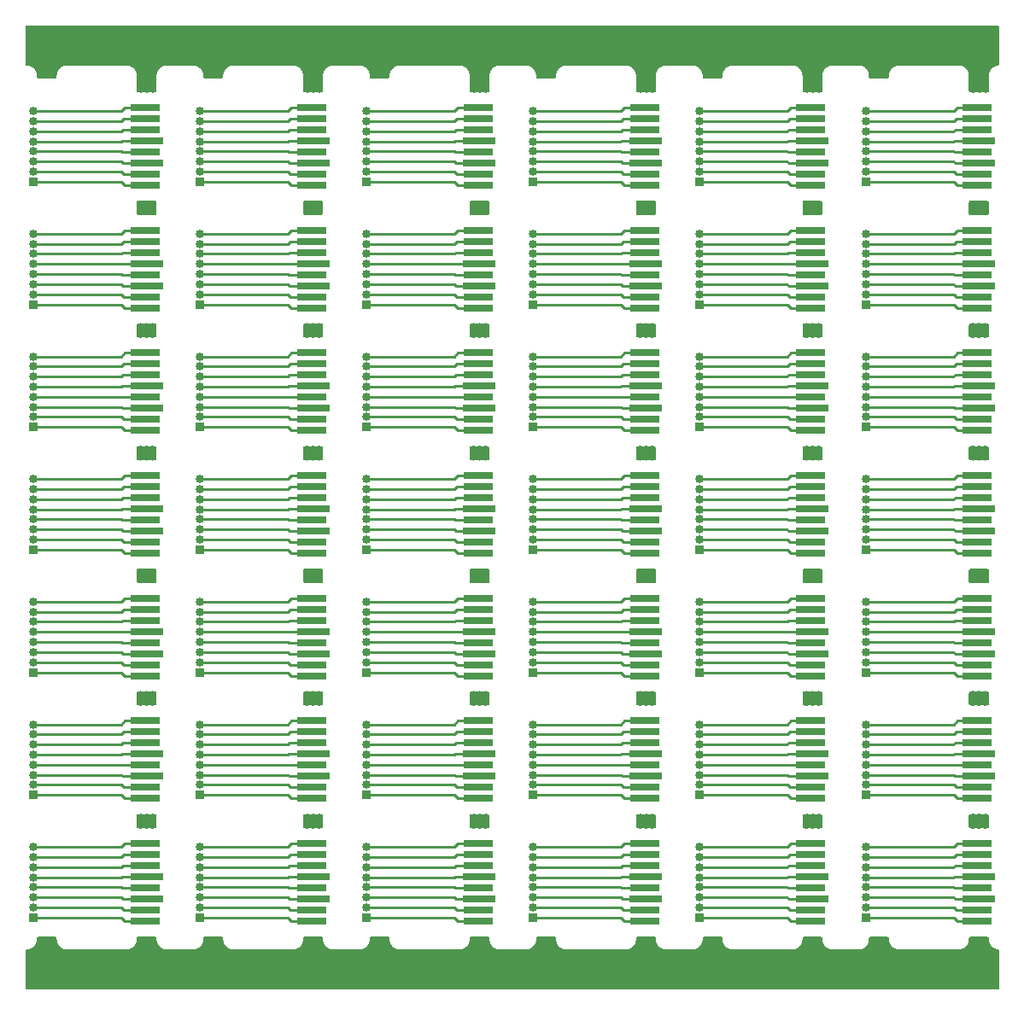
<source format=gtl>
%TF.GenerationSoftware,KiCad,Pcbnew,(6.0.2)*%
%TF.CreationDate,2022-02-28T22:32:22+01:00*%
%TF.ProjectId,microsd-breakout-6x7,6d696372-6f73-4642-9d62-7265616b6f75,rev?*%
%TF.SameCoordinates,Original*%
%TF.FileFunction,Copper,L1,Top*%
%TF.FilePolarity,Positive*%
%FSLAX46Y46*%
G04 Gerber Fmt 4.6, Leading zero omitted, Abs format (unit mm)*
G04 Created by KiCad (PCBNEW (6.0.2)) date 2022-02-28 22:32:22*
%MOMM*%
%LPD*%
G01*
G04 APERTURE LIST*
%TA.AperFunction,ComponentPad*%
%ADD10R,0.850000X0.850000*%
%TD*%
%TA.AperFunction,ComponentPad*%
%ADD11O,0.850000X0.850000*%
%TD*%
%TA.AperFunction,ConnectorPad*%
%ADD12R,2.900000X0.800000*%
%TD*%
%TA.AperFunction,ConnectorPad*%
%ADD13R,3.200000X0.800000*%
%TD*%
%TA.AperFunction,Conductor*%
%ADD14C,0.250000*%
%TD*%
G04 APERTURE END LIST*
D10*
%TO.P,J1,1,Pin_1*%
%TO.N,Board_11-Net-(J1-Pad1)*%
X126300117Y-66347830D03*
D11*
%TO.P,J1,2,Pin_2*%
%TO.N,Board_11-Net-(J1-Pad2)*%
X126300117Y-65347830D03*
%TO.P,J1,3,Pin_3*%
%TO.N,Board_11-Net-(J1-Pad3)*%
X126300117Y-64347830D03*
%TO.P,J1,4,Pin_4*%
%TO.N,Board_11-Net-(J1-Pad4)*%
X126300117Y-63347830D03*
%TO.P,J1,5,Pin_5*%
%TO.N,Board_11-Net-(J1-Pad5)*%
X126300117Y-62347830D03*
%TO.P,J1,6,Pin_6*%
%TO.N,Board_11-Net-(J1-Pad6)*%
X126300117Y-61347830D03*
%TO.P,J1,7,Pin_7*%
%TO.N,Board_11-Net-(J1-Pad7)*%
X126300117Y-60347830D03*
%TO.P,J1,8,Pin_8*%
%TO.N,Board_11-Net-(J1-Pad8)*%
X126300117Y-59347830D03*
%TD*%
D10*
%TO.P,J1,1,Pin_1*%
%TO.N,Board_12-Net-(J1-Pad1)*%
X43799987Y-78513062D03*
D11*
%TO.P,J1,2,Pin_2*%
%TO.N,Board_12-Net-(J1-Pad2)*%
X43799987Y-77513062D03*
%TO.P,J1,3,Pin_3*%
%TO.N,Board_12-Net-(J1-Pad3)*%
X43799987Y-76513062D03*
%TO.P,J1,4,Pin_4*%
%TO.N,Board_12-Net-(J1-Pad4)*%
X43799987Y-75513062D03*
%TO.P,J1,5,Pin_5*%
%TO.N,Board_12-Net-(J1-Pad5)*%
X43799987Y-74513062D03*
%TO.P,J1,6,Pin_6*%
%TO.N,Board_12-Net-(J1-Pad6)*%
X43799987Y-73513062D03*
%TO.P,J1,7,Pin_7*%
%TO.N,Board_12-Net-(J1-Pad7)*%
X43799987Y-72513062D03*
%TO.P,J1,8,Pin_8*%
%TO.N,Board_12-Net-(J1-Pad8)*%
X43799987Y-71513062D03*
%TD*%
D10*
%TO.P,J1,1,Pin_1*%
%TO.N,Board_4-Net-(J1-Pad1)*%
X109800091Y-54182598D03*
D11*
%TO.P,J1,2,Pin_2*%
%TO.N,Board_4-Net-(J1-Pad2)*%
X109800091Y-53182598D03*
%TO.P,J1,3,Pin_3*%
%TO.N,Board_4-Net-(J1-Pad3)*%
X109800091Y-52182598D03*
%TO.P,J1,4,Pin_4*%
%TO.N,Board_4-Net-(J1-Pad4)*%
X109800091Y-51182598D03*
%TO.P,J1,5,Pin_5*%
%TO.N,Board_4-Net-(J1-Pad5)*%
X109800091Y-50182598D03*
%TO.P,J1,6,Pin_6*%
%TO.N,Board_4-Net-(J1-Pad6)*%
X109800091Y-49182598D03*
%TO.P,J1,7,Pin_7*%
%TO.N,Board_4-Net-(J1-Pad7)*%
X109800091Y-48182598D03*
%TO.P,J1,8,Pin_8*%
%TO.N,Board_4-Net-(J1-Pad8)*%
X109800091Y-47182598D03*
%TD*%
D10*
%TO.P,J1,1,Pin_1*%
%TO.N,Board_40-Net-(J1-Pad1)*%
X109800091Y-127173990D03*
D11*
%TO.P,J1,2,Pin_2*%
%TO.N,Board_40-Net-(J1-Pad2)*%
X109800091Y-126173990D03*
%TO.P,J1,3,Pin_3*%
%TO.N,Board_40-Net-(J1-Pad3)*%
X109800091Y-125173990D03*
%TO.P,J1,4,Pin_4*%
%TO.N,Board_40-Net-(J1-Pad4)*%
X109800091Y-124173990D03*
%TO.P,J1,5,Pin_5*%
%TO.N,Board_40-Net-(J1-Pad5)*%
X109800091Y-123173990D03*
%TO.P,J1,6,Pin_6*%
%TO.N,Board_40-Net-(J1-Pad6)*%
X109800091Y-122173990D03*
%TO.P,J1,7,Pin_7*%
%TO.N,Board_40-Net-(J1-Pad7)*%
X109800091Y-121173990D03*
%TO.P,J1,8,Pin_8*%
%TO.N,Board_40-Net-(J1-Pad8)*%
X109800091Y-120173990D03*
%TD*%
D12*
%TO.P,SD1,1,CD/DAT3*%
%TO.N,Board_24-Net-(J1-Pad7)*%
X54849987Y-96593526D03*
%TO.P,SD1,2,CMD/DI*%
%TO.N,Board_24-Net-(J1-Pad6)*%
X54849987Y-97693526D03*
D13*
%TO.P,SD1,4,VDD*%
%TO.N,Board_24-Net-(J1-Pad5)*%
X54999987Y-98793526D03*
D12*
%TO.P,SD1,5,CLK/SCLK*%
%TO.N,Board_24-Net-(J1-Pad4)*%
X54849987Y-99893526D03*
D13*
%TO.P,SD1,6,VSS*%
%TO.N,Board_24-Net-(J1-Pad3)*%
X54999987Y-100993526D03*
D12*
%TO.P,SD1,7,DAT0/DO*%
%TO.N,Board_24-Net-(J1-Pad2)*%
X54849987Y-102093526D03*
%TO.P,SD1,8,DAT1*%
%TO.N,Board_24-Net-(J1-Pad1)*%
X54849987Y-103193526D03*
%TO.P,SD1,9,DAT2*%
%TO.N,Board_24-Net-(J1-Pad8)*%
X54849987Y-95493526D03*
%TD*%
%TO.P,SD1,1,CD/DAT3*%
%TO.N,Board_5-Net-(J1-Pad7)*%
X137350117Y-47932598D03*
%TO.P,SD1,2,CMD/DI*%
%TO.N,Board_5-Net-(J1-Pad6)*%
X137350117Y-49032598D03*
D13*
%TO.P,SD1,4,VDD*%
%TO.N,Board_5-Net-(J1-Pad5)*%
X137500117Y-50132598D03*
D12*
%TO.P,SD1,5,CLK/SCLK*%
%TO.N,Board_5-Net-(J1-Pad4)*%
X137350117Y-51232598D03*
D13*
%TO.P,SD1,6,VSS*%
%TO.N,Board_5-Net-(J1-Pad3)*%
X137500117Y-52332598D03*
D12*
%TO.P,SD1,7,DAT0/DO*%
%TO.N,Board_5-Net-(J1-Pad2)*%
X137350117Y-53432598D03*
%TO.P,SD1,8,DAT1*%
%TO.N,Board_5-Net-(J1-Pad1)*%
X137350117Y-54532598D03*
%TO.P,SD1,9,DAT2*%
%TO.N,Board_5-Net-(J1-Pad8)*%
X137350117Y-46832598D03*
%TD*%
%TO.P,SD1,1,CD/DAT3*%
%TO.N,Board_35-Net-(J1-Pad7)*%
X137350117Y-108758758D03*
%TO.P,SD1,2,CMD/DI*%
%TO.N,Board_35-Net-(J1-Pad6)*%
X137350117Y-109858758D03*
D13*
%TO.P,SD1,4,VDD*%
%TO.N,Board_35-Net-(J1-Pad5)*%
X137500117Y-110958758D03*
D12*
%TO.P,SD1,5,CLK/SCLK*%
%TO.N,Board_35-Net-(J1-Pad4)*%
X137350117Y-112058758D03*
D13*
%TO.P,SD1,6,VSS*%
%TO.N,Board_35-Net-(J1-Pad3)*%
X137500117Y-113158758D03*
D12*
%TO.P,SD1,7,DAT0/DO*%
%TO.N,Board_35-Net-(J1-Pad2)*%
X137350117Y-114258758D03*
%TO.P,SD1,8,DAT1*%
%TO.N,Board_35-Net-(J1-Pad1)*%
X137350117Y-115358758D03*
%TO.P,SD1,9,DAT2*%
%TO.N,Board_35-Net-(J1-Pad8)*%
X137350117Y-107658758D03*
%TD*%
%TO.P,SD1,1,CD/DAT3*%
%TO.N,Board_28-Net-(J1-Pad7)*%
X120850091Y-96593526D03*
%TO.P,SD1,2,CMD/DI*%
%TO.N,Board_28-Net-(J1-Pad6)*%
X120850091Y-97693526D03*
D13*
%TO.P,SD1,4,VDD*%
%TO.N,Board_28-Net-(J1-Pad5)*%
X121000091Y-98793526D03*
D12*
%TO.P,SD1,5,CLK/SCLK*%
%TO.N,Board_28-Net-(J1-Pad4)*%
X120850091Y-99893526D03*
D13*
%TO.P,SD1,6,VSS*%
%TO.N,Board_28-Net-(J1-Pad3)*%
X121000091Y-100993526D03*
D12*
%TO.P,SD1,7,DAT0/DO*%
%TO.N,Board_28-Net-(J1-Pad2)*%
X120850091Y-102093526D03*
%TO.P,SD1,8,DAT1*%
%TO.N,Board_28-Net-(J1-Pad1)*%
X120850091Y-103193526D03*
%TO.P,SD1,9,DAT2*%
%TO.N,Board_28-Net-(J1-Pad8)*%
X120850091Y-95493526D03*
%TD*%
%TO.P,SD1,1,CD/DAT3*%
%TO.N,Board_19-Net-(J1-Pad7)*%
X71350013Y-84428294D03*
%TO.P,SD1,2,CMD/DI*%
%TO.N,Board_19-Net-(J1-Pad6)*%
X71350013Y-85528294D03*
D13*
%TO.P,SD1,4,VDD*%
%TO.N,Board_19-Net-(J1-Pad5)*%
X71500013Y-86628294D03*
D12*
%TO.P,SD1,5,CLK/SCLK*%
%TO.N,Board_19-Net-(J1-Pad4)*%
X71350013Y-87728294D03*
D13*
%TO.P,SD1,6,VSS*%
%TO.N,Board_19-Net-(J1-Pad3)*%
X71500013Y-88828294D03*
D12*
%TO.P,SD1,7,DAT0/DO*%
%TO.N,Board_19-Net-(J1-Pad2)*%
X71350013Y-89928294D03*
%TO.P,SD1,8,DAT1*%
%TO.N,Board_19-Net-(J1-Pad1)*%
X71350013Y-91028294D03*
%TO.P,SD1,9,DAT2*%
%TO.N,Board_19-Net-(J1-Pad8)*%
X71350013Y-83328294D03*
%TD*%
D10*
%TO.P,J1,1,Pin_1*%
%TO.N,Board_1-Net-(J1-Pad1)*%
X60300013Y-54182598D03*
D11*
%TO.P,J1,2,Pin_2*%
%TO.N,Board_1-Net-(J1-Pad2)*%
X60300013Y-53182598D03*
%TO.P,J1,3,Pin_3*%
%TO.N,Board_1-Net-(J1-Pad3)*%
X60300013Y-52182598D03*
%TO.P,J1,4,Pin_4*%
%TO.N,Board_1-Net-(J1-Pad4)*%
X60300013Y-51182598D03*
%TO.P,J1,5,Pin_5*%
%TO.N,Board_1-Net-(J1-Pad5)*%
X60300013Y-50182598D03*
%TO.P,J1,6,Pin_6*%
%TO.N,Board_1-Net-(J1-Pad6)*%
X60300013Y-49182598D03*
%TO.P,J1,7,Pin_7*%
%TO.N,Board_1-Net-(J1-Pad7)*%
X60300013Y-48182598D03*
%TO.P,J1,8,Pin_8*%
%TO.N,Board_1-Net-(J1-Pad8)*%
X60300013Y-47182598D03*
%TD*%
D10*
%TO.P,J1,1,Pin_1*%
%TO.N,Board_10-Net-(J1-Pad1)*%
X109800091Y-66347830D03*
D11*
%TO.P,J1,2,Pin_2*%
%TO.N,Board_10-Net-(J1-Pad2)*%
X109800091Y-65347830D03*
%TO.P,J1,3,Pin_3*%
%TO.N,Board_10-Net-(J1-Pad3)*%
X109800091Y-64347830D03*
%TO.P,J1,4,Pin_4*%
%TO.N,Board_10-Net-(J1-Pad4)*%
X109800091Y-63347830D03*
%TO.P,J1,5,Pin_5*%
%TO.N,Board_10-Net-(J1-Pad5)*%
X109800091Y-62347830D03*
%TO.P,J1,6,Pin_6*%
%TO.N,Board_10-Net-(J1-Pad6)*%
X109800091Y-61347830D03*
%TO.P,J1,7,Pin_7*%
%TO.N,Board_10-Net-(J1-Pad7)*%
X109800091Y-60347830D03*
%TO.P,J1,8,Pin_8*%
%TO.N,Board_10-Net-(J1-Pad8)*%
X109800091Y-59347830D03*
%TD*%
D12*
%TO.P,SD1,1,CD/DAT3*%
%TO.N,Board_39-Net-(J1-Pad7)*%
X104350065Y-120923990D03*
%TO.P,SD1,2,CMD/DI*%
%TO.N,Board_39-Net-(J1-Pad6)*%
X104350065Y-122023990D03*
D13*
%TO.P,SD1,4,VDD*%
%TO.N,Board_39-Net-(J1-Pad5)*%
X104500065Y-123123990D03*
D12*
%TO.P,SD1,5,CLK/SCLK*%
%TO.N,Board_39-Net-(J1-Pad4)*%
X104350065Y-124223990D03*
D13*
%TO.P,SD1,6,VSS*%
%TO.N,Board_39-Net-(J1-Pad3)*%
X104500065Y-125323990D03*
D12*
%TO.P,SD1,7,DAT0/DO*%
%TO.N,Board_39-Net-(J1-Pad2)*%
X104350065Y-126423990D03*
%TO.P,SD1,8,DAT1*%
%TO.N,Board_39-Net-(J1-Pad1)*%
X104350065Y-127523990D03*
%TO.P,SD1,9,DAT2*%
%TO.N,Board_39-Net-(J1-Pad8)*%
X104350065Y-119823990D03*
%TD*%
D10*
%TO.P,J1,1,Pin_1*%
%TO.N,Board_33-Net-(J1-Pad1)*%
X93300065Y-115008758D03*
D11*
%TO.P,J1,2,Pin_2*%
%TO.N,Board_33-Net-(J1-Pad2)*%
X93300065Y-114008758D03*
%TO.P,J1,3,Pin_3*%
%TO.N,Board_33-Net-(J1-Pad3)*%
X93300065Y-113008758D03*
%TO.P,J1,4,Pin_4*%
%TO.N,Board_33-Net-(J1-Pad4)*%
X93300065Y-112008758D03*
%TO.P,J1,5,Pin_5*%
%TO.N,Board_33-Net-(J1-Pad5)*%
X93300065Y-111008758D03*
%TO.P,J1,6,Pin_6*%
%TO.N,Board_33-Net-(J1-Pad6)*%
X93300065Y-110008758D03*
%TO.P,J1,7,Pin_7*%
%TO.N,Board_33-Net-(J1-Pad7)*%
X93300065Y-109008758D03*
%TO.P,J1,8,Pin_8*%
%TO.N,Board_33-Net-(J1-Pad8)*%
X93300065Y-108008758D03*
%TD*%
D10*
%TO.P,J1,1,Pin_1*%
%TO.N,Board_36-Net-(J1-Pad1)*%
X43799987Y-127173990D03*
D11*
%TO.P,J1,2,Pin_2*%
%TO.N,Board_36-Net-(J1-Pad2)*%
X43799987Y-126173990D03*
%TO.P,J1,3,Pin_3*%
%TO.N,Board_36-Net-(J1-Pad3)*%
X43799987Y-125173990D03*
%TO.P,J1,4,Pin_4*%
%TO.N,Board_36-Net-(J1-Pad4)*%
X43799987Y-124173990D03*
%TO.P,J1,5,Pin_5*%
%TO.N,Board_36-Net-(J1-Pad5)*%
X43799987Y-123173990D03*
%TO.P,J1,6,Pin_6*%
%TO.N,Board_36-Net-(J1-Pad6)*%
X43799987Y-122173990D03*
%TO.P,J1,7,Pin_7*%
%TO.N,Board_36-Net-(J1-Pad7)*%
X43799987Y-121173990D03*
%TO.P,J1,8,Pin_8*%
%TO.N,Board_36-Net-(J1-Pad8)*%
X43799987Y-120173990D03*
%TD*%
D12*
%TO.P,SD1,1,CD/DAT3*%
%TO.N,Board_17-Net-(J1-Pad7)*%
X137350117Y-72263062D03*
%TO.P,SD1,2,CMD/DI*%
%TO.N,Board_17-Net-(J1-Pad6)*%
X137350117Y-73363062D03*
D13*
%TO.P,SD1,4,VDD*%
%TO.N,Board_17-Net-(J1-Pad5)*%
X137500117Y-74463062D03*
D12*
%TO.P,SD1,5,CLK/SCLK*%
%TO.N,Board_17-Net-(J1-Pad4)*%
X137350117Y-75563062D03*
D13*
%TO.P,SD1,6,VSS*%
%TO.N,Board_17-Net-(J1-Pad3)*%
X137500117Y-76663062D03*
D12*
%TO.P,SD1,7,DAT0/DO*%
%TO.N,Board_17-Net-(J1-Pad2)*%
X137350117Y-77763062D03*
%TO.P,SD1,8,DAT1*%
%TO.N,Board_17-Net-(J1-Pad1)*%
X137350117Y-78863062D03*
%TO.P,SD1,9,DAT2*%
%TO.N,Board_17-Net-(J1-Pad8)*%
X137350117Y-71163062D03*
%TD*%
D10*
%TO.P,J1,1,Pin_1*%
%TO.N,Board_6-Net-(J1-Pad1)*%
X43799987Y-66347830D03*
D11*
%TO.P,J1,2,Pin_2*%
%TO.N,Board_6-Net-(J1-Pad2)*%
X43799987Y-65347830D03*
%TO.P,J1,3,Pin_3*%
%TO.N,Board_6-Net-(J1-Pad3)*%
X43799987Y-64347830D03*
%TO.P,J1,4,Pin_4*%
%TO.N,Board_6-Net-(J1-Pad4)*%
X43799987Y-63347830D03*
%TO.P,J1,5,Pin_5*%
%TO.N,Board_6-Net-(J1-Pad5)*%
X43799987Y-62347830D03*
%TO.P,J1,6,Pin_6*%
%TO.N,Board_6-Net-(J1-Pad6)*%
X43799987Y-61347830D03*
%TO.P,J1,7,Pin_7*%
%TO.N,Board_6-Net-(J1-Pad7)*%
X43799987Y-60347830D03*
%TO.P,J1,8,Pin_8*%
%TO.N,Board_6-Net-(J1-Pad8)*%
X43799987Y-59347830D03*
%TD*%
D12*
%TO.P,SD1,1,CD/DAT3*%
%TO.N,Board_22-Net-(J1-Pad7)*%
X120850091Y-84428294D03*
%TO.P,SD1,2,CMD/DI*%
%TO.N,Board_22-Net-(J1-Pad6)*%
X120850091Y-85528294D03*
D13*
%TO.P,SD1,4,VDD*%
%TO.N,Board_22-Net-(J1-Pad5)*%
X121000091Y-86628294D03*
D12*
%TO.P,SD1,5,CLK/SCLK*%
%TO.N,Board_22-Net-(J1-Pad4)*%
X120850091Y-87728294D03*
D13*
%TO.P,SD1,6,VSS*%
%TO.N,Board_22-Net-(J1-Pad3)*%
X121000091Y-88828294D03*
D12*
%TO.P,SD1,7,DAT0/DO*%
%TO.N,Board_22-Net-(J1-Pad2)*%
X120850091Y-89928294D03*
%TO.P,SD1,8,DAT1*%
%TO.N,Board_22-Net-(J1-Pad1)*%
X120850091Y-91028294D03*
%TO.P,SD1,9,DAT2*%
%TO.N,Board_22-Net-(J1-Pad8)*%
X120850091Y-83328294D03*
%TD*%
%TO.P,SD1,1,CD/DAT3*%
%TO.N,Board_9-Net-(J1-Pad7)*%
X104350065Y-60097830D03*
%TO.P,SD1,2,CMD/DI*%
%TO.N,Board_9-Net-(J1-Pad6)*%
X104350065Y-61197830D03*
D13*
%TO.P,SD1,4,VDD*%
%TO.N,Board_9-Net-(J1-Pad5)*%
X104500065Y-62297830D03*
D12*
%TO.P,SD1,5,CLK/SCLK*%
%TO.N,Board_9-Net-(J1-Pad4)*%
X104350065Y-63397830D03*
D13*
%TO.P,SD1,6,VSS*%
%TO.N,Board_9-Net-(J1-Pad3)*%
X104500065Y-64497830D03*
D12*
%TO.P,SD1,7,DAT0/DO*%
%TO.N,Board_9-Net-(J1-Pad2)*%
X104350065Y-65597830D03*
%TO.P,SD1,8,DAT1*%
%TO.N,Board_9-Net-(J1-Pad1)*%
X104350065Y-66697830D03*
%TO.P,SD1,9,DAT2*%
%TO.N,Board_9-Net-(J1-Pad8)*%
X104350065Y-58997830D03*
%TD*%
%TO.P,SD1,1,CD/DAT3*%
%TO.N,Board_2-Net-(J1-Pad7)*%
X87850039Y-47932598D03*
%TO.P,SD1,2,CMD/DI*%
%TO.N,Board_2-Net-(J1-Pad6)*%
X87850039Y-49032598D03*
D13*
%TO.P,SD1,4,VDD*%
%TO.N,Board_2-Net-(J1-Pad5)*%
X88000039Y-50132598D03*
D12*
%TO.P,SD1,5,CLK/SCLK*%
%TO.N,Board_2-Net-(J1-Pad4)*%
X87850039Y-51232598D03*
D13*
%TO.P,SD1,6,VSS*%
%TO.N,Board_2-Net-(J1-Pad3)*%
X88000039Y-52332598D03*
D12*
%TO.P,SD1,7,DAT0/DO*%
%TO.N,Board_2-Net-(J1-Pad2)*%
X87850039Y-53432598D03*
%TO.P,SD1,8,DAT1*%
%TO.N,Board_2-Net-(J1-Pad1)*%
X87850039Y-54532598D03*
%TO.P,SD1,9,DAT2*%
%TO.N,Board_2-Net-(J1-Pad8)*%
X87850039Y-46832598D03*
%TD*%
D10*
%TO.P,J1,1,Pin_1*%
%TO.N,Board_41-Net-(J1-Pad1)*%
X126300117Y-127173990D03*
D11*
%TO.P,J1,2,Pin_2*%
%TO.N,Board_41-Net-(J1-Pad2)*%
X126300117Y-126173990D03*
%TO.P,J1,3,Pin_3*%
%TO.N,Board_41-Net-(J1-Pad3)*%
X126300117Y-125173990D03*
%TO.P,J1,4,Pin_4*%
%TO.N,Board_41-Net-(J1-Pad4)*%
X126300117Y-124173990D03*
%TO.P,J1,5,Pin_5*%
%TO.N,Board_41-Net-(J1-Pad5)*%
X126300117Y-123173990D03*
%TO.P,J1,6,Pin_6*%
%TO.N,Board_41-Net-(J1-Pad6)*%
X126300117Y-122173990D03*
%TO.P,J1,7,Pin_7*%
%TO.N,Board_41-Net-(J1-Pad7)*%
X126300117Y-121173990D03*
%TO.P,J1,8,Pin_8*%
%TO.N,Board_41-Net-(J1-Pad8)*%
X126300117Y-120173990D03*
%TD*%
D12*
%TO.P,SD1,1,CD/DAT3*%
%TO.N,Board_41-Net-(J1-Pad7)*%
X137350117Y-120923990D03*
%TO.P,SD1,2,CMD/DI*%
%TO.N,Board_41-Net-(J1-Pad6)*%
X137350117Y-122023990D03*
D13*
%TO.P,SD1,4,VDD*%
%TO.N,Board_41-Net-(J1-Pad5)*%
X137500117Y-123123990D03*
D12*
%TO.P,SD1,5,CLK/SCLK*%
%TO.N,Board_41-Net-(J1-Pad4)*%
X137350117Y-124223990D03*
D13*
%TO.P,SD1,6,VSS*%
%TO.N,Board_41-Net-(J1-Pad3)*%
X137500117Y-125323990D03*
D12*
%TO.P,SD1,7,DAT0/DO*%
%TO.N,Board_41-Net-(J1-Pad2)*%
X137350117Y-126423990D03*
%TO.P,SD1,8,DAT1*%
%TO.N,Board_41-Net-(J1-Pad1)*%
X137350117Y-127523990D03*
%TO.P,SD1,9,DAT2*%
%TO.N,Board_41-Net-(J1-Pad8)*%
X137350117Y-119823990D03*
%TD*%
D10*
%TO.P,J1,1,Pin_1*%
%TO.N,Board_18-Net-(J1-Pad1)*%
X43799987Y-90678294D03*
D11*
%TO.P,J1,2,Pin_2*%
%TO.N,Board_18-Net-(J1-Pad2)*%
X43799987Y-89678294D03*
%TO.P,J1,3,Pin_3*%
%TO.N,Board_18-Net-(J1-Pad3)*%
X43799987Y-88678294D03*
%TO.P,J1,4,Pin_4*%
%TO.N,Board_18-Net-(J1-Pad4)*%
X43799987Y-87678294D03*
%TO.P,J1,5,Pin_5*%
%TO.N,Board_18-Net-(J1-Pad5)*%
X43799987Y-86678294D03*
%TO.P,J1,6,Pin_6*%
%TO.N,Board_18-Net-(J1-Pad6)*%
X43799987Y-85678294D03*
%TO.P,J1,7,Pin_7*%
%TO.N,Board_18-Net-(J1-Pad7)*%
X43799987Y-84678294D03*
%TO.P,J1,8,Pin_8*%
%TO.N,Board_18-Net-(J1-Pad8)*%
X43799987Y-83678294D03*
%TD*%
D10*
%TO.P,J1,1,Pin_1*%
%TO.N,Board_17-Net-(J1-Pad1)*%
X126300117Y-78513062D03*
D11*
%TO.P,J1,2,Pin_2*%
%TO.N,Board_17-Net-(J1-Pad2)*%
X126300117Y-77513062D03*
%TO.P,J1,3,Pin_3*%
%TO.N,Board_17-Net-(J1-Pad3)*%
X126300117Y-76513062D03*
%TO.P,J1,4,Pin_4*%
%TO.N,Board_17-Net-(J1-Pad4)*%
X126300117Y-75513062D03*
%TO.P,J1,5,Pin_5*%
%TO.N,Board_17-Net-(J1-Pad5)*%
X126300117Y-74513062D03*
%TO.P,J1,6,Pin_6*%
%TO.N,Board_17-Net-(J1-Pad6)*%
X126300117Y-73513062D03*
%TO.P,J1,7,Pin_7*%
%TO.N,Board_17-Net-(J1-Pad7)*%
X126300117Y-72513062D03*
%TO.P,J1,8,Pin_8*%
%TO.N,Board_17-Net-(J1-Pad8)*%
X126300117Y-71513062D03*
%TD*%
D10*
%TO.P,J1,1,Pin_1*%
%TO.N,Board_14-Net-(J1-Pad1)*%
X76800039Y-78513062D03*
D11*
%TO.P,J1,2,Pin_2*%
%TO.N,Board_14-Net-(J1-Pad2)*%
X76800039Y-77513062D03*
%TO.P,J1,3,Pin_3*%
%TO.N,Board_14-Net-(J1-Pad3)*%
X76800039Y-76513062D03*
%TO.P,J1,4,Pin_4*%
%TO.N,Board_14-Net-(J1-Pad4)*%
X76800039Y-75513062D03*
%TO.P,J1,5,Pin_5*%
%TO.N,Board_14-Net-(J1-Pad5)*%
X76800039Y-74513062D03*
%TO.P,J1,6,Pin_6*%
%TO.N,Board_14-Net-(J1-Pad6)*%
X76800039Y-73513062D03*
%TO.P,J1,7,Pin_7*%
%TO.N,Board_14-Net-(J1-Pad7)*%
X76800039Y-72513062D03*
%TO.P,J1,8,Pin_8*%
%TO.N,Board_14-Net-(J1-Pad8)*%
X76800039Y-71513062D03*
%TD*%
D10*
%TO.P,J1,1,Pin_1*%
%TO.N,Board_15-Net-(J1-Pad1)*%
X93300065Y-78513062D03*
D11*
%TO.P,J1,2,Pin_2*%
%TO.N,Board_15-Net-(J1-Pad2)*%
X93300065Y-77513062D03*
%TO.P,J1,3,Pin_3*%
%TO.N,Board_15-Net-(J1-Pad3)*%
X93300065Y-76513062D03*
%TO.P,J1,4,Pin_4*%
%TO.N,Board_15-Net-(J1-Pad4)*%
X93300065Y-75513062D03*
%TO.P,J1,5,Pin_5*%
%TO.N,Board_15-Net-(J1-Pad5)*%
X93300065Y-74513062D03*
%TO.P,J1,6,Pin_6*%
%TO.N,Board_15-Net-(J1-Pad6)*%
X93300065Y-73513062D03*
%TO.P,J1,7,Pin_7*%
%TO.N,Board_15-Net-(J1-Pad7)*%
X93300065Y-72513062D03*
%TO.P,J1,8,Pin_8*%
%TO.N,Board_15-Net-(J1-Pad8)*%
X93300065Y-71513062D03*
%TD*%
D10*
%TO.P,J1,1,Pin_1*%
%TO.N,Board_29-Net-(J1-Pad1)*%
X126300117Y-102843526D03*
D11*
%TO.P,J1,2,Pin_2*%
%TO.N,Board_29-Net-(J1-Pad2)*%
X126300117Y-101843526D03*
%TO.P,J1,3,Pin_3*%
%TO.N,Board_29-Net-(J1-Pad3)*%
X126300117Y-100843526D03*
%TO.P,J1,4,Pin_4*%
%TO.N,Board_29-Net-(J1-Pad4)*%
X126300117Y-99843526D03*
%TO.P,J1,5,Pin_5*%
%TO.N,Board_29-Net-(J1-Pad5)*%
X126300117Y-98843526D03*
%TO.P,J1,6,Pin_6*%
%TO.N,Board_29-Net-(J1-Pad6)*%
X126300117Y-97843526D03*
%TO.P,J1,7,Pin_7*%
%TO.N,Board_29-Net-(J1-Pad7)*%
X126300117Y-96843526D03*
%TO.P,J1,8,Pin_8*%
%TO.N,Board_29-Net-(J1-Pad8)*%
X126300117Y-95843526D03*
%TD*%
D10*
%TO.P,J1,1,Pin_1*%
%TO.N,Board_9-Net-(J1-Pad1)*%
X93300065Y-66347830D03*
D11*
%TO.P,J1,2,Pin_2*%
%TO.N,Board_9-Net-(J1-Pad2)*%
X93300065Y-65347830D03*
%TO.P,J1,3,Pin_3*%
%TO.N,Board_9-Net-(J1-Pad3)*%
X93300065Y-64347830D03*
%TO.P,J1,4,Pin_4*%
%TO.N,Board_9-Net-(J1-Pad4)*%
X93300065Y-63347830D03*
%TO.P,J1,5,Pin_5*%
%TO.N,Board_9-Net-(J1-Pad5)*%
X93300065Y-62347830D03*
%TO.P,J1,6,Pin_6*%
%TO.N,Board_9-Net-(J1-Pad6)*%
X93300065Y-61347830D03*
%TO.P,J1,7,Pin_7*%
%TO.N,Board_9-Net-(J1-Pad7)*%
X93300065Y-60347830D03*
%TO.P,J1,8,Pin_8*%
%TO.N,Board_9-Net-(J1-Pad8)*%
X93300065Y-59347830D03*
%TD*%
D10*
%TO.P,J1,1,Pin_1*%
%TO.N,Board_27-Net-(J1-Pad1)*%
X93300065Y-102843526D03*
D11*
%TO.P,J1,2,Pin_2*%
%TO.N,Board_27-Net-(J1-Pad2)*%
X93300065Y-101843526D03*
%TO.P,J1,3,Pin_3*%
%TO.N,Board_27-Net-(J1-Pad3)*%
X93300065Y-100843526D03*
%TO.P,J1,4,Pin_4*%
%TO.N,Board_27-Net-(J1-Pad4)*%
X93300065Y-99843526D03*
%TO.P,J1,5,Pin_5*%
%TO.N,Board_27-Net-(J1-Pad5)*%
X93300065Y-98843526D03*
%TO.P,J1,6,Pin_6*%
%TO.N,Board_27-Net-(J1-Pad6)*%
X93300065Y-97843526D03*
%TO.P,J1,7,Pin_7*%
%TO.N,Board_27-Net-(J1-Pad7)*%
X93300065Y-96843526D03*
%TO.P,J1,8,Pin_8*%
%TO.N,Board_27-Net-(J1-Pad8)*%
X93300065Y-95843526D03*
%TD*%
D10*
%TO.P,J1,1,Pin_1*%
%TO.N,Board_31-Net-(J1-Pad1)*%
X60300013Y-115008758D03*
D11*
%TO.P,J1,2,Pin_2*%
%TO.N,Board_31-Net-(J1-Pad2)*%
X60300013Y-114008758D03*
%TO.P,J1,3,Pin_3*%
%TO.N,Board_31-Net-(J1-Pad3)*%
X60300013Y-113008758D03*
%TO.P,J1,4,Pin_4*%
%TO.N,Board_31-Net-(J1-Pad4)*%
X60300013Y-112008758D03*
%TO.P,J1,5,Pin_5*%
%TO.N,Board_31-Net-(J1-Pad5)*%
X60300013Y-111008758D03*
%TO.P,J1,6,Pin_6*%
%TO.N,Board_31-Net-(J1-Pad6)*%
X60300013Y-110008758D03*
%TO.P,J1,7,Pin_7*%
%TO.N,Board_31-Net-(J1-Pad7)*%
X60300013Y-109008758D03*
%TO.P,J1,8,Pin_8*%
%TO.N,Board_31-Net-(J1-Pad8)*%
X60300013Y-108008758D03*
%TD*%
D10*
%TO.P,J1,1,Pin_1*%
%TO.N,Board_25-Net-(J1-Pad1)*%
X60300013Y-102843526D03*
D11*
%TO.P,J1,2,Pin_2*%
%TO.N,Board_25-Net-(J1-Pad2)*%
X60300013Y-101843526D03*
%TO.P,J1,3,Pin_3*%
%TO.N,Board_25-Net-(J1-Pad3)*%
X60300013Y-100843526D03*
%TO.P,J1,4,Pin_4*%
%TO.N,Board_25-Net-(J1-Pad4)*%
X60300013Y-99843526D03*
%TO.P,J1,5,Pin_5*%
%TO.N,Board_25-Net-(J1-Pad5)*%
X60300013Y-98843526D03*
%TO.P,J1,6,Pin_6*%
%TO.N,Board_25-Net-(J1-Pad6)*%
X60300013Y-97843526D03*
%TO.P,J1,7,Pin_7*%
%TO.N,Board_25-Net-(J1-Pad7)*%
X60300013Y-96843526D03*
%TO.P,J1,8,Pin_8*%
%TO.N,Board_25-Net-(J1-Pad8)*%
X60300013Y-95843526D03*
%TD*%
D12*
%TO.P,SD1,1,CD/DAT3*%
%TO.N,Board_20-Net-(J1-Pad7)*%
X87850039Y-84428294D03*
%TO.P,SD1,2,CMD/DI*%
%TO.N,Board_20-Net-(J1-Pad6)*%
X87850039Y-85528294D03*
D13*
%TO.P,SD1,4,VDD*%
%TO.N,Board_20-Net-(J1-Pad5)*%
X88000039Y-86628294D03*
D12*
%TO.P,SD1,5,CLK/SCLK*%
%TO.N,Board_20-Net-(J1-Pad4)*%
X87850039Y-87728294D03*
D13*
%TO.P,SD1,6,VSS*%
%TO.N,Board_20-Net-(J1-Pad3)*%
X88000039Y-88828294D03*
D12*
%TO.P,SD1,7,DAT0/DO*%
%TO.N,Board_20-Net-(J1-Pad2)*%
X87850039Y-89928294D03*
%TO.P,SD1,8,DAT1*%
%TO.N,Board_20-Net-(J1-Pad1)*%
X87850039Y-91028294D03*
%TO.P,SD1,9,DAT2*%
%TO.N,Board_20-Net-(J1-Pad8)*%
X87850039Y-83328294D03*
%TD*%
D10*
%TO.P,J1,1,Pin_1*%
%TO.N,Board_23-Net-(J1-Pad1)*%
X126300117Y-90678294D03*
D11*
%TO.P,J1,2,Pin_2*%
%TO.N,Board_23-Net-(J1-Pad2)*%
X126300117Y-89678294D03*
%TO.P,J1,3,Pin_3*%
%TO.N,Board_23-Net-(J1-Pad3)*%
X126300117Y-88678294D03*
%TO.P,J1,4,Pin_4*%
%TO.N,Board_23-Net-(J1-Pad4)*%
X126300117Y-87678294D03*
%TO.P,J1,5,Pin_5*%
%TO.N,Board_23-Net-(J1-Pad5)*%
X126300117Y-86678294D03*
%TO.P,J1,6,Pin_6*%
%TO.N,Board_23-Net-(J1-Pad6)*%
X126300117Y-85678294D03*
%TO.P,J1,7,Pin_7*%
%TO.N,Board_23-Net-(J1-Pad7)*%
X126300117Y-84678294D03*
%TO.P,J1,8,Pin_8*%
%TO.N,Board_23-Net-(J1-Pad8)*%
X126300117Y-83678294D03*
%TD*%
D12*
%TO.P,SD1,1,CD/DAT3*%
%TO.N,Board_36-Net-(J1-Pad7)*%
X54849987Y-120923990D03*
%TO.P,SD1,2,CMD/DI*%
%TO.N,Board_36-Net-(J1-Pad6)*%
X54849987Y-122023990D03*
D13*
%TO.P,SD1,4,VDD*%
%TO.N,Board_36-Net-(J1-Pad5)*%
X54999987Y-123123990D03*
D12*
%TO.P,SD1,5,CLK/SCLK*%
%TO.N,Board_36-Net-(J1-Pad4)*%
X54849987Y-124223990D03*
D13*
%TO.P,SD1,6,VSS*%
%TO.N,Board_36-Net-(J1-Pad3)*%
X54999987Y-125323990D03*
D12*
%TO.P,SD1,7,DAT0/DO*%
%TO.N,Board_36-Net-(J1-Pad2)*%
X54849987Y-126423990D03*
%TO.P,SD1,8,DAT1*%
%TO.N,Board_36-Net-(J1-Pad1)*%
X54849987Y-127523990D03*
%TO.P,SD1,9,DAT2*%
%TO.N,Board_36-Net-(J1-Pad8)*%
X54849987Y-119823990D03*
%TD*%
D10*
%TO.P,J1,1,Pin_1*%
%TO.N,Board_38-Net-(J1-Pad1)*%
X76800039Y-127173990D03*
D11*
%TO.P,J1,2,Pin_2*%
%TO.N,Board_38-Net-(J1-Pad2)*%
X76800039Y-126173990D03*
%TO.P,J1,3,Pin_3*%
%TO.N,Board_38-Net-(J1-Pad3)*%
X76800039Y-125173990D03*
%TO.P,J1,4,Pin_4*%
%TO.N,Board_38-Net-(J1-Pad4)*%
X76800039Y-124173990D03*
%TO.P,J1,5,Pin_5*%
%TO.N,Board_38-Net-(J1-Pad5)*%
X76800039Y-123173990D03*
%TO.P,J1,6,Pin_6*%
%TO.N,Board_38-Net-(J1-Pad6)*%
X76800039Y-122173990D03*
%TO.P,J1,7,Pin_7*%
%TO.N,Board_38-Net-(J1-Pad7)*%
X76800039Y-121173990D03*
%TO.P,J1,8,Pin_8*%
%TO.N,Board_38-Net-(J1-Pad8)*%
X76800039Y-120173990D03*
%TD*%
D12*
%TO.P,SD1,1,CD/DAT3*%
%TO.N,Board_13-Net-(J1-Pad7)*%
X71350013Y-72263062D03*
%TO.P,SD1,2,CMD/DI*%
%TO.N,Board_13-Net-(J1-Pad6)*%
X71350013Y-73363062D03*
D13*
%TO.P,SD1,4,VDD*%
%TO.N,Board_13-Net-(J1-Pad5)*%
X71500013Y-74463062D03*
D12*
%TO.P,SD1,5,CLK/SCLK*%
%TO.N,Board_13-Net-(J1-Pad4)*%
X71350013Y-75563062D03*
D13*
%TO.P,SD1,6,VSS*%
%TO.N,Board_13-Net-(J1-Pad3)*%
X71500013Y-76663062D03*
D12*
%TO.P,SD1,7,DAT0/DO*%
%TO.N,Board_13-Net-(J1-Pad2)*%
X71350013Y-77763062D03*
%TO.P,SD1,8,DAT1*%
%TO.N,Board_13-Net-(J1-Pad1)*%
X71350013Y-78863062D03*
%TO.P,SD1,9,DAT2*%
%TO.N,Board_13-Net-(J1-Pad8)*%
X71350013Y-71163062D03*
%TD*%
%TO.P,SD1,1,CD/DAT3*%
%TO.N,Board_30-Net-(J1-Pad7)*%
X54849987Y-108758758D03*
%TO.P,SD1,2,CMD/DI*%
%TO.N,Board_30-Net-(J1-Pad6)*%
X54849987Y-109858758D03*
D13*
%TO.P,SD1,4,VDD*%
%TO.N,Board_30-Net-(J1-Pad5)*%
X54999987Y-110958758D03*
D12*
%TO.P,SD1,5,CLK/SCLK*%
%TO.N,Board_30-Net-(J1-Pad4)*%
X54849987Y-112058758D03*
D13*
%TO.P,SD1,6,VSS*%
%TO.N,Board_30-Net-(J1-Pad3)*%
X54999987Y-113158758D03*
D12*
%TO.P,SD1,7,DAT0/DO*%
%TO.N,Board_30-Net-(J1-Pad2)*%
X54849987Y-114258758D03*
%TO.P,SD1,8,DAT1*%
%TO.N,Board_30-Net-(J1-Pad1)*%
X54849987Y-115358758D03*
%TO.P,SD1,9,DAT2*%
%TO.N,Board_30-Net-(J1-Pad8)*%
X54849987Y-107658758D03*
%TD*%
D10*
%TO.P,J1,1,Pin_1*%
%TO.N,Board_34-Net-(J1-Pad1)*%
X109800091Y-115008758D03*
D11*
%TO.P,J1,2,Pin_2*%
%TO.N,Board_34-Net-(J1-Pad2)*%
X109800091Y-114008758D03*
%TO.P,J1,3,Pin_3*%
%TO.N,Board_34-Net-(J1-Pad3)*%
X109800091Y-113008758D03*
%TO.P,J1,4,Pin_4*%
%TO.N,Board_34-Net-(J1-Pad4)*%
X109800091Y-112008758D03*
%TO.P,J1,5,Pin_5*%
%TO.N,Board_34-Net-(J1-Pad5)*%
X109800091Y-111008758D03*
%TO.P,J1,6,Pin_6*%
%TO.N,Board_34-Net-(J1-Pad6)*%
X109800091Y-110008758D03*
%TO.P,J1,7,Pin_7*%
%TO.N,Board_34-Net-(J1-Pad7)*%
X109800091Y-109008758D03*
%TO.P,J1,8,Pin_8*%
%TO.N,Board_34-Net-(J1-Pad8)*%
X109800091Y-108008758D03*
%TD*%
D12*
%TO.P,SD1,1,CD/DAT3*%
%TO.N,Board_12-Net-(J1-Pad7)*%
X54849987Y-72263062D03*
%TO.P,SD1,2,CMD/DI*%
%TO.N,Board_12-Net-(J1-Pad6)*%
X54849987Y-73363062D03*
D13*
%TO.P,SD1,4,VDD*%
%TO.N,Board_12-Net-(J1-Pad5)*%
X54999987Y-74463062D03*
D12*
%TO.P,SD1,5,CLK/SCLK*%
%TO.N,Board_12-Net-(J1-Pad4)*%
X54849987Y-75563062D03*
D13*
%TO.P,SD1,6,VSS*%
%TO.N,Board_12-Net-(J1-Pad3)*%
X54999987Y-76663062D03*
D12*
%TO.P,SD1,7,DAT0/DO*%
%TO.N,Board_12-Net-(J1-Pad2)*%
X54849987Y-77763062D03*
%TO.P,SD1,8,DAT1*%
%TO.N,Board_12-Net-(J1-Pad1)*%
X54849987Y-78863062D03*
%TO.P,SD1,9,DAT2*%
%TO.N,Board_12-Net-(J1-Pad8)*%
X54849987Y-71163062D03*
%TD*%
%TO.P,SD1,1,CD/DAT3*%
%TO.N,Board_38-Net-(J1-Pad7)*%
X87850039Y-120923990D03*
%TO.P,SD1,2,CMD/DI*%
%TO.N,Board_38-Net-(J1-Pad6)*%
X87850039Y-122023990D03*
D13*
%TO.P,SD1,4,VDD*%
%TO.N,Board_38-Net-(J1-Pad5)*%
X88000039Y-123123990D03*
D12*
%TO.P,SD1,5,CLK/SCLK*%
%TO.N,Board_38-Net-(J1-Pad4)*%
X87850039Y-124223990D03*
D13*
%TO.P,SD1,6,VSS*%
%TO.N,Board_38-Net-(J1-Pad3)*%
X88000039Y-125323990D03*
D12*
%TO.P,SD1,7,DAT0/DO*%
%TO.N,Board_38-Net-(J1-Pad2)*%
X87850039Y-126423990D03*
%TO.P,SD1,8,DAT1*%
%TO.N,Board_38-Net-(J1-Pad1)*%
X87850039Y-127523990D03*
%TO.P,SD1,9,DAT2*%
%TO.N,Board_38-Net-(J1-Pad8)*%
X87850039Y-119823990D03*
%TD*%
%TO.P,SD1,1,CD/DAT3*%
%TO.N,Board_40-Net-(J1-Pad7)*%
X120850091Y-120923990D03*
%TO.P,SD1,2,CMD/DI*%
%TO.N,Board_40-Net-(J1-Pad6)*%
X120850091Y-122023990D03*
D13*
%TO.P,SD1,4,VDD*%
%TO.N,Board_40-Net-(J1-Pad5)*%
X121000091Y-123123990D03*
D12*
%TO.P,SD1,5,CLK/SCLK*%
%TO.N,Board_40-Net-(J1-Pad4)*%
X120850091Y-124223990D03*
D13*
%TO.P,SD1,6,VSS*%
%TO.N,Board_40-Net-(J1-Pad3)*%
X121000091Y-125323990D03*
D12*
%TO.P,SD1,7,DAT0/DO*%
%TO.N,Board_40-Net-(J1-Pad2)*%
X120850091Y-126423990D03*
%TO.P,SD1,8,DAT1*%
%TO.N,Board_40-Net-(J1-Pad1)*%
X120850091Y-127523990D03*
%TO.P,SD1,9,DAT2*%
%TO.N,Board_40-Net-(J1-Pad8)*%
X120850091Y-119823990D03*
%TD*%
D10*
%TO.P,J1,1,Pin_1*%
%TO.N,Board_8-Net-(J1-Pad1)*%
X76800039Y-66347830D03*
D11*
%TO.P,J1,2,Pin_2*%
%TO.N,Board_8-Net-(J1-Pad2)*%
X76800039Y-65347830D03*
%TO.P,J1,3,Pin_3*%
%TO.N,Board_8-Net-(J1-Pad3)*%
X76800039Y-64347830D03*
%TO.P,J1,4,Pin_4*%
%TO.N,Board_8-Net-(J1-Pad4)*%
X76800039Y-63347830D03*
%TO.P,J1,5,Pin_5*%
%TO.N,Board_8-Net-(J1-Pad5)*%
X76800039Y-62347830D03*
%TO.P,J1,6,Pin_6*%
%TO.N,Board_8-Net-(J1-Pad6)*%
X76800039Y-61347830D03*
%TO.P,J1,7,Pin_7*%
%TO.N,Board_8-Net-(J1-Pad7)*%
X76800039Y-60347830D03*
%TO.P,J1,8,Pin_8*%
%TO.N,Board_8-Net-(J1-Pad8)*%
X76800039Y-59347830D03*
%TD*%
D12*
%TO.P,SD1,1,CD/DAT3*%
%TO.N,Board_4-Net-(J1-Pad7)*%
X120850091Y-47932598D03*
%TO.P,SD1,2,CMD/DI*%
%TO.N,Board_4-Net-(J1-Pad6)*%
X120850091Y-49032598D03*
D13*
%TO.P,SD1,4,VDD*%
%TO.N,Board_4-Net-(J1-Pad5)*%
X121000091Y-50132598D03*
D12*
%TO.P,SD1,5,CLK/SCLK*%
%TO.N,Board_4-Net-(J1-Pad4)*%
X120850091Y-51232598D03*
D13*
%TO.P,SD1,6,VSS*%
%TO.N,Board_4-Net-(J1-Pad3)*%
X121000091Y-52332598D03*
D12*
%TO.P,SD1,7,DAT0/DO*%
%TO.N,Board_4-Net-(J1-Pad2)*%
X120850091Y-53432598D03*
%TO.P,SD1,8,DAT1*%
%TO.N,Board_4-Net-(J1-Pad1)*%
X120850091Y-54532598D03*
%TO.P,SD1,9,DAT2*%
%TO.N,Board_4-Net-(J1-Pad8)*%
X120850091Y-46832598D03*
%TD*%
%TO.P,SD1,1,CD/DAT3*%
%TO.N,Board_31-Net-(J1-Pad7)*%
X71350013Y-108758758D03*
%TO.P,SD1,2,CMD/DI*%
%TO.N,Board_31-Net-(J1-Pad6)*%
X71350013Y-109858758D03*
D13*
%TO.P,SD1,4,VDD*%
%TO.N,Board_31-Net-(J1-Pad5)*%
X71500013Y-110958758D03*
D12*
%TO.P,SD1,5,CLK/SCLK*%
%TO.N,Board_31-Net-(J1-Pad4)*%
X71350013Y-112058758D03*
D13*
%TO.P,SD1,6,VSS*%
%TO.N,Board_31-Net-(J1-Pad3)*%
X71500013Y-113158758D03*
D12*
%TO.P,SD1,7,DAT0/DO*%
%TO.N,Board_31-Net-(J1-Pad2)*%
X71350013Y-114258758D03*
%TO.P,SD1,8,DAT1*%
%TO.N,Board_31-Net-(J1-Pad1)*%
X71350013Y-115358758D03*
%TO.P,SD1,9,DAT2*%
%TO.N,Board_31-Net-(J1-Pad8)*%
X71350013Y-107658758D03*
%TD*%
D10*
%TO.P,J1,1,Pin_1*%
%TO.N,Board_20-Net-(J1-Pad1)*%
X76800039Y-90678294D03*
D11*
%TO.P,J1,2,Pin_2*%
%TO.N,Board_20-Net-(J1-Pad2)*%
X76800039Y-89678294D03*
%TO.P,J1,3,Pin_3*%
%TO.N,Board_20-Net-(J1-Pad3)*%
X76800039Y-88678294D03*
%TO.P,J1,4,Pin_4*%
%TO.N,Board_20-Net-(J1-Pad4)*%
X76800039Y-87678294D03*
%TO.P,J1,5,Pin_5*%
%TO.N,Board_20-Net-(J1-Pad5)*%
X76800039Y-86678294D03*
%TO.P,J1,6,Pin_6*%
%TO.N,Board_20-Net-(J1-Pad6)*%
X76800039Y-85678294D03*
%TO.P,J1,7,Pin_7*%
%TO.N,Board_20-Net-(J1-Pad7)*%
X76800039Y-84678294D03*
%TO.P,J1,8,Pin_8*%
%TO.N,Board_20-Net-(J1-Pad8)*%
X76800039Y-83678294D03*
%TD*%
D12*
%TO.P,SD1,1,CD/DAT3*%
%TO.N,Board_14-Net-(J1-Pad7)*%
X87850039Y-72263062D03*
%TO.P,SD1,2,CMD/DI*%
%TO.N,Board_14-Net-(J1-Pad6)*%
X87850039Y-73363062D03*
D13*
%TO.P,SD1,4,VDD*%
%TO.N,Board_14-Net-(J1-Pad5)*%
X88000039Y-74463062D03*
D12*
%TO.P,SD1,5,CLK/SCLK*%
%TO.N,Board_14-Net-(J1-Pad4)*%
X87850039Y-75563062D03*
D13*
%TO.P,SD1,6,VSS*%
%TO.N,Board_14-Net-(J1-Pad3)*%
X88000039Y-76663062D03*
D12*
%TO.P,SD1,7,DAT0/DO*%
%TO.N,Board_14-Net-(J1-Pad2)*%
X87850039Y-77763062D03*
%TO.P,SD1,8,DAT1*%
%TO.N,Board_14-Net-(J1-Pad1)*%
X87850039Y-78863062D03*
%TO.P,SD1,9,DAT2*%
%TO.N,Board_14-Net-(J1-Pad8)*%
X87850039Y-71163062D03*
%TD*%
%TO.P,SD1,1,CD/DAT3*%
%TO.N,Board_0-Net-(J1-Pad7)*%
X54849987Y-47932598D03*
%TO.P,SD1,2,CMD/DI*%
%TO.N,Board_0-Net-(J1-Pad6)*%
X54849987Y-49032598D03*
D13*
%TO.P,SD1,4,VDD*%
%TO.N,Board_0-Net-(J1-Pad5)*%
X54999987Y-50132598D03*
D12*
%TO.P,SD1,5,CLK/SCLK*%
%TO.N,Board_0-Net-(J1-Pad4)*%
X54849987Y-51232598D03*
D13*
%TO.P,SD1,6,VSS*%
%TO.N,Board_0-Net-(J1-Pad3)*%
X54999987Y-52332598D03*
D12*
%TO.P,SD1,7,DAT0/DO*%
%TO.N,Board_0-Net-(J1-Pad2)*%
X54849987Y-53432598D03*
%TO.P,SD1,8,DAT1*%
%TO.N,Board_0-Net-(J1-Pad1)*%
X54849987Y-54532598D03*
%TO.P,SD1,9,DAT2*%
%TO.N,Board_0-Net-(J1-Pad8)*%
X54849987Y-46832598D03*
%TD*%
D10*
%TO.P,J1,1,Pin_1*%
%TO.N,Board_5-Net-(J1-Pad1)*%
X126300117Y-54182598D03*
D11*
%TO.P,J1,2,Pin_2*%
%TO.N,Board_5-Net-(J1-Pad2)*%
X126300117Y-53182598D03*
%TO.P,J1,3,Pin_3*%
%TO.N,Board_5-Net-(J1-Pad3)*%
X126300117Y-52182598D03*
%TO.P,J1,4,Pin_4*%
%TO.N,Board_5-Net-(J1-Pad4)*%
X126300117Y-51182598D03*
%TO.P,J1,5,Pin_5*%
%TO.N,Board_5-Net-(J1-Pad5)*%
X126300117Y-50182598D03*
%TO.P,J1,6,Pin_6*%
%TO.N,Board_5-Net-(J1-Pad6)*%
X126300117Y-49182598D03*
%TO.P,J1,7,Pin_7*%
%TO.N,Board_5-Net-(J1-Pad7)*%
X126300117Y-48182598D03*
%TO.P,J1,8,Pin_8*%
%TO.N,Board_5-Net-(J1-Pad8)*%
X126300117Y-47182598D03*
%TD*%
D10*
%TO.P,J1,1,Pin_1*%
%TO.N,Board_24-Net-(J1-Pad1)*%
X43799987Y-102843526D03*
D11*
%TO.P,J1,2,Pin_2*%
%TO.N,Board_24-Net-(J1-Pad2)*%
X43799987Y-101843526D03*
%TO.P,J1,3,Pin_3*%
%TO.N,Board_24-Net-(J1-Pad3)*%
X43799987Y-100843526D03*
%TO.P,J1,4,Pin_4*%
%TO.N,Board_24-Net-(J1-Pad4)*%
X43799987Y-99843526D03*
%TO.P,J1,5,Pin_5*%
%TO.N,Board_24-Net-(J1-Pad5)*%
X43799987Y-98843526D03*
%TO.P,J1,6,Pin_6*%
%TO.N,Board_24-Net-(J1-Pad6)*%
X43799987Y-97843526D03*
%TO.P,J1,7,Pin_7*%
%TO.N,Board_24-Net-(J1-Pad7)*%
X43799987Y-96843526D03*
%TO.P,J1,8,Pin_8*%
%TO.N,Board_24-Net-(J1-Pad8)*%
X43799987Y-95843526D03*
%TD*%
D12*
%TO.P,SD1,1,CD/DAT3*%
%TO.N,Board_27-Net-(J1-Pad7)*%
X104350065Y-96593526D03*
%TO.P,SD1,2,CMD/DI*%
%TO.N,Board_27-Net-(J1-Pad6)*%
X104350065Y-97693526D03*
D13*
%TO.P,SD1,4,VDD*%
%TO.N,Board_27-Net-(J1-Pad5)*%
X104500065Y-98793526D03*
D12*
%TO.P,SD1,5,CLK/SCLK*%
%TO.N,Board_27-Net-(J1-Pad4)*%
X104350065Y-99893526D03*
D13*
%TO.P,SD1,6,VSS*%
%TO.N,Board_27-Net-(J1-Pad3)*%
X104500065Y-100993526D03*
D12*
%TO.P,SD1,7,DAT0/DO*%
%TO.N,Board_27-Net-(J1-Pad2)*%
X104350065Y-102093526D03*
%TO.P,SD1,8,DAT1*%
%TO.N,Board_27-Net-(J1-Pad1)*%
X104350065Y-103193526D03*
%TO.P,SD1,9,DAT2*%
%TO.N,Board_27-Net-(J1-Pad8)*%
X104350065Y-95493526D03*
%TD*%
D10*
%TO.P,J1,1,Pin_1*%
%TO.N,Board_22-Net-(J1-Pad1)*%
X109800091Y-90678294D03*
D11*
%TO.P,J1,2,Pin_2*%
%TO.N,Board_22-Net-(J1-Pad2)*%
X109800091Y-89678294D03*
%TO.P,J1,3,Pin_3*%
%TO.N,Board_22-Net-(J1-Pad3)*%
X109800091Y-88678294D03*
%TO.P,J1,4,Pin_4*%
%TO.N,Board_22-Net-(J1-Pad4)*%
X109800091Y-87678294D03*
%TO.P,J1,5,Pin_5*%
%TO.N,Board_22-Net-(J1-Pad5)*%
X109800091Y-86678294D03*
%TO.P,J1,6,Pin_6*%
%TO.N,Board_22-Net-(J1-Pad6)*%
X109800091Y-85678294D03*
%TO.P,J1,7,Pin_7*%
%TO.N,Board_22-Net-(J1-Pad7)*%
X109800091Y-84678294D03*
%TO.P,J1,8,Pin_8*%
%TO.N,Board_22-Net-(J1-Pad8)*%
X109800091Y-83678294D03*
%TD*%
D10*
%TO.P,J1,1,Pin_1*%
%TO.N,Board_7-Net-(J1-Pad1)*%
X60300013Y-66347830D03*
D11*
%TO.P,J1,2,Pin_2*%
%TO.N,Board_7-Net-(J1-Pad2)*%
X60300013Y-65347830D03*
%TO.P,J1,3,Pin_3*%
%TO.N,Board_7-Net-(J1-Pad3)*%
X60300013Y-64347830D03*
%TO.P,J1,4,Pin_4*%
%TO.N,Board_7-Net-(J1-Pad4)*%
X60300013Y-63347830D03*
%TO.P,J1,5,Pin_5*%
%TO.N,Board_7-Net-(J1-Pad5)*%
X60300013Y-62347830D03*
%TO.P,J1,6,Pin_6*%
%TO.N,Board_7-Net-(J1-Pad6)*%
X60300013Y-61347830D03*
%TO.P,J1,7,Pin_7*%
%TO.N,Board_7-Net-(J1-Pad7)*%
X60300013Y-60347830D03*
%TO.P,J1,8,Pin_8*%
%TO.N,Board_7-Net-(J1-Pad8)*%
X60300013Y-59347830D03*
%TD*%
D12*
%TO.P,SD1,1,CD/DAT3*%
%TO.N,Board_15-Net-(J1-Pad7)*%
X104350065Y-72263062D03*
%TO.P,SD1,2,CMD/DI*%
%TO.N,Board_15-Net-(J1-Pad6)*%
X104350065Y-73363062D03*
D13*
%TO.P,SD1,4,VDD*%
%TO.N,Board_15-Net-(J1-Pad5)*%
X104500065Y-74463062D03*
D12*
%TO.P,SD1,5,CLK/SCLK*%
%TO.N,Board_15-Net-(J1-Pad4)*%
X104350065Y-75563062D03*
D13*
%TO.P,SD1,6,VSS*%
%TO.N,Board_15-Net-(J1-Pad3)*%
X104500065Y-76663062D03*
D12*
%TO.P,SD1,7,DAT0/DO*%
%TO.N,Board_15-Net-(J1-Pad2)*%
X104350065Y-77763062D03*
%TO.P,SD1,8,DAT1*%
%TO.N,Board_15-Net-(J1-Pad1)*%
X104350065Y-78863062D03*
%TO.P,SD1,9,DAT2*%
%TO.N,Board_15-Net-(J1-Pad8)*%
X104350065Y-71163062D03*
%TD*%
%TO.P,SD1,1,CD/DAT3*%
%TO.N,Board_8-Net-(J1-Pad7)*%
X87850039Y-60097830D03*
%TO.P,SD1,2,CMD/DI*%
%TO.N,Board_8-Net-(J1-Pad6)*%
X87850039Y-61197830D03*
D13*
%TO.P,SD1,4,VDD*%
%TO.N,Board_8-Net-(J1-Pad5)*%
X88000039Y-62297830D03*
D12*
%TO.P,SD1,5,CLK/SCLK*%
%TO.N,Board_8-Net-(J1-Pad4)*%
X87850039Y-63397830D03*
D13*
%TO.P,SD1,6,VSS*%
%TO.N,Board_8-Net-(J1-Pad3)*%
X88000039Y-64497830D03*
D12*
%TO.P,SD1,7,DAT0/DO*%
%TO.N,Board_8-Net-(J1-Pad2)*%
X87850039Y-65597830D03*
%TO.P,SD1,8,DAT1*%
%TO.N,Board_8-Net-(J1-Pad1)*%
X87850039Y-66697830D03*
%TO.P,SD1,9,DAT2*%
%TO.N,Board_8-Net-(J1-Pad8)*%
X87850039Y-58997830D03*
%TD*%
%TO.P,SD1,1,CD/DAT3*%
%TO.N,Board_16-Net-(J1-Pad7)*%
X120850091Y-72263062D03*
%TO.P,SD1,2,CMD/DI*%
%TO.N,Board_16-Net-(J1-Pad6)*%
X120850091Y-73363062D03*
D13*
%TO.P,SD1,4,VDD*%
%TO.N,Board_16-Net-(J1-Pad5)*%
X121000091Y-74463062D03*
D12*
%TO.P,SD1,5,CLK/SCLK*%
%TO.N,Board_16-Net-(J1-Pad4)*%
X120850091Y-75563062D03*
D13*
%TO.P,SD1,6,VSS*%
%TO.N,Board_16-Net-(J1-Pad3)*%
X121000091Y-76663062D03*
D12*
%TO.P,SD1,7,DAT0/DO*%
%TO.N,Board_16-Net-(J1-Pad2)*%
X120850091Y-77763062D03*
%TO.P,SD1,8,DAT1*%
%TO.N,Board_16-Net-(J1-Pad1)*%
X120850091Y-78863062D03*
%TO.P,SD1,9,DAT2*%
%TO.N,Board_16-Net-(J1-Pad8)*%
X120850091Y-71163062D03*
%TD*%
D10*
%TO.P,J1,1,Pin_1*%
%TO.N,Board_32-Net-(J1-Pad1)*%
X76800039Y-115008758D03*
D11*
%TO.P,J1,2,Pin_2*%
%TO.N,Board_32-Net-(J1-Pad2)*%
X76800039Y-114008758D03*
%TO.P,J1,3,Pin_3*%
%TO.N,Board_32-Net-(J1-Pad3)*%
X76800039Y-113008758D03*
%TO.P,J1,4,Pin_4*%
%TO.N,Board_32-Net-(J1-Pad4)*%
X76800039Y-112008758D03*
%TO.P,J1,5,Pin_5*%
%TO.N,Board_32-Net-(J1-Pad5)*%
X76800039Y-111008758D03*
%TO.P,J1,6,Pin_6*%
%TO.N,Board_32-Net-(J1-Pad6)*%
X76800039Y-110008758D03*
%TO.P,J1,7,Pin_7*%
%TO.N,Board_32-Net-(J1-Pad7)*%
X76800039Y-109008758D03*
%TO.P,J1,8,Pin_8*%
%TO.N,Board_32-Net-(J1-Pad8)*%
X76800039Y-108008758D03*
%TD*%
D10*
%TO.P,J1,1,Pin_1*%
%TO.N,Board_2-Net-(J1-Pad1)*%
X76800039Y-54182598D03*
D11*
%TO.P,J1,2,Pin_2*%
%TO.N,Board_2-Net-(J1-Pad2)*%
X76800039Y-53182598D03*
%TO.P,J1,3,Pin_3*%
%TO.N,Board_2-Net-(J1-Pad3)*%
X76800039Y-52182598D03*
%TO.P,J1,4,Pin_4*%
%TO.N,Board_2-Net-(J1-Pad4)*%
X76800039Y-51182598D03*
%TO.P,J1,5,Pin_5*%
%TO.N,Board_2-Net-(J1-Pad5)*%
X76800039Y-50182598D03*
%TO.P,J1,6,Pin_6*%
%TO.N,Board_2-Net-(J1-Pad6)*%
X76800039Y-49182598D03*
%TO.P,J1,7,Pin_7*%
%TO.N,Board_2-Net-(J1-Pad7)*%
X76800039Y-48182598D03*
%TO.P,J1,8,Pin_8*%
%TO.N,Board_2-Net-(J1-Pad8)*%
X76800039Y-47182598D03*
%TD*%
D12*
%TO.P,SD1,1,CD/DAT3*%
%TO.N,Board_25-Net-(J1-Pad7)*%
X71350013Y-96593526D03*
%TO.P,SD1,2,CMD/DI*%
%TO.N,Board_25-Net-(J1-Pad6)*%
X71350013Y-97693526D03*
D13*
%TO.P,SD1,4,VDD*%
%TO.N,Board_25-Net-(J1-Pad5)*%
X71500013Y-98793526D03*
D12*
%TO.P,SD1,5,CLK/SCLK*%
%TO.N,Board_25-Net-(J1-Pad4)*%
X71350013Y-99893526D03*
D13*
%TO.P,SD1,6,VSS*%
%TO.N,Board_25-Net-(J1-Pad3)*%
X71500013Y-100993526D03*
D12*
%TO.P,SD1,7,DAT0/DO*%
%TO.N,Board_25-Net-(J1-Pad2)*%
X71350013Y-102093526D03*
%TO.P,SD1,8,DAT1*%
%TO.N,Board_25-Net-(J1-Pad1)*%
X71350013Y-103193526D03*
%TO.P,SD1,9,DAT2*%
%TO.N,Board_25-Net-(J1-Pad8)*%
X71350013Y-95493526D03*
%TD*%
D10*
%TO.P,J1,1,Pin_1*%
%TO.N,Board_13-Net-(J1-Pad1)*%
X60300013Y-78513062D03*
D11*
%TO.P,J1,2,Pin_2*%
%TO.N,Board_13-Net-(J1-Pad2)*%
X60300013Y-77513062D03*
%TO.P,J1,3,Pin_3*%
%TO.N,Board_13-Net-(J1-Pad3)*%
X60300013Y-76513062D03*
%TO.P,J1,4,Pin_4*%
%TO.N,Board_13-Net-(J1-Pad4)*%
X60300013Y-75513062D03*
%TO.P,J1,5,Pin_5*%
%TO.N,Board_13-Net-(J1-Pad5)*%
X60300013Y-74513062D03*
%TO.P,J1,6,Pin_6*%
%TO.N,Board_13-Net-(J1-Pad6)*%
X60300013Y-73513062D03*
%TO.P,J1,7,Pin_7*%
%TO.N,Board_13-Net-(J1-Pad7)*%
X60300013Y-72513062D03*
%TO.P,J1,8,Pin_8*%
%TO.N,Board_13-Net-(J1-Pad8)*%
X60300013Y-71513062D03*
%TD*%
D12*
%TO.P,SD1,1,CD/DAT3*%
%TO.N,Board_11-Net-(J1-Pad7)*%
X137350117Y-60097830D03*
%TO.P,SD1,2,CMD/DI*%
%TO.N,Board_11-Net-(J1-Pad6)*%
X137350117Y-61197830D03*
D13*
%TO.P,SD1,4,VDD*%
%TO.N,Board_11-Net-(J1-Pad5)*%
X137500117Y-62297830D03*
D12*
%TO.P,SD1,5,CLK/SCLK*%
%TO.N,Board_11-Net-(J1-Pad4)*%
X137350117Y-63397830D03*
D13*
%TO.P,SD1,6,VSS*%
%TO.N,Board_11-Net-(J1-Pad3)*%
X137500117Y-64497830D03*
D12*
%TO.P,SD1,7,DAT0/DO*%
%TO.N,Board_11-Net-(J1-Pad2)*%
X137350117Y-65597830D03*
%TO.P,SD1,8,DAT1*%
%TO.N,Board_11-Net-(J1-Pad1)*%
X137350117Y-66697830D03*
%TO.P,SD1,9,DAT2*%
%TO.N,Board_11-Net-(J1-Pad8)*%
X137350117Y-58997830D03*
%TD*%
D10*
%TO.P,J1,1,Pin_1*%
%TO.N,Board_37-Net-(J1-Pad1)*%
X60300013Y-127173990D03*
D11*
%TO.P,J1,2,Pin_2*%
%TO.N,Board_37-Net-(J1-Pad2)*%
X60300013Y-126173990D03*
%TO.P,J1,3,Pin_3*%
%TO.N,Board_37-Net-(J1-Pad3)*%
X60300013Y-125173990D03*
%TO.P,J1,4,Pin_4*%
%TO.N,Board_37-Net-(J1-Pad4)*%
X60300013Y-124173990D03*
%TO.P,J1,5,Pin_5*%
%TO.N,Board_37-Net-(J1-Pad5)*%
X60300013Y-123173990D03*
%TO.P,J1,6,Pin_6*%
%TO.N,Board_37-Net-(J1-Pad6)*%
X60300013Y-122173990D03*
%TO.P,J1,7,Pin_7*%
%TO.N,Board_37-Net-(J1-Pad7)*%
X60300013Y-121173990D03*
%TO.P,J1,8,Pin_8*%
%TO.N,Board_37-Net-(J1-Pad8)*%
X60300013Y-120173990D03*
%TD*%
D12*
%TO.P,SD1,1,CD/DAT3*%
%TO.N,Board_34-Net-(J1-Pad7)*%
X120850091Y-108758758D03*
%TO.P,SD1,2,CMD/DI*%
%TO.N,Board_34-Net-(J1-Pad6)*%
X120850091Y-109858758D03*
D13*
%TO.P,SD1,4,VDD*%
%TO.N,Board_34-Net-(J1-Pad5)*%
X121000091Y-110958758D03*
D12*
%TO.P,SD1,5,CLK/SCLK*%
%TO.N,Board_34-Net-(J1-Pad4)*%
X120850091Y-112058758D03*
D13*
%TO.P,SD1,6,VSS*%
%TO.N,Board_34-Net-(J1-Pad3)*%
X121000091Y-113158758D03*
D12*
%TO.P,SD1,7,DAT0/DO*%
%TO.N,Board_34-Net-(J1-Pad2)*%
X120850091Y-114258758D03*
%TO.P,SD1,8,DAT1*%
%TO.N,Board_34-Net-(J1-Pad1)*%
X120850091Y-115358758D03*
%TO.P,SD1,9,DAT2*%
%TO.N,Board_34-Net-(J1-Pad8)*%
X120850091Y-107658758D03*
%TD*%
D10*
%TO.P,J1,1,Pin_1*%
%TO.N,Board_28-Net-(J1-Pad1)*%
X109800091Y-102843526D03*
D11*
%TO.P,J1,2,Pin_2*%
%TO.N,Board_28-Net-(J1-Pad2)*%
X109800091Y-101843526D03*
%TO.P,J1,3,Pin_3*%
%TO.N,Board_28-Net-(J1-Pad3)*%
X109800091Y-100843526D03*
%TO.P,J1,4,Pin_4*%
%TO.N,Board_28-Net-(J1-Pad4)*%
X109800091Y-99843526D03*
%TO.P,J1,5,Pin_5*%
%TO.N,Board_28-Net-(J1-Pad5)*%
X109800091Y-98843526D03*
%TO.P,J1,6,Pin_6*%
%TO.N,Board_28-Net-(J1-Pad6)*%
X109800091Y-97843526D03*
%TO.P,J1,7,Pin_7*%
%TO.N,Board_28-Net-(J1-Pad7)*%
X109800091Y-96843526D03*
%TO.P,J1,8,Pin_8*%
%TO.N,Board_28-Net-(J1-Pad8)*%
X109800091Y-95843526D03*
%TD*%
D10*
%TO.P,J1,1,Pin_1*%
%TO.N,Board_30-Net-(J1-Pad1)*%
X43799987Y-115008758D03*
D11*
%TO.P,J1,2,Pin_2*%
%TO.N,Board_30-Net-(J1-Pad2)*%
X43799987Y-114008758D03*
%TO.P,J1,3,Pin_3*%
%TO.N,Board_30-Net-(J1-Pad3)*%
X43799987Y-113008758D03*
%TO.P,J1,4,Pin_4*%
%TO.N,Board_30-Net-(J1-Pad4)*%
X43799987Y-112008758D03*
%TO.P,J1,5,Pin_5*%
%TO.N,Board_30-Net-(J1-Pad5)*%
X43799987Y-111008758D03*
%TO.P,J1,6,Pin_6*%
%TO.N,Board_30-Net-(J1-Pad6)*%
X43799987Y-110008758D03*
%TO.P,J1,7,Pin_7*%
%TO.N,Board_30-Net-(J1-Pad7)*%
X43799987Y-109008758D03*
%TO.P,J1,8,Pin_8*%
%TO.N,Board_30-Net-(J1-Pad8)*%
X43799987Y-108008758D03*
%TD*%
D10*
%TO.P,J1,1,Pin_1*%
%TO.N,Board_16-Net-(J1-Pad1)*%
X109800091Y-78513062D03*
D11*
%TO.P,J1,2,Pin_2*%
%TO.N,Board_16-Net-(J1-Pad2)*%
X109800091Y-77513062D03*
%TO.P,J1,3,Pin_3*%
%TO.N,Board_16-Net-(J1-Pad3)*%
X109800091Y-76513062D03*
%TO.P,J1,4,Pin_4*%
%TO.N,Board_16-Net-(J1-Pad4)*%
X109800091Y-75513062D03*
%TO.P,J1,5,Pin_5*%
%TO.N,Board_16-Net-(J1-Pad5)*%
X109800091Y-74513062D03*
%TO.P,J1,6,Pin_6*%
%TO.N,Board_16-Net-(J1-Pad6)*%
X109800091Y-73513062D03*
%TO.P,J1,7,Pin_7*%
%TO.N,Board_16-Net-(J1-Pad7)*%
X109800091Y-72513062D03*
%TO.P,J1,8,Pin_8*%
%TO.N,Board_16-Net-(J1-Pad8)*%
X109800091Y-71513062D03*
%TD*%
D12*
%TO.P,SD1,1,CD/DAT3*%
%TO.N,Board_18-Net-(J1-Pad7)*%
X54849987Y-84428294D03*
%TO.P,SD1,2,CMD/DI*%
%TO.N,Board_18-Net-(J1-Pad6)*%
X54849987Y-85528294D03*
D13*
%TO.P,SD1,4,VDD*%
%TO.N,Board_18-Net-(J1-Pad5)*%
X54999987Y-86628294D03*
D12*
%TO.P,SD1,5,CLK/SCLK*%
%TO.N,Board_18-Net-(J1-Pad4)*%
X54849987Y-87728294D03*
D13*
%TO.P,SD1,6,VSS*%
%TO.N,Board_18-Net-(J1-Pad3)*%
X54999987Y-88828294D03*
D12*
%TO.P,SD1,7,DAT0/DO*%
%TO.N,Board_18-Net-(J1-Pad2)*%
X54849987Y-89928294D03*
%TO.P,SD1,8,DAT1*%
%TO.N,Board_18-Net-(J1-Pad1)*%
X54849987Y-91028294D03*
%TO.P,SD1,9,DAT2*%
%TO.N,Board_18-Net-(J1-Pad8)*%
X54849987Y-83328294D03*
%TD*%
D10*
%TO.P,J1,1,Pin_1*%
%TO.N,Board_26-Net-(J1-Pad1)*%
X76800039Y-102843526D03*
D11*
%TO.P,J1,2,Pin_2*%
%TO.N,Board_26-Net-(J1-Pad2)*%
X76800039Y-101843526D03*
%TO.P,J1,3,Pin_3*%
%TO.N,Board_26-Net-(J1-Pad3)*%
X76800039Y-100843526D03*
%TO.P,J1,4,Pin_4*%
%TO.N,Board_26-Net-(J1-Pad4)*%
X76800039Y-99843526D03*
%TO.P,J1,5,Pin_5*%
%TO.N,Board_26-Net-(J1-Pad5)*%
X76800039Y-98843526D03*
%TO.P,J1,6,Pin_6*%
%TO.N,Board_26-Net-(J1-Pad6)*%
X76800039Y-97843526D03*
%TO.P,J1,7,Pin_7*%
%TO.N,Board_26-Net-(J1-Pad7)*%
X76800039Y-96843526D03*
%TO.P,J1,8,Pin_8*%
%TO.N,Board_26-Net-(J1-Pad8)*%
X76800039Y-95843526D03*
%TD*%
D12*
%TO.P,SD1,1,CD/DAT3*%
%TO.N,Board_29-Net-(J1-Pad7)*%
X137350117Y-96593526D03*
%TO.P,SD1,2,CMD/DI*%
%TO.N,Board_29-Net-(J1-Pad6)*%
X137350117Y-97693526D03*
D13*
%TO.P,SD1,4,VDD*%
%TO.N,Board_29-Net-(J1-Pad5)*%
X137500117Y-98793526D03*
D12*
%TO.P,SD1,5,CLK/SCLK*%
%TO.N,Board_29-Net-(J1-Pad4)*%
X137350117Y-99893526D03*
D13*
%TO.P,SD1,6,VSS*%
%TO.N,Board_29-Net-(J1-Pad3)*%
X137500117Y-100993526D03*
D12*
%TO.P,SD1,7,DAT0/DO*%
%TO.N,Board_29-Net-(J1-Pad2)*%
X137350117Y-102093526D03*
%TO.P,SD1,8,DAT1*%
%TO.N,Board_29-Net-(J1-Pad1)*%
X137350117Y-103193526D03*
%TO.P,SD1,9,DAT2*%
%TO.N,Board_29-Net-(J1-Pad8)*%
X137350117Y-95493526D03*
%TD*%
%TO.P,SD1,1,CD/DAT3*%
%TO.N,Board_7-Net-(J1-Pad7)*%
X71350013Y-60097830D03*
%TO.P,SD1,2,CMD/DI*%
%TO.N,Board_7-Net-(J1-Pad6)*%
X71350013Y-61197830D03*
D13*
%TO.P,SD1,4,VDD*%
%TO.N,Board_7-Net-(J1-Pad5)*%
X71500013Y-62297830D03*
D12*
%TO.P,SD1,5,CLK/SCLK*%
%TO.N,Board_7-Net-(J1-Pad4)*%
X71350013Y-63397830D03*
D13*
%TO.P,SD1,6,VSS*%
%TO.N,Board_7-Net-(J1-Pad3)*%
X71500013Y-64497830D03*
D12*
%TO.P,SD1,7,DAT0/DO*%
%TO.N,Board_7-Net-(J1-Pad2)*%
X71350013Y-65597830D03*
%TO.P,SD1,8,DAT1*%
%TO.N,Board_7-Net-(J1-Pad1)*%
X71350013Y-66697830D03*
%TO.P,SD1,9,DAT2*%
%TO.N,Board_7-Net-(J1-Pad8)*%
X71350013Y-58997830D03*
%TD*%
%TO.P,SD1,1,CD/DAT3*%
%TO.N,Board_21-Net-(J1-Pad7)*%
X104350065Y-84428294D03*
%TO.P,SD1,2,CMD/DI*%
%TO.N,Board_21-Net-(J1-Pad6)*%
X104350065Y-85528294D03*
D13*
%TO.P,SD1,4,VDD*%
%TO.N,Board_21-Net-(J1-Pad5)*%
X104500065Y-86628294D03*
D12*
%TO.P,SD1,5,CLK/SCLK*%
%TO.N,Board_21-Net-(J1-Pad4)*%
X104350065Y-87728294D03*
D13*
%TO.P,SD1,6,VSS*%
%TO.N,Board_21-Net-(J1-Pad3)*%
X104500065Y-88828294D03*
D12*
%TO.P,SD1,7,DAT0/DO*%
%TO.N,Board_21-Net-(J1-Pad2)*%
X104350065Y-89928294D03*
%TO.P,SD1,8,DAT1*%
%TO.N,Board_21-Net-(J1-Pad1)*%
X104350065Y-91028294D03*
%TO.P,SD1,9,DAT2*%
%TO.N,Board_21-Net-(J1-Pad8)*%
X104350065Y-83328294D03*
%TD*%
D10*
%TO.P,J1,1,Pin_1*%
%TO.N,Board_3-Net-(J1-Pad1)*%
X93300065Y-54182598D03*
D11*
%TO.P,J1,2,Pin_2*%
%TO.N,Board_3-Net-(J1-Pad2)*%
X93300065Y-53182598D03*
%TO.P,J1,3,Pin_3*%
%TO.N,Board_3-Net-(J1-Pad3)*%
X93300065Y-52182598D03*
%TO.P,J1,4,Pin_4*%
%TO.N,Board_3-Net-(J1-Pad4)*%
X93300065Y-51182598D03*
%TO.P,J1,5,Pin_5*%
%TO.N,Board_3-Net-(J1-Pad5)*%
X93300065Y-50182598D03*
%TO.P,J1,6,Pin_6*%
%TO.N,Board_3-Net-(J1-Pad6)*%
X93300065Y-49182598D03*
%TO.P,J1,7,Pin_7*%
%TO.N,Board_3-Net-(J1-Pad7)*%
X93300065Y-48182598D03*
%TO.P,J1,8,Pin_8*%
%TO.N,Board_3-Net-(J1-Pad8)*%
X93300065Y-47182598D03*
%TD*%
D10*
%TO.P,J1,1,Pin_1*%
%TO.N,Board_35-Net-(J1-Pad1)*%
X126300117Y-115008758D03*
D11*
%TO.P,J1,2,Pin_2*%
%TO.N,Board_35-Net-(J1-Pad2)*%
X126300117Y-114008758D03*
%TO.P,J1,3,Pin_3*%
%TO.N,Board_35-Net-(J1-Pad3)*%
X126300117Y-113008758D03*
%TO.P,J1,4,Pin_4*%
%TO.N,Board_35-Net-(J1-Pad4)*%
X126300117Y-112008758D03*
%TO.P,J1,5,Pin_5*%
%TO.N,Board_35-Net-(J1-Pad5)*%
X126300117Y-111008758D03*
%TO.P,J1,6,Pin_6*%
%TO.N,Board_35-Net-(J1-Pad6)*%
X126300117Y-110008758D03*
%TO.P,J1,7,Pin_7*%
%TO.N,Board_35-Net-(J1-Pad7)*%
X126300117Y-109008758D03*
%TO.P,J1,8,Pin_8*%
%TO.N,Board_35-Net-(J1-Pad8)*%
X126300117Y-108008758D03*
%TD*%
D10*
%TO.P,J1,1,Pin_1*%
%TO.N,Board_19-Net-(J1-Pad1)*%
X60300013Y-90678294D03*
D11*
%TO.P,J1,2,Pin_2*%
%TO.N,Board_19-Net-(J1-Pad2)*%
X60300013Y-89678294D03*
%TO.P,J1,3,Pin_3*%
%TO.N,Board_19-Net-(J1-Pad3)*%
X60300013Y-88678294D03*
%TO.P,J1,4,Pin_4*%
%TO.N,Board_19-Net-(J1-Pad4)*%
X60300013Y-87678294D03*
%TO.P,J1,5,Pin_5*%
%TO.N,Board_19-Net-(J1-Pad5)*%
X60300013Y-86678294D03*
%TO.P,J1,6,Pin_6*%
%TO.N,Board_19-Net-(J1-Pad6)*%
X60300013Y-85678294D03*
%TO.P,J1,7,Pin_7*%
%TO.N,Board_19-Net-(J1-Pad7)*%
X60300013Y-84678294D03*
%TO.P,J1,8,Pin_8*%
%TO.N,Board_19-Net-(J1-Pad8)*%
X60300013Y-83678294D03*
%TD*%
D10*
%TO.P,J1,1,Pin_1*%
%TO.N,Board_21-Net-(J1-Pad1)*%
X93300065Y-90678294D03*
D11*
%TO.P,J1,2,Pin_2*%
%TO.N,Board_21-Net-(J1-Pad2)*%
X93300065Y-89678294D03*
%TO.P,J1,3,Pin_3*%
%TO.N,Board_21-Net-(J1-Pad3)*%
X93300065Y-88678294D03*
%TO.P,J1,4,Pin_4*%
%TO.N,Board_21-Net-(J1-Pad4)*%
X93300065Y-87678294D03*
%TO.P,J1,5,Pin_5*%
%TO.N,Board_21-Net-(J1-Pad5)*%
X93300065Y-86678294D03*
%TO.P,J1,6,Pin_6*%
%TO.N,Board_21-Net-(J1-Pad6)*%
X93300065Y-85678294D03*
%TO.P,J1,7,Pin_7*%
%TO.N,Board_21-Net-(J1-Pad7)*%
X93300065Y-84678294D03*
%TO.P,J1,8,Pin_8*%
%TO.N,Board_21-Net-(J1-Pad8)*%
X93300065Y-83678294D03*
%TD*%
D12*
%TO.P,SD1,1,CD/DAT3*%
%TO.N,Board_23-Net-(J1-Pad7)*%
X137350117Y-84428294D03*
%TO.P,SD1,2,CMD/DI*%
%TO.N,Board_23-Net-(J1-Pad6)*%
X137350117Y-85528294D03*
D13*
%TO.P,SD1,4,VDD*%
%TO.N,Board_23-Net-(J1-Pad5)*%
X137500117Y-86628294D03*
D12*
%TO.P,SD1,5,CLK/SCLK*%
%TO.N,Board_23-Net-(J1-Pad4)*%
X137350117Y-87728294D03*
D13*
%TO.P,SD1,6,VSS*%
%TO.N,Board_23-Net-(J1-Pad3)*%
X137500117Y-88828294D03*
D12*
%TO.P,SD1,7,DAT0/DO*%
%TO.N,Board_23-Net-(J1-Pad2)*%
X137350117Y-89928294D03*
%TO.P,SD1,8,DAT1*%
%TO.N,Board_23-Net-(J1-Pad1)*%
X137350117Y-91028294D03*
%TO.P,SD1,9,DAT2*%
%TO.N,Board_23-Net-(J1-Pad8)*%
X137350117Y-83328294D03*
%TD*%
%TO.P,SD1,1,CD/DAT3*%
%TO.N,Board_6-Net-(J1-Pad7)*%
X54849987Y-60097830D03*
%TO.P,SD1,2,CMD/DI*%
%TO.N,Board_6-Net-(J1-Pad6)*%
X54849987Y-61197830D03*
D13*
%TO.P,SD1,4,VDD*%
%TO.N,Board_6-Net-(J1-Pad5)*%
X54999987Y-62297830D03*
D12*
%TO.P,SD1,5,CLK/SCLK*%
%TO.N,Board_6-Net-(J1-Pad4)*%
X54849987Y-63397830D03*
D13*
%TO.P,SD1,6,VSS*%
%TO.N,Board_6-Net-(J1-Pad3)*%
X54999987Y-64497830D03*
D12*
%TO.P,SD1,7,DAT0/DO*%
%TO.N,Board_6-Net-(J1-Pad2)*%
X54849987Y-65597830D03*
%TO.P,SD1,8,DAT1*%
%TO.N,Board_6-Net-(J1-Pad1)*%
X54849987Y-66697830D03*
%TO.P,SD1,9,DAT2*%
%TO.N,Board_6-Net-(J1-Pad8)*%
X54849987Y-58997830D03*
%TD*%
D10*
%TO.P,J1,1,Pin_1*%
%TO.N,Board_0-Net-(J1-Pad1)*%
X43799987Y-54182598D03*
D11*
%TO.P,J1,2,Pin_2*%
%TO.N,Board_0-Net-(J1-Pad2)*%
X43799987Y-53182598D03*
%TO.P,J1,3,Pin_3*%
%TO.N,Board_0-Net-(J1-Pad3)*%
X43799987Y-52182598D03*
%TO.P,J1,4,Pin_4*%
%TO.N,Board_0-Net-(J1-Pad4)*%
X43799987Y-51182598D03*
%TO.P,J1,5,Pin_5*%
%TO.N,Board_0-Net-(J1-Pad5)*%
X43799987Y-50182598D03*
%TO.P,J1,6,Pin_6*%
%TO.N,Board_0-Net-(J1-Pad6)*%
X43799987Y-49182598D03*
%TO.P,J1,7,Pin_7*%
%TO.N,Board_0-Net-(J1-Pad7)*%
X43799987Y-48182598D03*
%TO.P,J1,8,Pin_8*%
%TO.N,Board_0-Net-(J1-Pad8)*%
X43799987Y-47182598D03*
%TD*%
D12*
%TO.P,SD1,1,CD/DAT3*%
%TO.N,Board_32-Net-(J1-Pad7)*%
X87850039Y-108758758D03*
%TO.P,SD1,2,CMD/DI*%
%TO.N,Board_32-Net-(J1-Pad6)*%
X87850039Y-109858758D03*
D13*
%TO.P,SD1,4,VDD*%
%TO.N,Board_32-Net-(J1-Pad5)*%
X88000039Y-110958758D03*
D12*
%TO.P,SD1,5,CLK/SCLK*%
%TO.N,Board_32-Net-(J1-Pad4)*%
X87850039Y-112058758D03*
D13*
%TO.P,SD1,6,VSS*%
%TO.N,Board_32-Net-(J1-Pad3)*%
X88000039Y-113158758D03*
D12*
%TO.P,SD1,7,DAT0/DO*%
%TO.N,Board_32-Net-(J1-Pad2)*%
X87850039Y-114258758D03*
%TO.P,SD1,8,DAT1*%
%TO.N,Board_32-Net-(J1-Pad1)*%
X87850039Y-115358758D03*
%TO.P,SD1,9,DAT2*%
%TO.N,Board_32-Net-(J1-Pad8)*%
X87850039Y-107658758D03*
%TD*%
%TO.P,SD1,1,CD/DAT3*%
%TO.N,Board_26-Net-(J1-Pad7)*%
X87850039Y-96593526D03*
%TO.P,SD1,2,CMD/DI*%
%TO.N,Board_26-Net-(J1-Pad6)*%
X87850039Y-97693526D03*
D13*
%TO.P,SD1,4,VDD*%
%TO.N,Board_26-Net-(J1-Pad5)*%
X88000039Y-98793526D03*
D12*
%TO.P,SD1,5,CLK/SCLK*%
%TO.N,Board_26-Net-(J1-Pad4)*%
X87850039Y-99893526D03*
D13*
%TO.P,SD1,6,VSS*%
%TO.N,Board_26-Net-(J1-Pad3)*%
X88000039Y-100993526D03*
D12*
%TO.P,SD1,7,DAT0/DO*%
%TO.N,Board_26-Net-(J1-Pad2)*%
X87850039Y-102093526D03*
%TO.P,SD1,8,DAT1*%
%TO.N,Board_26-Net-(J1-Pad1)*%
X87850039Y-103193526D03*
%TO.P,SD1,9,DAT2*%
%TO.N,Board_26-Net-(J1-Pad8)*%
X87850039Y-95493526D03*
%TD*%
%TO.P,SD1,1,CD/DAT3*%
%TO.N,Board_3-Net-(J1-Pad7)*%
X104350065Y-47932598D03*
%TO.P,SD1,2,CMD/DI*%
%TO.N,Board_3-Net-(J1-Pad6)*%
X104350065Y-49032598D03*
D13*
%TO.P,SD1,4,VDD*%
%TO.N,Board_3-Net-(J1-Pad5)*%
X104500065Y-50132598D03*
D12*
%TO.P,SD1,5,CLK/SCLK*%
%TO.N,Board_3-Net-(J1-Pad4)*%
X104350065Y-51232598D03*
D13*
%TO.P,SD1,6,VSS*%
%TO.N,Board_3-Net-(J1-Pad3)*%
X104500065Y-52332598D03*
D12*
%TO.P,SD1,7,DAT0/DO*%
%TO.N,Board_3-Net-(J1-Pad2)*%
X104350065Y-53432598D03*
%TO.P,SD1,8,DAT1*%
%TO.N,Board_3-Net-(J1-Pad1)*%
X104350065Y-54532598D03*
%TO.P,SD1,9,DAT2*%
%TO.N,Board_3-Net-(J1-Pad8)*%
X104350065Y-46832598D03*
%TD*%
%TO.P,SD1,1,CD/DAT3*%
%TO.N,Board_33-Net-(J1-Pad7)*%
X104350065Y-108758758D03*
%TO.P,SD1,2,CMD/DI*%
%TO.N,Board_33-Net-(J1-Pad6)*%
X104350065Y-109858758D03*
D13*
%TO.P,SD1,4,VDD*%
%TO.N,Board_33-Net-(J1-Pad5)*%
X104500065Y-110958758D03*
D12*
%TO.P,SD1,5,CLK/SCLK*%
%TO.N,Board_33-Net-(J1-Pad4)*%
X104350065Y-112058758D03*
D13*
%TO.P,SD1,6,VSS*%
%TO.N,Board_33-Net-(J1-Pad3)*%
X104500065Y-113158758D03*
D12*
%TO.P,SD1,7,DAT0/DO*%
%TO.N,Board_33-Net-(J1-Pad2)*%
X104350065Y-114258758D03*
%TO.P,SD1,8,DAT1*%
%TO.N,Board_33-Net-(J1-Pad1)*%
X104350065Y-115358758D03*
%TO.P,SD1,9,DAT2*%
%TO.N,Board_33-Net-(J1-Pad8)*%
X104350065Y-107658758D03*
%TD*%
%TO.P,SD1,1,CD/DAT3*%
%TO.N,Board_37-Net-(J1-Pad7)*%
X71350013Y-120923990D03*
%TO.P,SD1,2,CMD/DI*%
%TO.N,Board_37-Net-(J1-Pad6)*%
X71350013Y-122023990D03*
D13*
%TO.P,SD1,4,VDD*%
%TO.N,Board_37-Net-(J1-Pad5)*%
X71500013Y-123123990D03*
D12*
%TO.P,SD1,5,CLK/SCLK*%
%TO.N,Board_37-Net-(J1-Pad4)*%
X71350013Y-124223990D03*
D13*
%TO.P,SD1,6,VSS*%
%TO.N,Board_37-Net-(J1-Pad3)*%
X71500013Y-125323990D03*
D12*
%TO.P,SD1,7,DAT0/DO*%
%TO.N,Board_37-Net-(J1-Pad2)*%
X71350013Y-126423990D03*
%TO.P,SD1,8,DAT1*%
%TO.N,Board_37-Net-(J1-Pad1)*%
X71350013Y-127523990D03*
%TO.P,SD1,9,DAT2*%
%TO.N,Board_37-Net-(J1-Pad8)*%
X71350013Y-119823990D03*
%TD*%
%TO.P,SD1,1,CD/DAT3*%
%TO.N,Board_10-Net-(J1-Pad7)*%
X120850091Y-60097830D03*
%TO.P,SD1,2,CMD/DI*%
%TO.N,Board_10-Net-(J1-Pad6)*%
X120850091Y-61197830D03*
D13*
%TO.P,SD1,4,VDD*%
%TO.N,Board_10-Net-(J1-Pad5)*%
X121000091Y-62297830D03*
D12*
%TO.P,SD1,5,CLK/SCLK*%
%TO.N,Board_10-Net-(J1-Pad4)*%
X120850091Y-63397830D03*
D13*
%TO.P,SD1,6,VSS*%
%TO.N,Board_10-Net-(J1-Pad3)*%
X121000091Y-64497830D03*
D12*
%TO.P,SD1,7,DAT0/DO*%
%TO.N,Board_10-Net-(J1-Pad2)*%
X120850091Y-65597830D03*
%TO.P,SD1,8,DAT1*%
%TO.N,Board_10-Net-(J1-Pad1)*%
X120850091Y-66697830D03*
%TO.P,SD1,9,DAT2*%
%TO.N,Board_10-Net-(J1-Pad8)*%
X120850091Y-58997830D03*
%TD*%
%TO.P,SD1,1,CD/DAT3*%
%TO.N,Board_1-Net-(J1-Pad7)*%
X71350013Y-47932598D03*
%TO.P,SD1,2,CMD/DI*%
%TO.N,Board_1-Net-(J1-Pad6)*%
X71350013Y-49032598D03*
D13*
%TO.P,SD1,4,VDD*%
%TO.N,Board_1-Net-(J1-Pad5)*%
X71500013Y-50132598D03*
D12*
%TO.P,SD1,5,CLK/SCLK*%
%TO.N,Board_1-Net-(J1-Pad4)*%
X71350013Y-51232598D03*
D13*
%TO.P,SD1,6,VSS*%
%TO.N,Board_1-Net-(J1-Pad3)*%
X71500013Y-52332598D03*
D12*
%TO.P,SD1,7,DAT0/DO*%
%TO.N,Board_1-Net-(J1-Pad2)*%
X71350013Y-53432598D03*
%TO.P,SD1,8,DAT1*%
%TO.N,Board_1-Net-(J1-Pad1)*%
X71350013Y-54532598D03*
%TO.P,SD1,9,DAT2*%
%TO.N,Board_1-Net-(J1-Pad8)*%
X71350013Y-46832598D03*
%TD*%
D10*
%TO.P,J1,1,Pin_1*%
%TO.N,Board_39-Net-(J1-Pad1)*%
X93300065Y-127173990D03*
D11*
%TO.P,J1,2,Pin_2*%
%TO.N,Board_39-Net-(J1-Pad2)*%
X93300065Y-126173990D03*
%TO.P,J1,3,Pin_3*%
%TO.N,Board_39-Net-(J1-Pad3)*%
X93300065Y-125173990D03*
%TO.P,J1,4,Pin_4*%
%TO.N,Board_39-Net-(J1-Pad4)*%
X93300065Y-124173990D03*
%TO.P,J1,5,Pin_5*%
%TO.N,Board_39-Net-(J1-Pad5)*%
X93300065Y-123173990D03*
%TO.P,J1,6,Pin_6*%
%TO.N,Board_39-Net-(J1-Pad6)*%
X93300065Y-122173990D03*
%TO.P,J1,7,Pin_7*%
%TO.N,Board_39-Net-(J1-Pad7)*%
X93300065Y-121173990D03*
%TO.P,J1,8,Pin_8*%
%TO.N,Board_39-Net-(J1-Pad8)*%
X93300065Y-120173990D03*
%TD*%
D14*
%TO.N,Board_0-Net-(J1-Pad1)*%
X52849987Y-54532598D02*
X54849987Y-54532598D01*
X43799987Y-54182598D02*
X52499987Y-54182598D01*
X52499987Y-54182598D02*
X52849987Y-54532598D01*
%TO.N,Board_0-Net-(J1-Pad2)*%
X52499987Y-53182598D02*
X52749987Y-53432598D01*
X52749987Y-53432598D02*
X54849987Y-53432598D01*
X43799987Y-53182598D02*
X52499987Y-53182598D01*
%TO.N,Board_0-Net-(J1-Pad3)*%
X43799987Y-52182598D02*
X52499987Y-52182598D01*
X52499987Y-52182598D02*
X52649987Y-52332598D01*
X52649987Y-52332598D02*
X54999987Y-52332598D01*
%TO.N,Board_0-Net-(J1-Pad4)*%
X52549987Y-51232598D02*
X54849987Y-51232598D01*
X52499987Y-51182598D02*
X52549987Y-51232598D01*
X43799987Y-51182598D02*
X52499987Y-51182598D01*
%TO.N,Board_0-Net-(J1-Pad5)*%
X52499987Y-50182598D02*
X52549987Y-50132598D01*
X52549987Y-50132598D02*
X54999987Y-50132598D01*
X43799987Y-50182598D02*
X52499987Y-50182598D01*
%TO.N,Board_0-Net-(J1-Pad6)*%
X43799987Y-49182598D02*
X52499987Y-49182598D01*
X52499987Y-49182598D02*
X52649987Y-49032598D01*
X52649987Y-49032598D02*
X54849987Y-49032598D01*
%TO.N,Board_0-Net-(J1-Pad7)*%
X52499987Y-48182598D02*
X52749987Y-47932598D01*
X43799987Y-48182598D02*
X52499987Y-48182598D01*
X52749987Y-47932598D02*
X54849987Y-47932598D01*
%TO.N,Board_0-Net-(J1-Pad8)*%
X43799987Y-47182598D02*
X52499987Y-47182598D01*
X52849987Y-46832598D02*
X54849987Y-46832598D01*
X52499987Y-47182598D02*
X52849987Y-46832598D01*
%TO.N,Board_1-Net-(J1-Pad1)*%
X69350013Y-54532598D02*
X71350013Y-54532598D01*
X60300013Y-54182598D02*
X69000013Y-54182598D01*
X69000013Y-54182598D02*
X69350013Y-54532598D01*
%TO.N,Board_1-Net-(J1-Pad2)*%
X69000013Y-53182598D02*
X69250013Y-53432598D01*
X69250013Y-53432598D02*
X71350013Y-53432598D01*
X60300013Y-53182598D02*
X69000013Y-53182598D01*
%TO.N,Board_1-Net-(J1-Pad3)*%
X60300013Y-52182598D02*
X69000013Y-52182598D01*
X69000013Y-52182598D02*
X69150013Y-52332598D01*
X69150013Y-52332598D02*
X71500013Y-52332598D01*
%TO.N,Board_1-Net-(J1-Pad4)*%
X69050013Y-51232598D02*
X71350013Y-51232598D01*
X69000013Y-51182598D02*
X69050013Y-51232598D01*
X60300013Y-51182598D02*
X69000013Y-51182598D01*
%TO.N,Board_1-Net-(J1-Pad5)*%
X69000013Y-50182598D02*
X69050013Y-50132598D01*
X69050013Y-50132598D02*
X71500013Y-50132598D01*
X60300013Y-50182598D02*
X69000013Y-50182598D01*
%TO.N,Board_1-Net-(J1-Pad6)*%
X60300013Y-49182598D02*
X69000013Y-49182598D01*
X69000013Y-49182598D02*
X69150013Y-49032598D01*
X69150013Y-49032598D02*
X71350013Y-49032598D01*
%TO.N,Board_1-Net-(J1-Pad7)*%
X69000013Y-48182598D02*
X69250013Y-47932598D01*
X60300013Y-48182598D02*
X69000013Y-48182598D01*
X69250013Y-47932598D02*
X71350013Y-47932598D01*
%TO.N,Board_1-Net-(J1-Pad8)*%
X60300013Y-47182598D02*
X69000013Y-47182598D01*
X69350013Y-46832598D02*
X71350013Y-46832598D01*
X69000013Y-47182598D02*
X69350013Y-46832598D01*
%TO.N,Board_2-Net-(J1-Pad1)*%
X85850039Y-54532598D02*
X87850039Y-54532598D01*
X76800039Y-54182598D02*
X85500039Y-54182598D01*
X85500039Y-54182598D02*
X85850039Y-54532598D01*
%TO.N,Board_2-Net-(J1-Pad2)*%
X85500039Y-53182598D02*
X85750039Y-53432598D01*
X85750039Y-53432598D02*
X87850039Y-53432598D01*
X76800039Y-53182598D02*
X85500039Y-53182598D01*
%TO.N,Board_2-Net-(J1-Pad3)*%
X76800039Y-52182598D02*
X85500039Y-52182598D01*
X85500039Y-52182598D02*
X85650039Y-52332598D01*
X85650039Y-52332598D02*
X88000039Y-52332598D01*
%TO.N,Board_2-Net-(J1-Pad4)*%
X85550039Y-51232598D02*
X87850039Y-51232598D01*
X85500039Y-51182598D02*
X85550039Y-51232598D01*
X76800039Y-51182598D02*
X85500039Y-51182598D01*
%TO.N,Board_2-Net-(J1-Pad5)*%
X85500039Y-50182598D02*
X85550039Y-50132598D01*
X85550039Y-50132598D02*
X88000039Y-50132598D01*
X76800039Y-50182598D02*
X85500039Y-50182598D01*
%TO.N,Board_2-Net-(J1-Pad6)*%
X76800039Y-49182598D02*
X85500039Y-49182598D01*
X85500039Y-49182598D02*
X85650039Y-49032598D01*
X85650039Y-49032598D02*
X87850039Y-49032598D01*
%TO.N,Board_2-Net-(J1-Pad7)*%
X85500039Y-48182598D02*
X85750039Y-47932598D01*
X76800039Y-48182598D02*
X85500039Y-48182598D01*
X85750039Y-47932598D02*
X87850039Y-47932598D01*
%TO.N,Board_2-Net-(J1-Pad8)*%
X76800039Y-47182598D02*
X85500039Y-47182598D01*
X85850039Y-46832598D02*
X87850039Y-46832598D01*
X85500039Y-47182598D02*
X85850039Y-46832598D01*
%TO.N,Board_3-Net-(J1-Pad1)*%
X102350065Y-54532598D02*
X104350065Y-54532598D01*
X93300065Y-54182598D02*
X102000065Y-54182598D01*
X102000065Y-54182598D02*
X102350065Y-54532598D01*
%TO.N,Board_3-Net-(J1-Pad2)*%
X102000065Y-53182598D02*
X102250065Y-53432598D01*
X102250065Y-53432598D02*
X104350065Y-53432598D01*
X93300065Y-53182598D02*
X102000065Y-53182598D01*
%TO.N,Board_3-Net-(J1-Pad3)*%
X93300065Y-52182598D02*
X102000065Y-52182598D01*
X102000065Y-52182598D02*
X102150065Y-52332598D01*
X102150065Y-52332598D02*
X104500065Y-52332598D01*
%TO.N,Board_3-Net-(J1-Pad4)*%
X102050065Y-51232598D02*
X104350065Y-51232598D01*
X102000065Y-51182598D02*
X102050065Y-51232598D01*
X93300065Y-51182598D02*
X102000065Y-51182598D01*
%TO.N,Board_3-Net-(J1-Pad5)*%
X102000065Y-50182598D02*
X102050065Y-50132598D01*
X102050065Y-50132598D02*
X104500065Y-50132598D01*
X93300065Y-50182598D02*
X102000065Y-50182598D01*
%TO.N,Board_3-Net-(J1-Pad6)*%
X93300065Y-49182598D02*
X102000065Y-49182598D01*
X102000065Y-49182598D02*
X102150065Y-49032598D01*
X102150065Y-49032598D02*
X104350065Y-49032598D01*
%TO.N,Board_3-Net-(J1-Pad7)*%
X102000065Y-48182598D02*
X102250065Y-47932598D01*
X93300065Y-48182598D02*
X102000065Y-48182598D01*
X102250065Y-47932598D02*
X104350065Y-47932598D01*
%TO.N,Board_3-Net-(J1-Pad8)*%
X93300065Y-47182598D02*
X102000065Y-47182598D01*
X102350065Y-46832598D02*
X104350065Y-46832598D01*
X102000065Y-47182598D02*
X102350065Y-46832598D01*
%TO.N,Board_4-Net-(J1-Pad1)*%
X118850091Y-54532598D02*
X120850091Y-54532598D01*
X109800091Y-54182598D02*
X118500091Y-54182598D01*
X118500091Y-54182598D02*
X118850091Y-54532598D01*
%TO.N,Board_4-Net-(J1-Pad2)*%
X118500091Y-53182598D02*
X118750091Y-53432598D01*
X118750091Y-53432598D02*
X120850091Y-53432598D01*
X109800091Y-53182598D02*
X118500091Y-53182598D01*
%TO.N,Board_4-Net-(J1-Pad3)*%
X109800091Y-52182598D02*
X118500091Y-52182598D01*
X118500091Y-52182598D02*
X118650091Y-52332598D01*
X118650091Y-52332598D02*
X121000091Y-52332598D01*
%TO.N,Board_4-Net-(J1-Pad4)*%
X118550091Y-51232598D02*
X120850091Y-51232598D01*
X118500091Y-51182598D02*
X118550091Y-51232598D01*
X109800091Y-51182598D02*
X118500091Y-51182598D01*
%TO.N,Board_4-Net-(J1-Pad5)*%
X118500091Y-50182598D02*
X118550091Y-50132598D01*
X118550091Y-50132598D02*
X121000091Y-50132598D01*
X109800091Y-50182598D02*
X118500091Y-50182598D01*
%TO.N,Board_4-Net-(J1-Pad6)*%
X109800091Y-49182598D02*
X118500091Y-49182598D01*
X118500091Y-49182598D02*
X118650091Y-49032598D01*
X118650091Y-49032598D02*
X120850091Y-49032598D01*
%TO.N,Board_4-Net-(J1-Pad7)*%
X118500091Y-48182598D02*
X118750091Y-47932598D01*
X109800091Y-48182598D02*
X118500091Y-48182598D01*
X118750091Y-47932598D02*
X120850091Y-47932598D01*
%TO.N,Board_4-Net-(J1-Pad8)*%
X109800091Y-47182598D02*
X118500091Y-47182598D01*
X118850091Y-46832598D02*
X120850091Y-46832598D01*
X118500091Y-47182598D02*
X118850091Y-46832598D01*
%TO.N,Board_5-Net-(J1-Pad1)*%
X135350117Y-54532598D02*
X137350117Y-54532598D01*
X126300117Y-54182598D02*
X135000117Y-54182598D01*
X135000117Y-54182598D02*
X135350117Y-54532598D01*
%TO.N,Board_5-Net-(J1-Pad2)*%
X135000117Y-53182598D02*
X135250117Y-53432598D01*
X135250117Y-53432598D02*
X137350117Y-53432598D01*
X126300117Y-53182598D02*
X135000117Y-53182598D01*
%TO.N,Board_5-Net-(J1-Pad3)*%
X126300117Y-52182598D02*
X135000117Y-52182598D01*
X135000117Y-52182598D02*
X135150117Y-52332598D01*
X135150117Y-52332598D02*
X137500117Y-52332598D01*
%TO.N,Board_5-Net-(J1-Pad4)*%
X135050117Y-51232598D02*
X137350117Y-51232598D01*
X135000117Y-51182598D02*
X135050117Y-51232598D01*
X126300117Y-51182598D02*
X135000117Y-51182598D01*
%TO.N,Board_5-Net-(J1-Pad5)*%
X135000117Y-50182598D02*
X135050117Y-50132598D01*
X135050117Y-50132598D02*
X137500117Y-50132598D01*
X126300117Y-50182598D02*
X135000117Y-50182598D01*
%TO.N,Board_5-Net-(J1-Pad6)*%
X126300117Y-49182598D02*
X135000117Y-49182598D01*
X135000117Y-49182598D02*
X135150117Y-49032598D01*
X135150117Y-49032598D02*
X137350117Y-49032598D01*
%TO.N,Board_5-Net-(J1-Pad7)*%
X135000117Y-48182598D02*
X135250117Y-47932598D01*
X126300117Y-48182598D02*
X135000117Y-48182598D01*
X135250117Y-47932598D02*
X137350117Y-47932598D01*
%TO.N,Board_5-Net-(J1-Pad8)*%
X126300117Y-47182598D02*
X135000117Y-47182598D01*
X135350117Y-46832598D02*
X137350117Y-46832598D01*
X135000117Y-47182598D02*
X135350117Y-46832598D01*
%TO.N,Board_6-Net-(J1-Pad1)*%
X52849987Y-66697830D02*
X54849987Y-66697830D01*
X43799987Y-66347830D02*
X52499987Y-66347830D01*
X52499987Y-66347830D02*
X52849987Y-66697830D01*
%TO.N,Board_6-Net-(J1-Pad2)*%
X52499987Y-65347830D02*
X52749987Y-65597830D01*
X52749987Y-65597830D02*
X54849987Y-65597830D01*
X43799987Y-65347830D02*
X52499987Y-65347830D01*
%TO.N,Board_6-Net-(J1-Pad3)*%
X43799987Y-64347830D02*
X52499987Y-64347830D01*
X52499987Y-64347830D02*
X52649987Y-64497830D01*
X52649987Y-64497830D02*
X54999987Y-64497830D01*
%TO.N,Board_6-Net-(J1-Pad4)*%
X52549987Y-63397830D02*
X54849987Y-63397830D01*
X52499987Y-63347830D02*
X52549987Y-63397830D01*
X43799987Y-63347830D02*
X52499987Y-63347830D01*
%TO.N,Board_6-Net-(J1-Pad5)*%
X52499987Y-62347830D02*
X52549987Y-62297830D01*
X52549987Y-62297830D02*
X54999987Y-62297830D01*
X43799987Y-62347830D02*
X52499987Y-62347830D01*
%TO.N,Board_6-Net-(J1-Pad6)*%
X43799987Y-61347830D02*
X52499987Y-61347830D01*
X52499987Y-61347830D02*
X52649987Y-61197830D01*
X52649987Y-61197830D02*
X54849987Y-61197830D01*
%TO.N,Board_6-Net-(J1-Pad7)*%
X52499987Y-60347830D02*
X52749987Y-60097830D01*
X43799987Y-60347830D02*
X52499987Y-60347830D01*
X52749987Y-60097830D02*
X54849987Y-60097830D01*
%TO.N,Board_6-Net-(J1-Pad8)*%
X43799987Y-59347830D02*
X52499987Y-59347830D01*
X52849987Y-58997830D02*
X54849987Y-58997830D01*
X52499987Y-59347830D02*
X52849987Y-58997830D01*
%TO.N,Board_7-Net-(J1-Pad1)*%
X69350013Y-66697830D02*
X71350013Y-66697830D01*
X60300013Y-66347830D02*
X69000013Y-66347830D01*
X69000013Y-66347830D02*
X69350013Y-66697830D01*
%TO.N,Board_7-Net-(J1-Pad2)*%
X69000013Y-65347830D02*
X69250013Y-65597830D01*
X69250013Y-65597830D02*
X71350013Y-65597830D01*
X60300013Y-65347830D02*
X69000013Y-65347830D01*
%TO.N,Board_7-Net-(J1-Pad3)*%
X60300013Y-64347830D02*
X69000013Y-64347830D01*
X69000013Y-64347830D02*
X69150013Y-64497830D01*
X69150013Y-64497830D02*
X71500013Y-64497830D01*
%TO.N,Board_7-Net-(J1-Pad4)*%
X69050013Y-63397830D02*
X71350013Y-63397830D01*
X69000013Y-63347830D02*
X69050013Y-63397830D01*
X60300013Y-63347830D02*
X69000013Y-63347830D01*
%TO.N,Board_7-Net-(J1-Pad5)*%
X69000013Y-62347830D02*
X69050013Y-62297830D01*
X69050013Y-62297830D02*
X71500013Y-62297830D01*
X60300013Y-62347830D02*
X69000013Y-62347830D01*
%TO.N,Board_7-Net-(J1-Pad6)*%
X60300013Y-61347830D02*
X69000013Y-61347830D01*
X69000013Y-61347830D02*
X69150013Y-61197830D01*
X69150013Y-61197830D02*
X71350013Y-61197830D01*
%TO.N,Board_7-Net-(J1-Pad7)*%
X69000013Y-60347830D02*
X69250013Y-60097830D01*
X60300013Y-60347830D02*
X69000013Y-60347830D01*
X69250013Y-60097830D02*
X71350013Y-60097830D01*
%TO.N,Board_7-Net-(J1-Pad8)*%
X60300013Y-59347830D02*
X69000013Y-59347830D01*
X69350013Y-58997830D02*
X71350013Y-58997830D01*
X69000013Y-59347830D02*
X69350013Y-58997830D01*
%TO.N,Board_8-Net-(J1-Pad1)*%
X85850039Y-66697830D02*
X87850039Y-66697830D01*
X76800039Y-66347830D02*
X85500039Y-66347830D01*
X85500039Y-66347830D02*
X85850039Y-66697830D01*
%TO.N,Board_8-Net-(J1-Pad2)*%
X85500039Y-65347830D02*
X85750039Y-65597830D01*
X85750039Y-65597830D02*
X87850039Y-65597830D01*
X76800039Y-65347830D02*
X85500039Y-65347830D01*
%TO.N,Board_8-Net-(J1-Pad3)*%
X76800039Y-64347830D02*
X85500039Y-64347830D01*
X85500039Y-64347830D02*
X85650039Y-64497830D01*
X85650039Y-64497830D02*
X88000039Y-64497830D01*
%TO.N,Board_8-Net-(J1-Pad4)*%
X85550039Y-63397830D02*
X87850039Y-63397830D01*
X85500039Y-63347830D02*
X85550039Y-63397830D01*
X76800039Y-63347830D02*
X85500039Y-63347830D01*
%TO.N,Board_8-Net-(J1-Pad5)*%
X85500039Y-62347830D02*
X85550039Y-62297830D01*
X85550039Y-62297830D02*
X88000039Y-62297830D01*
X76800039Y-62347830D02*
X85500039Y-62347830D01*
%TO.N,Board_8-Net-(J1-Pad6)*%
X76800039Y-61347830D02*
X85500039Y-61347830D01*
X85500039Y-61347830D02*
X85650039Y-61197830D01*
X85650039Y-61197830D02*
X87850039Y-61197830D01*
%TO.N,Board_8-Net-(J1-Pad7)*%
X85500039Y-60347830D02*
X85750039Y-60097830D01*
X76800039Y-60347830D02*
X85500039Y-60347830D01*
X85750039Y-60097830D02*
X87850039Y-60097830D01*
%TO.N,Board_8-Net-(J1-Pad8)*%
X76800039Y-59347830D02*
X85500039Y-59347830D01*
X85850039Y-58997830D02*
X87850039Y-58997830D01*
X85500039Y-59347830D02*
X85850039Y-58997830D01*
%TO.N,Board_9-Net-(J1-Pad1)*%
X102350065Y-66697830D02*
X104350065Y-66697830D01*
X93300065Y-66347830D02*
X102000065Y-66347830D01*
X102000065Y-66347830D02*
X102350065Y-66697830D01*
%TO.N,Board_9-Net-(J1-Pad2)*%
X102000065Y-65347830D02*
X102250065Y-65597830D01*
X102250065Y-65597830D02*
X104350065Y-65597830D01*
X93300065Y-65347830D02*
X102000065Y-65347830D01*
%TO.N,Board_9-Net-(J1-Pad3)*%
X93300065Y-64347830D02*
X102000065Y-64347830D01*
X102000065Y-64347830D02*
X102150065Y-64497830D01*
X102150065Y-64497830D02*
X104500065Y-64497830D01*
%TO.N,Board_9-Net-(J1-Pad4)*%
X102050065Y-63397830D02*
X104350065Y-63397830D01*
X102000065Y-63347830D02*
X102050065Y-63397830D01*
X93300065Y-63347830D02*
X102000065Y-63347830D01*
%TO.N,Board_9-Net-(J1-Pad5)*%
X102000065Y-62347830D02*
X102050065Y-62297830D01*
X102050065Y-62297830D02*
X104500065Y-62297830D01*
X93300065Y-62347830D02*
X102000065Y-62347830D01*
%TO.N,Board_9-Net-(J1-Pad6)*%
X93300065Y-61347830D02*
X102000065Y-61347830D01*
X102000065Y-61347830D02*
X102150065Y-61197830D01*
X102150065Y-61197830D02*
X104350065Y-61197830D01*
%TO.N,Board_9-Net-(J1-Pad7)*%
X102000065Y-60347830D02*
X102250065Y-60097830D01*
X93300065Y-60347830D02*
X102000065Y-60347830D01*
X102250065Y-60097830D02*
X104350065Y-60097830D01*
%TO.N,Board_9-Net-(J1-Pad8)*%
X93300065Y-59347830D02*
X102000065Y-59347830D01*
X102350065Y-58997830D02*
X104350065Y-58997830D01*
X102000065Y-59347830D02*
X102350065Y-58997830D01*
%TO.N,Board_10-Net-(J1-Pad1)*%
X118850091Y-66697830D02*
X120850091Y-66697830D01*
X109800091Y-66347830D02*
X118500091Y-66347830D01*
X118500091Y-66347830D02*
X118850091Y-66697830D01*
%TO.N,Board_10-Net-(J1-Pad2)*%
X118500091Y-65347830D02*
X118750091Y-65597830D01*
X118750091Y-65597830D02*
X120850091Y-65597830D01*
X109800091Y-65347830D02*
X118500091Y-65347830D01*
%TO.N,Board_10-Net-(J1-Pad3)*%
X109800091Y-64347830D02*
X118500091Y-64347830D01*
X118500091Y-64347830D02*
X118650091Y-64497830D01*
X118650091Y-64497830D02*
X121000091Y-64497830D01*
%TO.N,Board_10-Net-(J1-Pad4)*%
X118550091Y-63397830D02*
X120850091Y-63397830D01*
X118500091Y-63347830D02*
X118550091Y-63397830D01*
X109800091Y-63347830D02*
X118500091Y-63347830D01*
%TO.N,Board_10-Net-(J1-Pad5)*%
X118500091Y-62347830D02*
X118550091Y-62297830D01*
X118550091Y-62297830D02*
X121000091Y-62297830D01*
X109800091Y-62347830D02*
X118500091Y-62347830D01*
%TO.N,Board_10-Net-(J1-Pad6)*%
X109800091Y-61347830D02*
X118500091Y-61347830D01*
X118500091Y-61347830D02*
X118650091Y-61197830D01*
X118650091Y-61197830D02*
X120850091Y-61197830D01*
%TO.N,Board_10-Net-(J1-Pad7)*%
X118500091Y-60347830D02*
X118750091Y-60097830D01*
X109800091Y-60347830D02*
X118500091Y-60347830D01*
X118750091Y-60097830D02*
X120850091Y-60097830D01*
%TO.N,Board_10-Net-(J1-Pad8)*%
X109800091Y-59347830D02*
X118500091Y-59347830D01*
X118850091Y-58997830D02*
X120850091Y-58997830D01*
X118500091Y-59347830D02*
X118850091Y-58997830D01*
%TO.N,Board_11-Net-(J1-Pad1)*%
X135350117Y-66697830D02*
X137350117Y-66697830D01*
X126300117Y-66347830D02*
X135000117Y-66347830D01*
X135000117Y-66347830D02*
X135350117Y-66697830D01*
%TO.N,Board_11-Net-(J1-Pad2)*%
X135000117Y-65347830D02*
X135250117Y-65597830D01*
X135250117Y-65597830D02*
X137350117Y-65597830D01*
X126300117Y-65347830D02*
X135000117Y-65347830D01*
%TO.N,Board_11-Net-(J1-Pad3)*%
X126300117Y-64347830D02*
X135000117Y-64347830D01*
X135000117Y-64347830D02*
X135150117Y-64497830D01*
X135150117Y-64497830D02*
X137500117Y-64497830D01*
%TO.N,Board_11-Net-(J1-Pad4)*%
X135050117Y-63397830D02*
X137350117Y-63397830D01*
X135000117Y-63347830D02*
X135050117Y-63397830D01*
X126300117Y-63347830D02*
X135000117Y-63347830D01*
%TO.N,Board_11-Net-(J1-Pad5)*%
X135000117Y-62347830D02*
X135050117Y-62297830D01*
X135050117Y-62297830D02*
X137500117Y-62297830D01*
X126300117Y-62347830D02*
X135000117Y-62347830D01*
%TO.N,Board_11-Net-(J1-Pad6)*%
X126300117Y-61347830D02*
X135000117Y-61347830D01*
X135000117Y-61347830D02*
X135150117Y-61197830D01*
X135150117Y-61197830D02*
X137350117Y-61197830D01*
%TO.N,Board_11-Net-(J1-Pad7)*%
X135000117Y-60347830D02*
X135250117Y-60097830D01*
X126300117Y-60347830D02*
X135000117Y-60347830D01*
X135250117Y-60097830D02*
X137350117Y-60097830D01*
%TO.N,Board_11-Net-(J1-Pad8)*%
X126300117Y-59347830D02*
X135000117Y-59347830D01*
X135350117Y-58997830D02*
X137350117Y-58997830D01*
X135000117Y-59347830D02*
X135350117Y-58997830D01*
%TO.N,Board_12-Net-(J1-Pad1)*%
X52849987Y-78863062D02*
X54849987Y-78863062D01*
X43799987Y-78513062D02*
X52499987Y-78513062D01*
X52499987Y-78513062D02*
X52849987Y-78863062D01*
%TO.N,Board_12-Net-(J1-Pad2)*%
X52499987Y-77513062D02*
X52749987Y-77763062D01*
X52749987Y-77763062D02*
X54849987Y-77763062D01*
X43799987Y-77513062D02*
X52499987Y-77513062D01*
%TO.N,Board_12-Net-(J1-Pad3)*%
X43799987Y-76513062D02*
X52499987Y-76513062D01*
X52499987Y-76513062D02*
X52649987Y-76663062D01*
X52649987Y-76663062D02*
X54999987Y-76663062D01*
%TO.N,Board_12-Net-(J1-Pad4)*%
X52549987Y-75563062D02*
X54849987Y-75563062D01*
X52499987Y-75513062D02*
X52549987Y-75563062D01*
X43799987Y-75513062D02*
X52499987Y-75513062D01*
%TO.N,Board_12-Net-(J1-Pad5)*%
X52499987Y-74513062D02*
X52549987Y-74463062D01*
X52549987Y-74463062D02*
X54999987Y-74463062D01*
X43799987Y-74513062D02*
X52499987Y-74513062D01*
%TO.N,Board_12-Net-(J1-Pad6)*%
X43799987Y-73513062D02*
X52499987Y-73513062D01*
X52499987Y-73513062D02*
X52649987Y-73363062D01*
X52649987Y-73363062D02*
X54849987Y-73363062D01*
%TO.N,Board_12-Net-(J1-Pad7)*%
X52499987Y-72513062D02*
X52749987Y-72263062D01*
X43799987Y-72513062D02*
X52499987Y-72513062D01*
X52749987Y-72263062D02*
X54849987Y-72263062D01*
%TO.N,Board_12-Net-(J1-Pad8)*%
X43799987Y-71513062D02*
X52499987Y-71513062D01*
X52849987Y-71163062D02*
X54849987Y-71163062D01*
X52499987Y-71513062D02*
X52849987Y-71163062D01*
%TO.N,Board_13-Net-(J1-Pad1)*%
X69350013Y-78863062D02*
X71350013Y-78863062D01*
X60300013Y-78513062D02*
X69000013Y-78513062D01*
X69000013Y-78513062D02*
X69350013Y-78863062D01*
%TO.N,Board_13-Net-(J1-Pad2)*%
X69000013Y-77513062D02*
X69250013Y-77763062D01*
X69250013Y-77763062D02*
X71350013Y-77763062D01*
X60300013Y-77513062D02*
X69000013Y-77513062D01*
%TO.N,Board_13-Net-(J1-Pad3)*%
X60300013Y-76513062D02*
X69000013Y-76513062D01*
X69000013Y-76513062D02*
X69150013Y-76663062D01*
X69150013Y-76663062D02*
X71500013Y-76663062D01*
%TO.N,Board_13-Net-(J1-Pad4)*%
X69050013Y-75563062D02*
X71350013Y-75563062D01*
X69000013Y-75513062D02*
X69050013Y-75563062D01*
X60300013Y-75513062D02*
X69000013Y-75513062D01*
%TO.N,Board_13-Net-(J1-Pad5)*%
X69000013Y-74513062D02*
X69050013Y-74463062D01*
X69050013Y-74463062D02*
X71500013Y-74463062D01*
X60300013Y-74513062D02*
X69000013Y-74513062D01*
%TO.N,Board_13-Net-(J1-Pad6)*%
X60300013Y-73513062D02*
X69000013Y-73513062D01*
X69000013Y-73513062D02*
X69150013Y-73363062D01*
X69150013Y-73363062D02*
X71350013Y-73363062D01*
%TO.N,Board_13-Net-(J1-Pad7)*%
X69000013Y-72513062D02*
X69250013Y-72263062D01*
X60300013Y-72513062D02*
X69000013Y-72513062D01*
X69250013Y-72263062D02*
X71350013Y-72263062D01*
%TO.N,Board_13-Net-(J1-Pad8)*%
X60300013Y-71513062D02*
X69000013Y-71513062D01*
X69350013Y-71163062D02*
X71350013Y-71163062D01*
X69000013Y-71513062D02*
X69350013Y-71163062D01*
%TO.N,Board_14-Net-(J1-Pad1)*%
X85850039Y-78863062D02*
X87850039Y-78863062D01*
X76800039Y-78513062D02*
X85500039Y-78513062D01*
X85500039Y-78513062D02*
X85850039Y-78863062D01*
%TO.N,Board_14-Net-(J1-Pad2)*%
X85500039Y-77513062D02*
X85750039Y-77763062D01*
X85750039Y-77763062D02*
X87850039Y-77763062D01*
X76800039Y-77513062D02*
X85500039Y-77513062D01*
%TO.N,Board_14-Net-(J1-Pad3)*%
X76800039Y-76513062D02*
X85500039Y-76513062D01*
X85500039Y-76513062D02*
X85650039Y-76663062D01*
X85650039Y-76663062D02*
X88000039Y-76663062D01*
%TO.N,Board_14-Net-(J1-Pad4)*%
X85550039Y-75563062D02*
X87850039Y-75563062D01*
X85500039Y-75513062D02*
X85550039Y-75563062D01*
X76800039Y-75513062D02*
X85500039Y-75513062D01*
%TO.N,Board_14-Net-(J1-Pad5)*%
X85500039Y-74513062D02*
X85550039Y-74463062D01*
X85550039Y-74463062D02*
X88000039Y-74463062D01*
X76800039Y-74513062D02*
X85500039Y-74513062D01*
%TO.N,Board_14-Net-(J1-Pad6)*%
X76800039Y-73513062D02*
X85500039Y-73513062D01*
X85500039Y-73513062D02*
X85650039Y-73363062D01*
X85650039Y-73363062D02*
X87850039Y-73363062D01*
%TO.N,Board_14-Net-(J1-Pad7)*%
X85500039Y-72513062D02*
X85750039Y-72263062D01*
X76800039Y-72513062D02*
X85500039Y-72513062D01*
X85750039Y-72263062D02*
X87850039Y-72263062D01*
%TO.N,Board_14-Net-(J1-Pad8)*%
X76800039Y-71513062D02*
X85500039Y-71513062D01*
X85850039Y-71163062D02*
X87850039Y-71163062D01*
X85500039Y-71513062D02*
X85850039Y-71163062D01*
%TO.N,Board_15-Net-(J1-Pad1)*%
X102350065Y-78863062D02*
X104350065Y-78863062D01*
X93300065Y-78513062D02*
X102000065Y-78513062D01*
X102000065Y-78513062D02*
X102350065Y-78863062D01*
%TO.N,Board_15-Net-(J1-Pad2)*%
X102000065Y-77513062D02*
X102250065Y-77763062D01*
X102250065Y-77763062D02*
X104350065Y-77763062D01*
X93300065Y-77513062D02*
X102000065Y-77513062D01*
%TO.N,Board_15-Net-(J1-Pad3)*%
X93300065Y-76513062D02*
X102000065Y-76513062D01*
X102000065Y-76513062D02*
X102150065Y-76663062D01*
X102150065Y-76663062D02*
X104500065Y-76663062D01*
%TO.N,Board_15-Net-(J1-Pad4)*%
X102050065Y-75563062D02*
X104350065Y-75563062D01*
X102000065Y-75513062D02*
X102050065Y-75563062D01*
X93300065Y-75513062D02*
X102000065Y-75513062D01*
%TO.N,Board_15-Net-(J1-Pad5)*%
X102000065Y-74513062D02*
X102050065Y-74463062D01*
X102050065Y-74463062D02*
X104500065Y-74463062D01*
X93300065Y-74513062D02*
X102000065Y-74513062D01*
%TO.N,Board_15-Net-(J1-Pad6)*%
X93300065Y-73513062D02*
X102000065Y-73513062D01*
X102000065Y-73513062D02*
X102150065Y-73363062D01*
X102150065Y-73363062D02*
X104350065Y-73363062D01*
%TO.N,Board_15-Net-(J1-Pad7)*%
X102000065Y-72513062D02*
X102250065Y-72263062D01*
X93300065Y-72513062D02*
X102000065Y-72513062D01*
X102250065Y-72263062D02*
X104350065Y-72263062D01*
%TO.N,Board_15-Net-(J1-Pad8)*%
X93300065Y-71513062D02*
X102000065Y-71513062D01*
X102350065Y-71163062D02*
X104350065Y-71163062D01*
X102000065Y-71513062D02*
X102350065Y-71163062D01*
%TO.N,Board_16-Net-(J1-Pad1)*%
X118850091Y-78863062D02*
X120850091Y-78863062D01*
X109800091Y-78513062D02*
X118500091Y-78513062D01*
X118500091Y-78513062D02*
X118850091Y-78863062D01*
%TO.N,Board_16-Net-(J1-Pad2)*%
X118500091Y-77513062D02*
X118750091Y-77763062D01*
X118750091Y-77763062D02*
X120850091Y-77763062D01*
X109800091Y-77513062D02*
X118500091Y-77513062D01*
%TO.N,Board_16-Net-(J1-Pad3)*%
X109800091Y-76513062D02*
X118500091Y-76513062D01*
X118500091Y-76513062D02*
X118650091Y-76663062D01*
X118650091Y-76663062D02*
X121000091Y-76663062D01*
%TO.N,Board_16-Net-(J1-Pad4)*%
X118550091Y-75563062D02*
X120850091Y-75563062D01*
X118500091Y-75513062D02*
X118550091Y-75563062D01*
X109800091Y-75513062D02*
X118500091Y-75513062D01*
%TO.N,Board_16-Net-(J1-Pad5)*%
X118500091Y-74513062D02*
X118550091Y-74463062D01*
X118550091Y-74463062D02*
X121000091Y-74463062D01*
X109800091Y-74513062D02*
X118500091Y-74513062D01*
%TO.N,Board_16-Net-(J1-Pad6)*%
X109800091Y-73513062D02*
X118500091Y-73513062D01*
X118500091Y-73513062D02*
X118650091Y-73363062D01*
X118650091Y-73363062D02*
X120850091Y-73363062D01*
%TO.N,Board_16-Net-(J1-Pad7)*%
X118500091Y-72513062D02*
X118750091Y-72263062D01*
X109800091Y-72513062D02*
X118500091Y-72513062D01*
X118750091Y-72263062D02*
X120850091Y-72263062D01*
%TO.N,Board_16-Net-(J1-Pad8)*%
X109800091Y-71513062D02*
X118500091Y-71513062D01*
X118850091Y-71163062D02*
X120850091Y-71163062D01*
X118500091Y-71513062D02*
X118850091Y-71163062D01*
%TO.N,Board_17-Net-(J1-Pad1)*%
X135350117Y-78863062D02*
X137350117Y-78863062D01*
X126300117Y-78513062D02*
X135000117Y-78513062D01*
X135000117Y-78513062D02*
X135350117Y-78863062D01*
%TO.N,Board_17-Net-(J1-Pad2)*%
X135000117Y-77513062D02*
X135250117Y-77763062D01*
X135250117Y-77763062D02*
X137350117Y-77763062D01*
X126300117Y-77513062D02*
X135000117Y-77513062D01*
%TO.N,Board_17-Net-(J1-Pad3)*%
X126300117Y-76513062D02*
X135000117Y-76513062D01*
X135000117Y-76513062D02*
X135150117Y-76663062D01*
X135150117Y-76663062D02*
X137500117Y-76663062D01*
%TO.N,Board_17-Net-(J1-Pad4)*%
X135050117Y-75563062D02*
X137350117Y-75563062D01*
X135000117Y-75513062D02*
X135050117Y-75563062D01*
X126300117Y-75513062D02*
X135000117Y-75513062D01*
%TO.N,Board_17-Net-(J1-Pad5)*%
X135000117Y-74513062D02*
X135050117Y-74463062D01*
X135050117Y-74463062D02*
X137500117Y-74463062D01*
X126300117Y-74513062D02*
X135000117Y-74513062D01*
%TO.N,Board_17-Net-(J1-Pad6)*%
X126300117Y-73513062D02*
X135000117Y-73513062D01*
X135000117Y-73513062D02*
X135150117Y-73363062D01*
X135150117Y-73363062D02*
X137350117Y-73363062D01*
%TO.N,Board_17-Net-(J1-Pad7)*%
X135000117Y-72513062D02*
X135250117Y-72263062D01*
X126300117Y-72513062D02*
X135000117Y-72513062D01*
X135250117Y-72263062D02*
X137350117Y-72263062D01*
%TO.N,Board_17-Net-(J1-Pad8)*%
X126300117Y-71513062D02*
X135000117Y-71513062D01*
X135350117Y-71163062D02*
X137350117Y-71163062D01*
X135000117Y-71513062D02*
X135350117Y-71163062D01*
%TO.N,Board_18-Net-(J1-Pad1)*%
X52849987Y-91028294D02*
X54849987Y-91028294D01*
X43799987Y-90678294D02*
X52499987Y-90678294D01*
X52499987Y-90678294D02*
X52849987Y-91028294D01*
%TO.N,Board_18-Net-(J1-Pad2)*%
X52499987Y-89678294D02*
X52749987Y-89928294D01*
X52749987Y-89928294D02*
X54849987Y-89928294D01*
X43799987Y-89678294D02*
X52499987Y-89678294D01*
%TO.N,Board_18-Net-(J1-Pad3)*%
X43799987Y-88678294D02*
X52499987Y-88678294D01*
X52499987Y-88678294D02*
X52649987Y-88828294D01*
X52649987Y-88828294D02*
X54999987Y-88828294D01*
%TO.N,Board_18-Net-(J1-Pad4)*%
X52549987Y-87728294D02*
X54849987Y-87728294D01*
X52499987Y-87678294D02*
X52549987Y-87728294D01*
X43799987Y-87678294D02*
X52499987Y-87678294D01*
%TO.N,Board_18-Net-(J1-Pad5)*%
X52499987Y-86678294D02*
X52549987Y-86628294D01*
X52549987Y-86628294D02*
X54999987Y-86628294D01*
X43799987Y-86678294D02*
X52499987Y-86678294D01*
%TO.N,Board_18-Net-(J1-Pad6)*%
X43799987Y-85678294D02*
X52499987Y-85678294D01*
X52499987Y-85678294D02*
X52649987Y-85528294D01*
X52649987Y-85528294D02*
X54849987Y-85528294D01*
%TO.N,Board_18-Net-(J1-Pad7)*%
X52499987Y-84678294D02*
X52749987Y-84428294D01*
X43799987Y-84678294D02*
X52499987Y-84678294D01*
X52749987Y-84428294D02*
X54849987Y-84428294D01*
%TO.N,Board_18-Net-(J1-Pad8)*%
X43799987Y-83678294D02*
X52499987Y-83678294D01*
X52849987Y-83328294D02*
X54849987Y-83328294D01*
X52499987Y-83678294D02*
X52849987Y-83328294D01*
%TO.N,Board_19-Net-(J1-Pad1)*%
X69350013Y-91028294D02*
X71350013Y-91028294D01*
X60300013Y-90678294D02*
X69000013Y-90678294D01*
X69000013Y-90678294D02*
X69350013Y-91028294D01*
%TO.N,Board_19-Net-(J1-Pad2)*%
X69000013Y-89678294D02*
X69250013Y-89928294D01*
X69250013Y-89928294D02*
X71350013Y-89928294D01*
X60300013Y-89678294D02*
X69000013Y-89678294D01*
%TO.N,Board_19-Net-(J1-Pad3)*%
X60300013Y-88678294D02*
X69000013Y-88678294D01*
X69000013Y-88678294D02*
X69150013Y-88828294D01*
X69150013Y-88828294D02*
X71500013Y-88828294D01*
%TO.N,Board_19-Net-(J1-Pad4)*%
X69050013Y-87728294D02*
X71350013Y-87728294D01*
X69000013Y-87678294D02*
X69050013Y-87728294D01*
X60300013Y-87678294D02*
X69000013Y-87678294D01*
%TO.N,Board_19-Net-(J1-Pad5)*%
X69000013Y-86678294D02*
X69050013Y-86628294D01*
X69050013Y-86628294D02*
X71500013Y-86628294D01*
X60300013Y-86678294D02*
X69000013Y-86678294D01*
%TO.N,Board_19-Net-(J1-Pad6)*%
X60300013Y-85678294D02*
X69000013Y-85678294D01*
X69000013Y-85678294D02*
X69150013Y-85528294D01*
X69150013Y-85528294D02*
X71350013Y-85528294D01*
%TO.N,Board_19-Net-(J1-Pad7)*%
X69000013Y-84678294D02*
X69250013Y-84428294D01*
X60300013Y-84678294D02*
X69000013Y-84678294D01*
X69250013Y-84428294D02*
X71350013Y-84428294D01*
%TO.N,Board_19-Net-(J1-Pad8)*%
X60300013Y-83678294D02*
X69000013Y-83678294D01*
X69350013Y-83328294D02*
X71350013Y-83328294D01*
X69000013Y-83678294D02*
X69350013Y-83328294D01*
%TO.N,Board_20-Net-(J1-Pad1)*%
X85850039Y-91028294D02*
X87850039Y-91028294D01*
X76800039Y-90678294D02*
X85500039Y-90678294D01*
X85500039Y-90678294D02*
X85850039Y-91028294D01*
%TO.N,Board_20-Net-(J1-Pad2)*%
X85500039Y-89678294D02*
X85750039Y-89928294D01*
X85750039Y-89928294D02*
X87850039Y-89928294D01*
X76800039Y-89678294D02*
X85500039Y-89678294D01*
%TO.N,Board_20-Net-(J1-Pad3)*%
X76800039Y-88678294D02*
X85500039Y-88678294D01*
X85500039Y-88678294D02*
X85650039Y-88828294D01*
X85650039Y-88828294D02*
X88000039Y-88828294D01*
%TO.N,Board_20-Net-(J1-Pad4)*%
X85550039Y-87728294D02*
X87850039Y-87728294D01*
X85500039Y-87678294D02*
X85550039Y-87728294D01*
X76800039Y-87678294D02*
X85500039Y-87678294D01*
%TO.N,Board_20-Net-(J1-Pad5)*%
X85500039Y-86678294D02*
X85550039Y-86628294D01*
X85550039Y-86628294D02*
X88000039Y-86628294D01*
X76800039Y-86678294D02*
X85500039Y-86678294D01*
%TO.N,Board_20-Net-(J1-Pad6)*%
X76800039Y-85678294D02*
X85500039Y-85678294D01*
X85500039Y-85678294D02*
X85650039Y-85528294D01*
X85650039Y-85528294D02*
X87850039Y-85528294D01*
%TO.N,Board_20-Net-(J1-Pad7)*%
X85500039Y-84678294D02*
X85750039Y-84428294D01*
X76800039Y-84678294D02*
X85500039Y-84678294D01*
X85750039Y-84428294D02*
X87850039Y-84428294D01*
%TO.N,Board_20-Net-(J1-Pad8)*%
X76800039Y-83678294D02*
X85500039Y-83678294D01*
X85850039Y-83328294D02*
X87850039Y-83328294D01*
X85500039Y-83678294D02*
X85850039Y-83328294D01*
%TO.N,Board_21-Net-(J1-Pad1)*%
X102350065Y-91028294D02*
X104350065Y-91028294D01*
X93300065Y-90678294D02*
X102000065Y-90678294D01*
X102000065Y-90678294D02*
X102350065Y-91028294D01*
%TO.N,Board_21-Net-(J1-Pad2)*%
X102000065Y-89678294D02*
X102250065Y-89928294D01*
X102250065Y-89928294D02*
X104350065Y-89928294D01*
X93300065Y-89678294D02*
X102000065Y-89678294D01*
%TO.N,Board_21-Net-(J1-Pad3)*%
X93300065Y-88678294D02*
X102000065Y-88678294D01*
X102000065Y-88678294D02*
X102150065Y-88828294D01*
X102150065Y-88828294D02*
X104500065Y-88828294D01*
%TO.N,Board_21-Net-(J1-Pad4)*%
X102050065Y-87728294D02*
X104350065Y-87728294D01*
X102000065Y-87678294D02*
X102050065Y-87728294D01*
X93300065Y-87678294D02*
X102000065Y-87678294D01*
%TO.N,Board_21-Net-(J1-Pad5)*%
X102000065Y-86678294D02*
X102050065Y-86628294D01*
X102050065Y-86628294D02*
X104500065Y-86628294D01*
X93300065Y-86678294D02*
X102000065Y-86678294D01*
%TO.N,Board_21-Net-(J1-Pad6)*%
X93300065Y-85678294D02*
X102000065Y-85678294D01*
X102000065Y-85678294D02*
X102150065Y-85528294D01*
X102150065Y-85528294D02*
X104350065Y-85528294D01*
%TO.N,Board_21-Net-(J1-Pad7)*%
X102000065Y-84678294D02*
X102250065Y-84428294D01*
X93300065Y-84678294D02*
X102000065Y-84678294D01*
X102250065Y-84428294D02*
X104350065Y-84428294D01*
%TO.N,Board_21-Net-(J1-Pad8)*%
X93300065Y-83678294D02*
X102000065Y-83678294D01*
X102350065Y-83328294D02*
X104350065Y-83328294D01*
X102000065Y-83678294D02*
X102350065Y-83328294D01*
%TO.N,Board_22-Net-(J1-Pad1)*%
X118850091Y-91028294D02*
X120850091Y-91028294D01*
X109800091Y-90678294D02*
X118500091Y-90678294D01*
X118500091Y-90678294D02*
X118850091Y-91028294D01*
%TO.N,Board_22-Net-(J1-Pad2)*%
X118500091Y-89678294D02*
X118750091Y-89928294D01*
X118750091Y-89928294D02*
X120850091Y-89928294D01*
X109800091Y-89678294D02*
X118500091Y-89678294D01*
%TO.N,Board_22-Net-(J1-Pad3)*%
X109800091Y-88678294D02*
X118500091Y-88678294D01*
X118500091Y-88678294D02*
X118650091Y-88828294D01*
X118650091Y-88828294D02*
X121000091Y-88828294D01*
%TO.N,Board_22-Net-(J1-Pad4)*%
X118550091Y-87728294D02*
X120850091Y-87728294D01*
X118500091Y-87678294D02*
X118550091Y-87728294D01*
X109800091Y-87678294D02*
X118500091Y-87678294D01*
%TO.N,Board_22-Net-(J1-Pad5)*%
X118500091Y-86678294D02*
X118550091Y-86628294D01*
X118550091Y-86628294D02*
X121000091Y-86628294D01*
X109800091Y-86678294D02*
X118500091Y-86678294D01*
%TO.N,Board_22-Net-(J1-Pad6)*%
X109800091Y-85678294D02*
X118500091Y-85678294D01*
X118500091Y-85678294D02*
X118650091Y-85528294D01*
X118650091Y-85528294D02*
X120850091Y-85528294D01*
%TO.N,Board_22-Net-(J1-Pad7)*%
X118500091Y-84678294D02*
X118750091Y-84428294D01*
X109800091Y-84678294D02*
X118500091Y-84678294D01*
X118750091Y-84428294D02*
X120850091Y-84428294D01*
%TO.N,Board_22-Net-(J1-Pad8)*%
X109800091Y-83678294D02*
X118500091Y-83678294D01*
X118850091Y-83328294D02*
X120850091Y-83328294D01*
X118500091Y-83678294D02*
X118850091Y-83328294D01*
%TO.N,Board_23-Net-(J1-Pad1)*%
X135350117Y-91028294D02*
X137350117Y-91028294D01*
X126300117Y-90678294D02*
X135000117Y-90678294D01*
X135000117Y-90678294D02*
X135350117Y-91028294D01*
%TO.N,Board_23-Net-(J1-Pad2)*%
X135000117Y-89678294D02*
X135250117Y-89928294D01*
X135250117Y-89928294D02*
X137350117Y-89928294D01*
X126300117Y-89678294D02*
X135000117Y-89678294D01*
%TO.N,Board_23-Net-(J1-Pad3)*%
X126300117Y-88678294D02*
X135000117Y-88678294D01*
X135000117Y-88678294D02*
X135150117Y-88828294D01*
X135150117Y-88828294D02*
X137500117Y-88828294D01*
%TO.N,Board_23-Net-(J1-Pad4)*%
X135050117Y-87728294D02*
X137350117Y-87728294D01*
X135000117Y-87678294D02*
X135050117Y-87728294D01*
X126300117Y-87678294D02*
X135000117Y-87678294D01*
%TO.N,Board_23-Net-(J1-Pad5)*%
X135000117Y-86678294D02*
X135050117Y-86628294D01*
X135050117Y-86628294D02*
X137500117Y-86628294D01*
X126300117Y-86678294D02*
X135000117Y-86678294D01*
%TO.N,Board_23-Net-(J1-Pad6)*%
X126300117Y-85678294D02*
X135000117Y-85678294D01*
X135000117Y-85678294D02*
X135150117Y-85528294D01*
X135150117Y-85528294D02*
X137350117Y-85528294D01*
%TO.N,Board_23-Net-(J1-Pad7)*%
X135000117Y-84678294D02*
X135250117Y-84428294D01*
X126300117Y-84678294D02*
X135000117Y-84678294D01*
X135250117Y-84428294D02*
X137350117Y-84428294D01*
%TO.N,Board_23-Net-(J1-Pad8)*%
X126300117Y-83678294D02*
X135000117Y-83678294D01*
X135350117Y-83328294D02*
X137350117Y-83328294D01*
X135000117Y-83678294D02*
X135350117Y-83328294D01*
%TO.N,Board_24-Net-(J1-Pad1)*%
X52849987Y-103193526D02*
X54849987Y-103193526D01*
X43799987Y-102843526D02*
X52499987Y-102843526D01*
X52499987Y-102843526D02*
X52849987Y-103193526D01*
%TO.N,Board_24-Net-(J1-Pad2)*%
X52499987Y-101843526D02*
X52749987Y-102093526D01*
X52749987Y-102093526D02*
X54849987Y-102093526D01*
X43799987Y-101843526D02*
X52499987Y-101843526D01*
%TO.N,Board_24-Net-(J1-Pad3)*%
X43799987Y-100843526D02*
X52499987Y-100843526D01*
X52499987Y-100843526D02*
X52649987Y-100993526D01*
X52649987Y-100993526D02*
X54999987Y-100993526D01*
%TO.N,Board_24-Net-(J1-Pad4)*%
X52549987Y-99893526D02*
X54849987Y-99893526D01*
X52499987Y-99843526D02*
X52549987Y-99893526D01*
X43799987Y-99843526D02*
X52499987Y-99843526D01*
%TO.N,Board_24-Net-(J1-Pad5)*%
X52499987Y-98843526D02*
X52549987Y-98793526D01*
X52549987Y-98793526D02*
X54999987Y-98793526D01*
X43799987Y-98843526D02*
X52499987Y-98843526D01*
%TO.N,Board_24-Net-(J1-Pad6)*%
X43799987Y-97843526D02*
X52499987Y-97843526D01*
X52499987Y-97843526D02*
X52649987Y-97693526D01*
X52649987Y-97693526D02*
X54849987Y-97693526D01*
%TO.N,Board_24-Net-(J1-Pad7)*%
X52499987Y-96843526D02*
X52749987Y-96593526D01*
X43799987Y-96843526D02*
X52499987Y-96843526D01*
X52749987Y-96593526D02*
X54849987Y-96593526D01*
%TO.N,Board_24-Net-(J1-Pad8)*%
X43799987Y-95843526D02*
X52499987Y-95843526D01*
X52849987Y-95493526D02*
X54849987Y-95493526D01*
X52499987Y-95843526D02*
X52849987Y-95493526D01*
%TO.N,Board_25-Net-(J1-Pad1)*%
X69350013Y-103193526D02*
X71350013Y-103193526D01*
X60300013Y-102843526D02*
X69000013Y-102843526D01*
X69000013Y-102843526D02*
X69350013Y-103193526D01*
%TO.N,Board_25-Net-(J1-Pad2)*%
X69000013Y-101843526D02*
X69250013Y-102093526D01*
X69250013Y-102093526D02*
X71350013Y-102093526D01*
X60300013Y-101843526D02*
X69000013Y-101843526D01*
%TO.N,Board_25-Net-(J1-Pad3)*%
X60300013Y-100843526D02*
X69000013Y-100843526D01*
X69000013Y-100843526D02*
X69150013Y-100993526D01*
X69150013Y-100993526D02*
X71500013Y-100993526D01*
%TO.N,Board_25-Net-(J1-Pad4)*%
X69050013Y-99893526D02*
X71350013Y-99893526D01*
X69000013Y-99843526D02*
X69050013Y-99893526D01*
X60300013Y-99843526D02*
X69000013Y-99843526D01*
%TO.N,Board_25-Net-(J1-Pad5)*%
X69000013Y-98843526D02*
X69050013Y-98793526D01*
X69050013Y-98793526D02*
X71500013Y-98793526D01*
X60300013Y-98843526D02*
X69000013Y-98843526D01*
%TO.N,Board_25-Net-(J1-Pad6)*%
X60300013Y-97843526D02*
X69000013Y-97843526D01*
X69000013Y-97843526D02*
X69150013Y-97693526D01*
X69150013Y-97693526D02*
X71350013Y-97693526D01*
%TO.N,Board_25-Net-(J1-Pad7)*%
X69000013Y-96843526D02*
X69250013Y-96593526D01*
X60300013Y-96843526D02*
X69000013Y-96843526D01*
X69250013Y-96593526D02*
X71350013Y-96593526D01*
%TO.N,Board_25-Net-(J1-Pad8)*%
X60300013Y-95843526D02*
X69000013Y-95843526D01*
X69350013Y-95493526D02*
X71350013Y-95493526D01*
X69000013Y-95843526D02*
X69350013Y-95493526D01*
%TO.N,Board_26-Net-(J1-Pad1)*%
X85850039Y-103193526D02*
X87850039Y-103193526D01*
X76800039Y-102843526D02*
X85500039Y-102843526D01*
X85500039Y-102843526D02*
X85850039Y-103193526D01*
%TO.N,Board_26-Net-(J1-Pad2)*%
X85500039Y-101843526D02*
X85750039Y-102093526D01*
X85750039Y-102093526D02*
X87850039Y-102093526D01*
X76800039Y-101843526D02*
X85500039Y-101843526D01*
%TO.N,Board_26-Net-(J1-Pad3)*%
X76800039Y-100843526D02*
X85500039Y-100843526D01*
X85500039Y-100843526D02*
X85650039Y-100993526D01*
X85650039Y-100993526D02*
X88000039Y-100993526D01*
%TO.N,Board_26-Net-(J1-Pad4)*%
X85550039Y-99893526D02*
X87850039Y-99893526D01*
X85500039Y-99843526D02*
X85550039Y-99893526D01*
X76800039Y-99843526D02*
X85500039Y-99843526D01*
%TO.N,Board_26-Net-(J1-Pad5)*%
X85500039Y-98843526D02*
X85550039Y-98793526D01*
X85550039Y-98793526D02*
X88000039Y-98793526D01*
X76800039Y-98843526D02*
X85500039Y-98843526D01*
%TO.N,Board_26-Net-(J1-Pad6)*%
X76800039Y-97843526D02*
X85500039Y-97843526D01*
X85500039Y-97843526D02*
X85650039Y-97693526D01*
X85650039Y-97693526D02*
X87850039Y-97693526D01*
%TO.N,Board_26-Net-(J1-Pad7)*%
X85500039Y-96843526D02*
X85750039Y-96593526D01*
X76800039Y-96843526D02*
X85500039Y-96843526D01*
X85750039Y-96593526D02*
X87850039Y-96593526D01*
%TO.N,Board_26-Net-(J1-Pad8)*%
X76800039Y-95843526D02*
X85500039Y-95843526D01*
X85850039Y-95493526D02*
X87850039Y-95493526D01*
X85500039Y-95843526D02*
X85850039Y-95493526D01*
%TO.N,Board_27-Net-(J1-Pad1)*%
X102350065Y-103193526D02*
X104350065Y-103193526D01*
X93300065Y-102843526D02*
X102000065Y-102843526D01*
X102000065Y-102843526D02*
X102350065Y-103193526D01*
%TO.N,Board_27-Net-(J1-Pad2)*%
X102000065Y-101843526D02*
X102250065Y-102093526D01*
X102250065Y-102093526D02*
X104350065Y-102093526D01*
X93300065Y-101843526D02*
X102000065Y-101843526D01*
%TO.N,Board_27-Net-(J1-Pad3)*%
X93300065Y-100843526D02*
X102000065Y-100843526D01*
X102000065Y-100843526D02*
X102150065Y-100993526D01*
X102150065Y-100993526D02*
X104500065Y-100993526D01*
%TO.N,Board_27-Net-(J1-Pad4)*%
X102050065Y-99893526D02*
X104350065Y-99893526D01*
X102000065Y-99843526D02*
X102050065Y-99893526D01*
X93300065Y-99843526D02*
X102000065Y-99843526D01*
%TO.N,Board_27-Net-(J1-Pad5)*%
X102000065Y-98843526D02*
X102050065Y-98793526D01*
X102050065Y-98793526D02*
X104500065Y-98793526D01*
X93300065Y-98843526D02*
X102000065Y-98843526D01*
%TO.N,Board_27-Net-(J1-Pad6)*%
X93300065Y-97843526D02*
X102000065Y-97843526D01*
X102000065Y-97843526D02*
X102150065Y-97693526D01*
X102150065Y-97693526D02*
X104350065Y-97693526D01*
%TO.N,Board_27-Net-(J1-Pad7)*%
X102000065Y-96843526D02*
X102250065Y-96593526D01*
X93300065Y-96843526D02*
X102000065Y-96843526D01*
X102250065Y-96593526D02*
X104350065Y-96593526D01*
%TO.N,Board_27-Net-(J1-Pad8)*%
X93300065Y-95843526D02*
X102000065Y-95843526D01*
X102350065Y-95493526D02*
X104350065Y-95493526D01*
X102000065Y-95843526D02*
X102350065Y-95493526D01*
%TO.N,Board_28-Net-(J1-Pad1)*%
X118850091Y-103193526D02*
X120850091Y-103193526D01*
X109800091Y-102843526D02*
X118500091Y-102843526D01*
X118500091Y-102843526D02*
X118850091Y-103193526D01*
%TO.N,Board_28-Net-(J1-Pad2)*%
X118500091Y-101843526D02*
X118750091Y-102093526D01*
X118750091Y-102093526D02*
X120850091Y-102093526D01*
X109800091Y-101843526D02*
X118500091Y-101843526D01*
%TO.N,Board_28-Net-(J1-Pad3)*%
X109800091Y-100843526D02*
X118500091Y-100843526D01*
X118500091Y-100843526D02*
X118650091Y-100993526D01*
X118650091Y-100993526D02*
X121000091Y-100993526D01*
%TO.N,Board_28-Net-(J1-Pad4)*%
X118550091Y-99893526D02*
X120850091Y-99893526D01*
X118500091Y-99843526D02*
X118550091Y-99893526D01*
X109800091Y-99843526D02*
X118500091Y-99843526D01*
%TO.N,Board_28-Net-(J1-Pad5)*%
X118500091Y-98843526D02*
X118550091Y-98793526D01*
X118550091Y-98793526D02*
X121000091Y-98793526D01*
X109800091Y-98843526D02*
X118500091Y-98843526D01*
%TO.N,Board_28-Net-(J1-Pad6)*%
X109800091Y-97843526D02*
X118500091Y-97843526D01*
X118500091Y-97843526D02*
X118650091Y-97693526D01*
X118650091Y-97693526D02*
X120850091Y-97693526D01*
%TO.N,Board_28-Net-(J1-Pad7)*%
X118500091Y-96843526D02*
X118750091Y-96593526D01*
X109800091Y-96843526D02*
X118500091Y-96843526D01*
X118750091Y-96593526D02*
X120850091Y-96593526D01*
%TO.N,Board_28-Net-(J1-Pad8)*%
X109800091Y-95843526D02*
X118500091Y-95843526D01*
X118850091Y-95493526D02*
X120850091Y-95493526D01*
X118500091Y-95843526D02*
X118850091Y-95493526D01*
%TO.N,Board_29-Net-(J1-Pad1)*%
X135350117Y-103193526D02*
X137350117Y-103193526D01*
X126300117Y-102843526D02*
X135000117Y-102843526D01*
X135000117Y-102843526D02*
X135350117Y-103193526D01*
%TO.N,Board_29-Net-(J1-Pad2)*%
X135000117Y-101843526D02*
X135250117Y-102093526D01*
X135250117Y-102093526D02*
X137350117Y-102093526D01*
X126300117Y-101843526D02*
X135000117Y-101843526D01*
%TO.N,Board_29-Net-(J1-Pad3)*%
X126300117Y-100843526D02*
X135000117Y-100843526D01*
X135000117Y-100843526D02*
X135150117Y-100993526D01*
X135150117Y-100993526D02*
X137500117Y-100993526D01*
%TO.N,Board_29-Net-(J1-Pad4)*%
X135050117Y-99893526D02*
X137350117Y-99893526D01*
X135000117Y-99843526D02*
X135050117Y-99893526D01*
X126300117Y-99843526D02*
X135000117Y-99843526D01*
%TO.N,Board_29-Net-(J1-Pad5)*%
X135000117Y-98843526D02*
X135050117Y-98793526D01*
X135050117Y-98793526D02*
X137500117Y-98793526D01*
X126300117Y-98843526D02*
X135000117Y-98843526D01*
%TO.N,Board_29-Net-(J1-Pad6)*%
X126300117Y-97843526D02*
X135000117Y-97843526D01*
X135000117Y-97843526D02*
X135150117Y-97693526D01*
X135150117Y-97693526D02*
X137350117Y-97693526D01*
%TO.N,Board_29-Net-(J1-Pad7)*%
X135000117Y-96843526D02*
X135250117Y-96593526D01*
X126300117Y-96843526D02*
X135000117Y-96843526D01*
X135250117Y-96593526D02*
X137350117Y-96593526D01*
%TO.N,Board_29-Net-(J1-Pad8)*%
X126300117Y-95843526D02*
X135000117Y-95843526D01*
X135350117Y-95493526D02*
X137350117Y-95493526D01*
X135000117Y-95843526D02*
X135350117Y-95493526D01*
%TO.N,Board_30-Net-(J1-Pad1)*%
X52849987Y-115358758D02*
X54849987Y-115358758D01*
X43799987Y-115008758D02*
X52499987Y-115008758D01*
X52499987Y-115008758D02*
X52849987Y-115358758D01*
%TO.N,Board_30-Net-(J1-Pad2)*%
X52499987Y-114008758D02*
X52749987Y-114258758D01*
X52749987Y-114258758D02*
X54849987Y-114258758D01*
X43799987Y-114008758D02*
X52499987Y-114008758D01*
%TO.N,Board_30-Net-(J1-Pad3)*%
X43799987Y-113008758D02*
X52499987Y-113008758D01*
X52499987Y-113008758D02*
X52649987Y-113158758D01*
X52649987Y-113158758D02*
X54999987Y-113158758D01*
%TO.N,Board_30-Net-(J1-Pad4)*%
X52549987Y-112058758D02*
X54849987Y-112058758D01*
X52499987Y-112008758D02*
X52549987Y-112058758D01*
X43799987Y-112008758D02*
X52499987Y-112008758D01*
%TO.N,Board_30-Net-(J1-Pad5)*%
X52499987Y-111008758D02*
X52549987Y-110958758D01*
X52549987Y-110958758D02*
X54999987Y-110958758D01*
X43799987Y-111008758D02*
X52499987Y-111008758D01*
%TO.N,Board_30-Net-(J1-Pad6)*%
X43799987Y-110008758D02*
X52499987Y-110008758D01*
X52499987Y-110008758D02*
X52649987Y-109858758D01*
X52649987Y-109858758D02*
X54849987Y-109858758D01*
%TO.N,Board_30-Net-(J1-Pad7)*%
X52499987Y-109008758D02*
X52749987Y-108758758D01*
X43799987Y-109008758D02*
X52499987Y-109008758D01*
X52749987Y-108758758D02*
X54849987Y-108758758D01*
%TO.N,Board_30-Net-(J1-Pad8)*%
X43799987Y-108008758D02*
X52499987Y-108008758D01*
X52849987Y-107658758D02*
X54849987Y-107658758D01*
X52499987Y-108008758D02*
X52849987Y-107658758D01*
%TO.N,Board_31-Net-(J1-Pad1)*%
X69350013Y-115358758D02*
X71350013Y-115358758D01*
X60300013Y-115008758D02*
X69000013Y-115008758D01*
X69000013Y-115008758D02*
X69350013Y-115358758D01*
%TO.N,Board_31-Net-(J1-Pad2)*%
X69000013Y-114008758D02*
X69250013Y-114258758D01*
X69250013Y-114258758D02*
X71350013Y-114258758D01*
X60300013Y-114008758D02*
X69000013Y-114008758D01*
%TO.N,Board_31-Net-(J1-Pad3)*%
X60300013Y-113008758D02*
X69000013Y-113008758D01*
X69000013Y-113008758D02*
X69150013Y-113158758D01*
X69150013Y-113158758D02*
X71500013Y-113158758D01*
%TO.N,Board_31-Net-(J1-Pad4)*%
X69050013Y-112058758D02*
X71350013Y-112058758D01*
X69000013Y-112008758D02*
X69050013Y-112058758D01*
X60300013Y-112008758D02*
X69000013Y-112008758D01*
%TO.N,Board_31-Net-(J1-Pad5)*%
X69000013Y-111008758D02*
X69050013Y-110958758D01*
X69050013Y-110958758D02*
X71500013Y-110958758D01*
X60300013Y-111008758D02*
X69000013Y-111008758D01*
%TO.N,Board_31-Net-(J1-Pad6)*%
X60300013Y-110008758D02*
X69000013Y-110008758D01*
X69000013Y-110008758D02*
X69150013Y-109858758D01*
X69150013Y-109858758D02*
X71350013Y-109858758D01*
%TO.N,Board_31-Net-(J1-Pad7)*%
X69000013Y-109008758D02*
X69250013Y-108758758D01*
X60300013Y-109008758D02*
X69000013Y-109008758D01*
X69250013Y-108758758D02*
X71350013Y-108758758D01*
%TO.N,Board_31-Net-(J1-Pad8)*%
X60300013Y-108008758D02*
X69000013Y-108008758D01*
X69350013Y-107658758D02*
X71350013Y-107658758D01*
X69000013Y-108008758D02*
X69350013Y-107658758D01*
%TO.N,Board_32-Net-(J1-Pad1)*%
X85850039Y-115358758D02*
X87850039Y-115358758D01*
X76800039Y-115008758D02*
X85500039Y-115008758D01*
X85500039Y-115008758D02*
X85850039Y-115358758D01*
%TO.N,Board_32-Net-(J1-Pad2)*%
X85500039Y-114008758D02*
X85750039Y-114258758D01*
X85750039Y-114258758D02*
X87850039Y-114258758D01*
X76800039Y-114008758D02*
X85500039Y-114008758D01*
%TO.N,Board_32-Net-(J1-Pad3)*%
X76800039Y-113008758D02*
X85500039Y-113008758D01*
X85500039Y-113008758D02*
X85650039Y-113158758D01*
X85650039Y-113158758D02*
X88000039Y-113158758D01*
%TO.N,Board_32-Net-(J1-Pad4)*%
X85550039Y-112058758D02*
X87850039Y-112058758D01*
X85500039Y-112008758D02*
X85550039Y-112058758D01*
X76800039Y-112008758D02*
X85500039Y-112008758D01*
%TO.N,Board_32-Net-(J1-Pad5)*%
X85500039Y-111008758D02*
X85550039Y-110958758D01*
X85550039Y-110958758D02*
X88000039Y-110958758D01*
X76800039Y-111008758D02*
X85500039Y-111008758D01*
%TO.N,Board_32-Net-(J1-Pad6)*%
X76800039Y-110008758D02*
X85500039Y-110008758D01*
X85500039Y-110008758D02*
X85650039Y-109858758D01*
X85650039Y-109858758D02*
X87850039Y-109858758D01*
%TO.N,Board_32-Net-(J1-Pad7)*%
X85500039Y-109008758D02*
X85750039Y-108758758D01*
X76800039Y-109008758D02*
X85500039Y-109008758D01*
X85750039Y-108758758D02*
X87850039Y-108758758D01*
%TO.N,Board_32-Net-(J1-Pad8)*%
X76800039Y-108008758D02*
X85500039Y-108008758D01*
X85850039Y-107658758D02*
X87850039Y-107658758D01*
X85500039Y-108008758D02*
X85850039Y-107658758D01*
%TO.N,Board_33-Net-(J1-Pad1)*%
X102350065Y-115358758D02*
X104350065Y-115358758D01*
X93300065Y-115008758D02*
X102000065Y-115008758D01*
X102000065Y-115008758D02*
X102350065Y-115358758D01*
%TO.N,Board_33-Net-(J1-Pad2)*%
X102000065Y-114008758D02*
X102250065Y-114258758D01*
X102250065Y-114258758D02*
X104350065Y-114258758D01*
X93300065Y-114008758D02*
X102000065Y-114008758D01*
%TO.N,Board_33-Net-(J1-Pad3)*%
X93300065Y-113008758D02*
X102000065Y-113008758D01*
X102000065Y-113008758D02*
X102150065Y-113158758D01*
X102150065Y-113158758D02*
X104500065Y-113158758D01*
%TO.N,Board_33-Net-(J1-Pad4)*%
X102050065Y-112058758D02*
X104350065Y-112058758D01*
X102000065Y-112008758D02*
X102050065Y-112058758D01*
X93300065Y-112008758D02*
X102000065Y-112008758D01*
%TO.N,Board_33-Net-(J1-Pad5)*%
X102000065Y-111008758D02*
X102050065Y-110958758D01*
X102050065Y-110958758D02*
X104500065Y-110958758D01*
X93300065Y-111008758D02*
X102000065Y-111008758D01*
%TO.N,Board_33-Net-(J1-Pad6)*%
X93300065Y-110008758D02*
X102000065Y-110008758D01*
X102000065Y-110008758D02*
X102150065Y-109858758D01*
X102150065Y-109858758D02*
X104350065Y-109858758D01*
%TO.N,Board_33-Net-(J1-Pad7)*%
X102000065Y-109008758D02*
X102250065Y-108758758D01*
X93300065Y-109008758D02*
X102000065Y-109008758D01*
X102250065Y-108758758D02*
X104350065Y-108758758D01*
%TO.N,Board_33-Net-(J1-Pad8)*%
X93300065Y-108008758D02*
X102000065Y-108008758D01*
X102350065Y-107658758D02*
X104350065Y-107658758D01*
X102000065Y-108008758D02*
X102350065Y-107658758D01*
%TO.N,Board_34-Net-(J1-Pad1)*%
X118850091Y-115358758D02*
X120850091Y-115358758D01*
X109800091Y-115008758D02*
X118500091Y-115008758D01*
X118500091Y-115008758D02*
X118850091Y-115358758D01*
%TO.N,Board_34-Net-(J1-Pad2)*%
X118500091Y-114008758D02*
X118750091Y-114258758D01*
X118750091Y-114258758D02*
X120850091Y-114258758D01*
X109800091Y-114008758D02*
X118500091Y-114008758D01*
%TO.N,Board_34-Net-(J1-Pad3)*%
X109800091Y-113008758D02*
X118500091Y-113008758D01*
X118500091Y-113008758D02*
X118650091Y-113158758D01*
X118650091Y-113158758D02*
X121000091Y-113158758D01*
%TO.N,Board_34-Net-(J1-Pad4)*%
X118550091Y-112058758D02*
X120850091Y-112058758D01*
X118500091Y-112008758D02*
X118550091Y-112058758D01*
X109800091Y-112008758D02*
X118500091Y-112008758D01*
%TO.N,Board_34-Net-(J1-Pad5)*%
X118500091Y-111008758D02*
X118550091Y-110958758D01*
X118550091Y-110958758D02*
X121000091Y-110958758D01*
X109800091Y-111008758D02*
X118500091Y-111008758D01*
%TO.N,Board_34-Net-(J1-Pad6)*%
X109800091Y-110008758D02*
X118500091Y-110008758D01*
X118500091Y-110008758D02*
X118650091Y-109858758D01*
X118650091Y-109858758D02*
X120850091Y-109858758D01*
%TO.N,Board_34-Net-(J1-Pad7)*%
X118500091Y-109008758D02*
X118750091Y-108758758D01*
X109800091Y-109008758D02*
X118500091Y-109008758D01*
X118750091Y-108758758D02*
X120850091Y-108758758D01*
%TO.N,Board_34-Net-(J1-Pad8)*%
X109800091Y-108008758D02*
X118500091Y-108008758D01*
X118850091Y-107658758D02*
X120850091Y-107658758D01*
X118500091Y-108008758D02*
X118850091Y-107658758D01*
%TO.N,Board_35-Net-(J1-Pad1)*%
X135350117Y-115358758D02*
X137350117Y-115358758D01*
X126300117Y-115008758D02*
X135000117Y-115008758D01*
X135000117Y-115008758D02*
X135350117Y-115358758D01*
%TO.N,Board_35-Net-(J1-Pad2)*%
X135000117Y-114008758D02*
X135250117Y-114258758D01*
X135250117Y-114258758D02*
X137350117Y-114258758D01*
X126300117Y-114008758D02*
X135000117Y-114008758D01*
%TO.N,Board_35-Net-(J1-Pad3)*%
X126300117Y-113008758D02*
X135000117Y-113008758D01*
X135000117Y-113008758D02*
X135150117Y-113158758D01*
X135150117Y-113158758D02*
X137500117Y-113158758D01*
%TO.N,Board_35-Net-(J1-Pad4)*%
X135050117Y-112058758D02*
X137350117Y-112058758D01*
X135000117Y-112008758D02*
X135050117Y-112058758D01*
X126300117Y-112008758D02*
X135000117Y-112008758D01*
%TO.N,Board_35-Net-(J1-Pad5)*%
X135000117Y-111008758D02*
X135050117Y-110958758D01*
X135050117Y-110958758D02*
X137500117Y-110958758D01*
X126300117Y-111008758D02*
X135000117Y-111008758D01*
%TO.N,Board_35-Net-(J1-Pad6)*%
X126300117Y-110008758D02*
X135000117Y-110008758D01*
X135000117Y-110008758D02*
X135150117Y-109858758D01*
X135150117Y-109858758D02*
X137350117Y-109858758D01*
%TO.N,Board_35-Net-(J1-Pad7)*%
X135000117Y-109008758D02*
X135250117Y-108758758D01*
X126300117Y-109008758D02*
X135000117Y-109008758D01*
X135250117Y-108758758D02*
X137350117Y-108758758D01*
%TO.N,Board_35-Net-(J1-Pad8)*%
X126300117Y-108008758D02*
X135000117Y-108008758D01*
X135350117Y-107658758D02*
X137350117Y-107658758D01*
X135000117Y-108008758D02*
X135350117Y-107658758D01*
%TO.N,Board_36-Net-(J1-Pad1)*%
X52849987Y-127523990D02*
X54849987Y-127523990D01*
X43799987Y-127173990D02*
X52499987Y-127173990D01*
X52499987Y-127173990D02*
X52849987Y-127523990D01*
%TO.N,Board_36-Net-(J1-Pad2)*%
X52499987Y-126173990D02*
X52749987Y-126423990D01*
X52749987Y-126423990D02*
X54849987Y-126423990D01*
X43799987Y-126173990D02*
X52499987Y-126173990D01*
%TO.N,Board_36-Net-(J1-Pad3)*%
X43799987Y-125173990D02*
X52499987Y-125173990D01*
X52499987Y-125173990D02*
X52649987Y-125323990D01*
X52649987Y-125323990D02*
X54999987Y-125323990D01*
%TO.N,Board_36-Net-(J1-Pad4)*%
X52549987Y-124223990D02*
X54849987Y-124223990D01*
X52499987Y-124173990D02*
X52549987Y-124223990D01*
X43799987Y-124173990D02*
X52499987Y-124173990D01*
%TO.N,Board_36-Net-(J1-Pad5)*%
X52499987Y-123173990D02*
X52549987Y-123123990D01*
X52549987Y-123123990D02*
X54999987Y-123123990D01*
X43799987Y-123173990D02*
X52499987Y-123173990D01*
%TO.N,Board_36-Net-(J1-Pad6)*%
X43799987Y-122173990D02*
X52499987Y-122173990D01*
X52499987Y-122173990D02*
X52649987Y-122023990D01*
X52649987Y-122023990D02*
X54849987Y-122023990D01*
%TO.N,Board_36-Net-(J1-Pad7)*%
X52499987Y-121173990D02*
X52749987Y-120923990D01*
X43799987Y-121173990D02*
X52499987Y-121173990D01*
X52749987Y-120923990D02*
X54849987Y-120923990D01*
%TO.N,Board_36-Net-(J1-Pad8)*%
X43799987Y-120173990D02*
X52499987Y-120173990D01*
X52849987Y-119823990D02*
X54849987Y-119823990D01*
X52499987Y-120173990D02*
X52849987Y-119823990D01*
%TO.N,Board_37-Net-(J1-Pad1)*%
X69350013Y-127523990D02*
X71350013Y-127523990D01*
X60300013Y-127173990D02*
X69000013Y-127173990D01*
X69000013Y-127173990D02*
X69350013Y-127523990D01*
%TO.N,Board_37-Net-(J1-Pad2)*%
X69000013Y-126173990D02*
X69250013Y-126423990D01*
X69250013Y-126423990D02*
X71350013Y-126423990D01*
X60300013Y-126173990D02*
X69000013Y-126173990D01*
%TO.N,Board_37-Net-(J1-Pad3)*%
X60300013Y-125173990D02*
X69000013Y-125173990D01*
X69000013Y-125173990D02*
X69150013Y-125323990D01*
X69150013Y-125323990D02*
X71500013Y-125323990D01*
%TO.N,Board_37-Net-(J1-Pad4)*%
X69050013Y-124223990D02*
X71350013Y-124223990D01*
X69000013Y-124173990D02*
X69050013Y-124223990D01*
X60300013Y-124173990D02*
X69000013Y-124173990D01*
%TO.N,Board_37-Net-(J1-Pad5)*%
X69000013Y-123173990D02*
X69050013Y-123123990D01*
X69050013Y-123123990D02*
X71500013Y-123123990D01*
X60300013Y-123173990D02*
X69000013Y-123173990D01*
%TO.N,Board_37-Net-(J1-Pad6)*%
X60300013Y-122173990D02*
X69000013Y-122173990D01*
X69000013Y-122173990D02*
X69150013Y-122023990D01*
X69150013Y-122023990D02*
X71350013Y-122023990D01*
%TO.N,Board_37-Net-(J1-Pad7)*%
X69000013Y-121173990D02*
X69250013Y-120923990D01*
X60300013Y-121173990D02*
X69000013Y-121173990D01*
X69250013Y-120923990D02*
X71350013Y-120923990D01*
%TO.N,Board_37-Net-(J1-Pad8)*%
X60300013Y-120173990D02*
X69000013Y-120173990D01*
X69350013Y-119823990D02*
X71350013Y-119823990D01*
X69000013Y-120173990D02*
X69350013Y-119823990D01*
%TO.N,Board_38-Net-(J1-Pad1)*%
X85850039Y-127523990D02*
X87850039Y-127523990D01*
X76800039Y-127173990D02*
X85500039Y-127173990D01*
X85500039Y-127173990D02*
X85850039Y-127523990D01*
%TO.N,Board_38-Net-(J1-Pad2)*%
X85500039Y-126173990D02*
X85750039Y-126423990D01*
X85750039Y-126423990D02*
X87850039Y-126423990D01*
X76800039Y-126173990D02*
X85500039Y-126173990D01*
%TO.N,Board_38-Net-(J1-Pad3)*%
X76800039Y-125173990D02*
X85500039Y-125173990D01*
X85500039Y-125173990D02*
X85650039Y-125323990D01*
X85650039Y-125323990D02*
X88000039Y-125323990D01*
%TO.N,Board_38-Net-(J1-Pad4)*%
X85550039Y-124223990D02*
X87850039Y-124223990D01*
X85500039Y-124173990D02*
X85550039Y-124223990D01*
X76800039Y-124173990D02*
X85500039Y-124173990D01*
%TO.N,Board_38-Net-(J1-Pad5)*%
X85500039Y-123173990D02*
X85550039Y-123123990D01*
X85550039Y-123123990D02*
X88000039Y-123123990D01*
X76800039Y-123173990D02*
X85500039Y-123173990D01*
%TO.N,Board_38-Net-(J1-Pad6)*%
X76800039Y-122173990D02*
X85500039Y-122173990D01*
X85500039Y-122173990D02*
X85650039Y-122023990D01*
X85650039Y-122023990D02*
X87850039Y-122023990D01*
%TO.N,Board_38-Net-(J1-Pad7)*%
X85500039Y-121173990D02*
X85750039Y-120923990D01*
X76800039Y-121173990D02*
X85500039Y-121173990D01*
X85750039Y-120923990D02*
X87850039Y-120923990D01*
%TO.N,Board_38-Net-(J1-Pad8)*%
X76800039Y-120173990D02*
X85500039Y-120173990D01*
X85850039Y-119823990D02*
X87850039Y-119823990D01*
X85500039Y-120173990D02*
X85850039Y-119823990D01*
%TO.N,Board_39-Net-(J1-Pad1)*%
X102350065Y-127523990D02*
X104350065Y-127523990D01*
X93300065Y-127173990D02*
X102000065Y-127173990D01*
X102000065Y-127173990D02*
X102350065Y-127523990D01*
%TO.N,Board_39-Net-(J1-Pad2)*%
X102000065Y-126173990D02*
X102250065Y-126423990D01*
X102250065Y-126423990D02*
X104350065Y-126423990D01*
X93300065Y-126173990D02*
X102000065Y-126173990D01*
%TO.N,Board_39-Net-(J1-Pad3)*%
X93300065Y-125173990D02*
X102000065Y-125173990D01*
X102000065Y-125173990D02*
X102150065Y-125323990D01*
X102150065Y-125323990D02*
X104500065Y-125323990D01*
%TO.N,Board_39-Net-(J1-Pad4)*%
X102050065Y-124223990D02*
X104350065Y-124223990D01*
X102000065Y-124173990D02*
X102050065Y-124223990D01*
X93300065Y-124173990D02*
X102000065Y-124173990D01*
%TO.N,Board_39-Net-(J1-Pad5)*%
X102000065Y-123173990D02*
X102050065Y-123123990D01*
X102050065Y-123123990D02*
X104500065Y-123123990D01*
X93300065Y-123173990D02*
X102000065Y-123173990D01*
%TO.N,Board_39-Net-(J1-Pad6)*%
X93300065Y-122173990D02*
X102000065Y-122173990D01*
X102000065Y-122173990D02*
X102150065Y-122023990D01*
X102150065Y-122023990D02*
X104350065Y-122023990D01*
%TO.N,Board_39-Net-(J1-Pad7)*%
X102000065Y-121173990D02*
X102250065Y-120923990D01*
X93300065Y-121173990D02*
X102000065Y-121173990D01*
X102250065Y-120923990D02*
X104350065Y-120923990D01*
%TO.N,Board_39-Net-(J1-Pad8)*%
X93300065Y-120173990D02*
X102000065Y-120173990D01*
X102350065Y-119823990D02*
X104350065Y-119823990D01*
X102000065Y-120173990D02*
X102350065Y-119823990D01*
%TO.N,Board_40-Net-(J1-Pad1)*%
X118850091Y-127523990D02*
X120850091Y-127523990D01*
X109800091Y-127173990D02*
X118500091Y-127173990D01*
X118500091Y-127173990D02*
X118850091Y-127523990D01*
%TO.N,Board_40-Net-(J1-Pad2)*%
X118500091Y-126173990D02*
X118750091Y-126423990D01*
X118750091Y-126423990D02*
X120850091Y-126423990D01*
X109800091Y-126173990D02*
X118500091Y-126173990D01*
%TO.N,Board_40-Net-(J1-Pad3)*%
X109800091Y-125173990D02*
X118500091Y-125173990D01*
X118500091Y-125173990D02*
X118650091Y-125323990D01*
X118650091Y-125323990D02*
X121000091Y-125323990D01*
%TO.N,Board_40-Net-(J1-Pad4)*%
X118550091Y-124223990D02*
X120850091Y-124223990D01*
X118500091Y-124173990D02*
X118550091Y-124223990D01*
X109800091Y-124173990D02*
X118500091Y-124173990D01*
%TO.N,Board_40-Net-(J1-Pad5)*%
X118500091Y-123173990D02*
X118550091Y-123123990D01*
X118550091Y-123123990D02*
X121000091Y-123123990D01*
X109800091Y-123173990D02*
X118500091Y-123173990D01*
%TO.N,Board_40-Net-(J1-Pad6)*%
X109800091Y-122173990D02*
X118500091Y-122173990D01*
X118500091Y-122173990D02*
X118650091Y-122023990D01*
X118650091Y-122023990D02*
X120850091Y-122023990D01*
%TO.N,Board_40-Net-(J1-Pad7)*%
X118500091Y-121173990D02*
X118750091Y-120923990D01*
X109800091Y-121173990D02*
X118500091Y-121173990D01*
X118750091Y-120923990D02*
X120850091Y-120923990D01*
%TO.N,Board_40-Net-(J1-Pad8)*%
X109800091Y-120173990D02*
X118500091Y-120173990D01*
X118850091Y-119823990D02*
X120850091Y-119823990D01*
X118500091Y-120173990D02*
X118850091Y-119823990D01*
%TO.N,Board_41-Net-(J1-Pad1)*%
X135350117Y-127523990D02*
X137350117Y-127523990D01*
X126300117Y-127173990D02*
X135000117Y-127173990D01*
X135000117Y-127173990D02*
X135350117Y-127523990D01*
%TO.N,Board_41-Net-(J1-Pad2)*%
X135000117Y-126173990D02*
X135250117Y-126423990D01*
X135250117Y-126423990D02*
X137350117Y-126423990D01*
X126300117Y-126173990D02*
X135000117Y-126173990D01*
%TO.N,Board_41-Net-(J1-Pad3)*%
X126300117Y-125173990D02*
X135000117Y-125173990D01*
X135000117Y-125173990D02*
X135150117Y-125323990D01*
X135150117Y-125323990D02*
X137500117Y-125323990D01*
%TO.N,Board_41-Net-(J1-Pad4)*%
X135050117Y-124223990D02*
X137350117Y-124223990D01*
X135000117Y-124173990D02*
X135050117Y-124223990D01*
X126300117Y-124173990D02*
X135000117Y-124173990D01*
%TO.N,Board_41-Net-(J1-Pad5)*%
X135000117Y-123173990D02*
X135050117Y-123123990D01*
X135050117Y-123123990D02*
X137500117Y-123123990D01*
X126300117Y-123173990D02*
X135000117Y-123173990D01*
%TO.N,Board_41-Net-(J1-Pad6)*%
X126300117Y-122173990D02*
X135000117Y-122173990D01*
X135000117Y-122173990D02*
X135150117Y-122023990D01*
X135150117Y-122023990D02*
X137350117Y-122023990D01*
%TO.N,Board_41-Net-(J1-Pad7)*%
X135000117Y-121173990D02*
X135250117Y-120923990D01*
X126300117Y-121173990D02*
X135000117Y-121173990D01*
X135250117Y-120923990D02*
X137350117Y-120923990D01*
%TO.N,Board_41-Net-(J1-Pad8)*%
X126300117Y-120173990D02*
X135000117Y-120173990D01*
X135350117Y-119823990D02*
X137350117Y-119823990D01*
X135000117Y-120173990D02*
X135350117Y-119823990D01*
%TD*%
%TA.AperFunction,NonConductor*%
G36*
X139435112Y-38700002D02*
G01*
X139481605Y-38753658D01*
X139492991Y-38806002D01*
X139492933Y-42545700D01*
X139472930Y-42613820D01*
X139419274Y-42660312D01*
X139380822Y-42670930D01*
X139368812Y-42672262D01*
X139361744Y-42672845D01*
X139339848Y-42674032D01*
X139335089Y-42675039D01*
X139335085Y-42675040D01*
X139331594Y-42675779D01*
X139319402Y-42677741D01*
X139318554Y-42677835D01*
X139318548Y-42677836D01*
X139314095Y-42678330D01*
X139309762Y-42679449D01*
X139309750Y-42679451D01*
X139295076Y-42683240D01*
X139279639Y-42686213D01*
X139272415Y-42687141D01*
X139272401Y-42687144D01*
X139267583Y-42687763D01*
X139262907Y-42689119D01*
X139252002Y-42692281D01*
X139243013Y-42694533D01*
X139234534Y-42696328D01*
X139234525Y-42696331D01*
X139230154Y-42697256D01*
X139225951Y-42698794D01*
X139225952Y-42698794D01*
X139220378Y-42700834D01*
X139203795Y-42705644D01*
X139195260Y-42707496D01*
X139195256Y-42707497D01*
X139190511Y-42708527D01*
X139179000Y-42712967D01*
X139168747Y-42716424D01*
X139164200Y-42717742D01*
X139164192Y-42717745D01*
X139159895Y-42718991D01*
X139155814Y-42720835D01*
X139155807Y-42720838D01*
X139142804Y-42726715D01*
X139136251Y-42729457D01*
X139126038Y-42733396D01*
X139119364Y-42735757D01*
X139103128Y-42740992D01*
X139103118Y-42740996D01*
X139098491Y-42742488D01*
X139090966Y-42746276D01*
X139079656Y-42751289D01*
X139078867Y-42751593D01*
X139078863Y-42751595D01*
X139074689Y-42753205D01*
X139054743Y-42764373D01*
X139049846Y-42766975D01*
X139036785Y-42773549D01*
X139030363Y-42776558D01*
X139014727Y-42783354D01*
X139014720Y-42783357D01*
X139010256Y-42785298D01*
X139006140Y-42787905D01*
X139006135Y-42787907D01*
X139003118Y-42789817D01*
X138992375Y-42795903D01*
X138992173Y-42796005D01*
X138987606Y-42798304D01*
X138973970Y-42807806D01*
X138968871Y-42811359D01*
X138964248Y-42814431D01*
X138948765Y-42824236D01*
X138944033Y-42827089D01*
X138921445Y-42840037D01*
X138917645Y-42843078D01*
X138916961Y-42843544D01*
X138912711Y-42846576D01*
X138912769Y-42846655D01*
X138909171Y-42849309D01*
X138905375Y-42851713D01*
X138901960Y-42854629D01*
X138884763Y-42869313D01*
X138881676Y-42871865D01*
X138852487Y-42895226D01*
X138849327Y-42897674D01*
X138847990Y-42898676D01*
X138825101Y-42915833D01*
X138821707Y-42919312D01*
X138821381Y-42919598D01*
X138818350Y-42922548D01*
X138815148Y-42925110D01*
X138793721Y-42947945D01*
X138793363Y-42948326D01*
X138791682Y-42950082D01*
X138769918Y-42972388D01*
X138765895Y-42976511D01*
X138761942Y-42980389D01*
X138742951Y-42998210D01*
X138739951Y-43002053D01*
X138739395Y-43002663D01*
X138735967Y-43006588D01*
X138736041Y-43006651D01*
X138733152Y-43010067D01*
X138730019Y-43013278D01*
X138727376Y-43016896D01*
X138727372Y-43016901D01*
X138714034Y-43035161D01*
X138711620Y-43038357D01*
X138698173Y-43055588D01*
X138694669Y-43059880D01*
X138677777Y-43079665D01*
X138675225Y-43083806D01*
X138674743Y-43084468D01*
X138671754Y-43088767D01*
X138671834Y-43088821D01*
X138669332Y-43092546D01*
X138666577Y-43096076D01*
X138664351Y-43099961D01*
X138664349Y-43099963D01*
X138653096Y-43119597D01*
X138651050Y-43123039D01*
X138647618Y-43128609D01*
X138633583Y-43151387D01*
X138633306Y-43151836D01*
X138630294Y-43156492D01*
X138618503Y-43173867D01*
X138615672Y-43178038D01*
X138613593Y-43182433D01*
X138613183Y-43183151D01*
X138610692Y-43187745D01*
X138610777Y-43187790D01*
X138608703Y-43191762D01*
X138606354Y-43195575D01*
X138604571Y-43199678D01*
X138604566Y-43199687D01*
X138595550Y-43220430D01*
X138593898Y-43224072D01*
X138586130Y-43240497D01*
X138582933Y-43246793D01*
X138572446Y-43266078D01*
X138569602Y-43274028D01*
X138564877Y-43285434D01*
X138562594Y-43290260D01*
X138561272Y-43294540D01*
X138561271Y-43294543D01*
X138555849Y-43312099D01*
X138554096Y-43317360D01*
X138549169Y-43331132D01*
X138546591Y-43337744D01*
X138538057Y-43357935D01*
X138536875Y-43362653D01*
X138536875Y-43362654D01*
X138536011Y-43366104D01*
X138532419Y-43377945D01*
X138530624Y-43382961D01*
X138529728Y-43387350D01*
X138526051Y-43405362D01*
X138524825Y-43410758D01*
X138523017Y-43417977D01*
X138522183Y-43421306D01*
X138519802Y-43429592D01*
X138516308Y-43440354D01*
X138514269Y-43446633D01*
X138513498Y-43451428D01*
X138513494Y-43451443D01*
X138512308Y-43458817D01*
X138510131Y-43469420D01*
X138509185Y-43473198D01*
X138507893Y-43478355D01*
X138507430Y-43482822D01*
X138507429Y-43482830D01*
X138506233Y-43494374D01*
X138503641Y-43509880D01*
X138500089Y-43525182D01*
X138499731Y-43530032D01*
X138499731Y-43530034D01*
X138499182Y-43537480D01*
X138497923Y-43548226D01*
X138497563Y-43550466D01*
X138496458Y-43557334D01*
X138496380Y-43561814D01*
X138496380Y-43561819D01*
X138496133Y-43576102D01*
X138495813Y-43583153D01*
X138495756Y-43583923D01*
X138495568Y-43586486D01*
X138494405Y-43596641D01*
X138492268Y-43610358D01*
X138492268Y-43615215D01*
X138492267Y-43615222D01*
X138492266Y-43626616D01*
X138491925Y-43635861D01*
X138491549Y-43640969D01*
X138490958Y-43648986D01*
X138491968Y-43663670D01*
X138492264Y-43672299D01*
X138492147Y-45170625D01*
X138492147Y-45176510D01*
X138472140Y-45244629D01*
X138418480Y-45291118D01*
X138366147Y-45302500D01*
X138358685Y-45302500D01*
X138310989Y-45308525D01*
X138242918Y-45317124D01*
X138242915Y-45317125D01*
X138235053Y-45318118D01*
X138152141Y-45350945D01*
X138081442Y-45357424D01*
X138059264Y-45349369D01*
X138058772Y-45350613D01*
X138051399Y-45347694D01*
X138044454Y-45343876D01*
X137883305Y-45302500D01*
X137758685Y-45302500D01*
X137710989Y-45308525D01*
X137642918Y-45317124D01*
X137642915Y-45317125D01*
X137635053Y-45318118D01*
X137552141Y-45350945D01*
X137481442Y-45357424D01*
X137459264Y-45349369D01*
X137458772Y-45350613D01*
X137451399Y-45347694D01*
X137444454Y-45343876D01*
X137283305Y-45302500D01*
X137158685Y-45302500D01*
X137110989Y-45308525D01*
X137042918Y-45317124D01*
X137042915Y-45317125D01*
X137035053Y-45318118D01*
X136952141Y-45350945D01*
X136881442Y-45357424D01*
X136859264Y-45349369D01*
X136858772Y-45350613D01*
X136851399Y-45347694D01*
X136844454Y-45343876D01*
X136683305Y-45302500D01*
X136634117Y-45302500D01*
X136565996Y-45282498D01*
X136519503Y-45228842D01*
X136508117Y-45176500D01*
X136508117Y-43695901D01*
X136508816Y-43682644D01*
X136508935Y-43681517D01*
X136509447Y-43676680D01*
X136508269Y-43652688D01*
X136508117Y-43646509D01*
X136508117Y-43625584D01*
X136507178Y-43619031D01*
X136505908Y-43600254D01*
X136505935Y-43596642D01*
X136506015Y-43585453D01*
X136506030Y-43583446D01*
X136506030Y-43583445D01*
X136506065Y-43578588D01*
X136504828Y-43570244D01*
X136503617Y-43557942D01*
X136503576Y-43557108D01*
X136503356Y-43552627D01*
X136498999Y-43530132D01*
X136498079Y-43524746D01*
X136496478Y-43513954D01*
X136495507Y-43505391D01*
X136494481Y-43492383D01*
X136494098Y-43487527D01*
X136492973Y-43482790D01*
X136492972Y-43482783D01*
X136491251Y-43475537D01*
X136489205Y-43464909D01*
X136488510Y-43460224D01*
X136488509Y-43460218D01*
X136487852Y-43455791D01*
X136483951Y-43442694D01*
X136480168Y-43425850D01*
X136479470Y-43421306D01*
X136478596Y-43415612D01*
X136477000Y-43410575D01*
X136473694Y-43400138D01*
X136471222Y-43391209D01*
X136468189Y-43378436D01*
X136465259Y-43371001D01*
X136459687Y-43353032D01*
X136458944Y-43349798D01*
X136458940Y-43349785D01*
X136457852Y-43345052D01*
X136451810Y-43329944D01*
X136448696Y-43321238D01*
X136444732Y-43308724D01*
X136442390Y-43303863D01*
X136440210Y-43299338D01*
X136433802Y-43283315D01*
X136431124Y-43275011D01*
X136431120Y-43275001D01*
X136429628Y-43270374D01*
X136424089Y-43259370D01*
X136419651Y-43249523D01*
X136416220Y-43240942D01*
X136406836Y-43224653D01*
X136403483Y-43218434D01*
X136401224Y-43213947D01*
X136398565Y-43208665D01*
X136395556Y-43202243D01*
X136394445Y-43199687D01*
X136386818Y-43182139D01*
X136384209Y-43178018D01*
X136382299Y-43175001D01*
X136376213Y-43164258D01*
X136375829Y-43163496D01*
X136373812Y-43159489D01*
X136371251Y-43155814D01*
X136371247Y-43155807D01*
X136360755Y-43140750D01*
X136357684Y-43136130D01*
X136351869Y-43126948D01*
X136347498Y-43119491D01*
X136341306Y-43108045D01*
X136341299Y-43108034D01*
X136338985Y-43103757D01*
X136331510Y-43093932D01*
X136325345Y-43085062D01*
X136322806Y-43081051D01*
X136322798Y-43081040D01*
X136320403Y-43077258D01*
X136311536Y-43066874D01*
X136301250Y-43053005D01*
X136298292Y-43048386D01*
X136295668Y-43044288D01*
X136284916Y-43032128D01*
X136279057Y-43024989D01*
X136271094Y-43014523D01*
X136267246Y-43010730D01*
X136263673Y-43007209D01*
X136252233Y-42994272D01*
X136246920Y-42987362D01*
X136246912Y-42987353D01*
X136243947Y-42983497D01*
X136240425Y-42980144D01*
X136240418Y-42980136D01*
X136235016Y-42974993D01*
X136227507Y-42967203D01*
X136224368Y-42963653D01*
X136224366Y-42963651D01*
X136221395Y-42960291D01*
X136217022Y-42956574D01*
X136207098Y-42948138D01*
X136201832Y-42943400D01*
X136196625Y-42938443D01*
X136190592Y-42932290D01*
X136181794Y-42922681D01*
X136181792Y-42922679D01*
X136178504Y-42919088D01*
X136174708Y-42916050D01*
X136174703Y-42916045D01*
X136168869Y-42911376D01*
X136160727Y-42904265D01*
X136157320Y-42901022D01*
X136154039Y-42897898D01*
X136142911Y-42889977D01*
X136129571Y-42879029D01*
X136122029Y-42871922D01*
X136108649Y-42862743D01*
X136101211Y-42857226D01*
X136094467Y-42851828D01*
X136094466Y-42851827D01*
X136090965Y-42849025D01*
X136081973Y-42843724D01*
X136067743Y-42833961D01*
X136066695Y-42833131D01*
X136057096Y-42825528D01*
X136046365Y-42819448D01*
X136037199Y-42813723D01*
X136029571Y-42808490D01*
X136012748Y-42800175D01*
X136006478Y-42796852D01*
X136000263Y-42793331D01*
X135992904Y-42788823D01*
X135992042Y-42788253D01*
X135982949Y-42782244D01*
X135982009Y-42781623D01*
X135977952Y-42778942D01*
X135973531Y-42776917D01*
X135973527Y-42776915D01*
X135966749Y-42773811D01*
X135957111Y-42768886D01*
X135949084Y-42764338D01*
X135944918Y-42762707D01*
X135944912Y-42762704D01*
X135934097Y-42758470D01*
X135919841Y-42751835D01*
X135914050Y-42748686D01*
X135906038Y-42744329D01*
X135894408Y-42740168D01*
X135884397Y-42736092D01*
X135880093Y-42734120D01*
X135880086Y-42734117D01*
X135876011Y-42732251D01*
X135871707Y-42730979D01*
X135871703Y-42730978D01*
X135858031Y-42726939D01*
X135851274Y-42724734D01*
X135844523Y-42722318D01*
X135836513Y-42719139D01*
X135820094Y-42711960D01*
X135815386Y-42710719D01*
X135808164Y-42708815D01*
X135797838Y-42705613D01*
X135793383Y-42704019D01*
X135793374Y-42704016D01*
X135789155Y-42702507D01*
X135775766Y-42699774D01*
X135759126Y-42695169D01*
X135749362Y-42691731D01*
X135744576Y-42690840D01*
X135744569Y-42690838D01*
X135733412Y-42688761D01*
X135724390Y-42686736D01*
X135711671Y-42683384D01*
X135707223Y-42682868D01*
X135707222Y-42682868D01*
X135701315Y-42682183D01*
X135684339Y-42679023D01*
X135671202Y-42675631D01*
X135659818Y-42674510D01*
X135658927Y-42674422D01*
X135648218Y-42672901D01*
X135646886Y-42672653D01*
X135639131Y-42671209D01*
X135620396Y-42670425D01*
X135613328Y-42669930D01*
X135602449Y-42668858D01*
X135595433Y-42667967D01*
X135573787Y-42664594D01*
X135568919Y-42664594D01*
X135568910Y-42664593D01*
X135565334Y-42664593D01*
X135553002Y-42663987D01*
X135552125Y-42663901D01*
X135547660Y-42663461D01*
X135543189Y-42663658D01*
X135543184Y-42663658D01*
X135534016Y-42664063D01*
X135524836Y-42664467D01*
X135519300Y-42664589D01*
X129620178Y-42664003D01*
X129608473Y-42663456D01*
X129607167Y-42663334D01*
X129598562Y-42662530D01*
X129578495Y-42663762D01*
X129570789Y-42663998D01*
X129553751Y-42663996D01*
X129549321Y-42664630D01*
X129549306Y-42664631D01*
X129543076Y-42665523D01*
X129532955Y-42666556D01*
X129510316Y-42667946D01*
X129506392Y-42668125D01*
X129476056Y-42669024D01*
X129471268Y-42669915D01*
X129470860Y-42669959D01*
X129466699Y-42670623D01*
X129462608Y-42670874D01*
X129458229Y-42671778D01*
X129458227Y-42671778D01*
X129452530Y-42672954D01*
X129431404Y-42677314D01*
X129429081Y-42677770D01*
X129396315Y-42683871D01*
X129389355Y-42684965D01*
X129367583Y-42687763D01*
X129362904Y-42689120D01*
X129362899Y-42689121D01*
X129359489Y-42690110D01*
X129347456Y-42692968D01*
X129342208Y-42693945D01*
X129323620Y-42700236D01*
X129308429Y-42704340D01*
X129301288Y-42705798D01*
X129301279Y-42705801D01*
X129296512Y-42706774D01*
X129291954Y-42708468D01*
X129291945Y-42708471D01*
X129281312Y-42712424D01*
X129272503Y-42715334D01*
X129264212Y-42717738D01*
X129264196Y-42717744D01*
X129259895Y-42718991D01*
X129248456Y-42724161D01*
X129233758Y-42729728D01*
X129226184Y-42732068D01*
X129215346Y-42735416D01*
X129210970Y-42737552D01*
X129207780Y-42739109D01*
X129196408Y-42743984D01*
X129195617Y-42744278D01*
X129195613Y-42744280D01*
X129191413Y-42745841D01*
X129171336Y-42756761D01*
X129166411Y-42759301D01*
X129135945Y-42774170D01*
X129132401Y-42775830D01*
X129104754Y-42788253D01*
X129100668Y-42790911D01*
X129100314Y-42791104D01*
X129096694Y-42793328D01*
X129092994Y-42795134D01*
X129089294Y-42797645D01*
X129089279Y-42797654D01*
X129066687Y-42812989D01*
X129064695Y-42814313D01*
X129030679Y-42836442D01*
X129027358Y-42838528D01*
X129025425Y-42839700D01*
X129005594Y-42851723D01*
X129005589Y-42851727D01*
X129001437Y-42854244D01*
X128997717Y-42857374D01*
X128997381Y-42857615D01*
X128994069Y-42860258D01*
X128990630Y-42862496D01*
X128987266Y-42865441D01*
X128987264Y-42865442D01*
X128966694Y-42883447D01*
X128964834Y-42885044D01*
X128940229Y-42905748D01*
X128936579Y-42908819D01*
X128932255Y-42912298D01*
X128915474Y-42925200D01*
X128915465Y-42925208D01*
X128911614Y-42928169D01*
X128908257Y-42931695D01*
X128907668Y-42932225D01*
X128903839Y-42935827D01*
X128903906Y-42935896D01*
X128900698Y-42939010D01*
X128897262Y-42941902D01*
X128880585Y-42960573D01*
X128879212Y-42962110D01*
X128876499Y-42965051D01*
X128861431Y-42980878D01*
X128857519Y-42984810D01*
X128845852Y-42996032D01*
X128838763Y-43002850D01*
X128835820Y-43006718D01*
X128835263Y-43007343D01*
X128831878Y-43011316D01*
X128831953Y-43011378D01*
X128829102Y-43014835D01*
X128826015Y-43018077D01*
X128823421Y-43021721D01*
X128823417Y-43021726D01*
X128810292Y-43040165D01*
X128807916Y-43043393D01*
X128787414Y-43070339D01*
X128783960Y-43074677D01*
X128781811Y-43077258D01*
X128767319Y-43094659D01*
X128764814Y-43098838D01*
X128764333Y-43099516D01*
X128761412Y-43103832D01*
X128761492Y-43103884D01*
X128759040Y-43107633D01*
X128756323Y-43111203D01*
X128754143Y-43115118D01*
X128754140Y-43115122D01*
X128743129Y-43134894D01*
X128741147Y-43138325D01*
X128730218Y-43156558D01*
X128729907Y-43157077D01*
X128726955Y-43161764D01*
X128715283Y-43179426D01*
X128712599Y-43183488D01*
X128710574Y-43187909D01*
X128710166Y-43188644D01*
X128707741Y-43193250D01*
X128707827Y-43193294D01*
X128705800Y-43197295D01*
X128703498Y-43201136D01*
X128701765Y-43205262D01*
X128701760Y-43205271D01*
X128693000Y-43226122D01*
X128691392Y-43229787D01*
X128688939Y-43235143D01*
X128676163Y-43263037D01*
X128675815Y-43263796D01*
X128674091Y-43267406D01*
X128662796Y-43290133D01*
X128660625Y-43294501D01*
X128659153Y-43299149D01*
X128658995Y-43299539D01*
X128657618Y-43303525D01*
X128655903Y-43307269D01*
X128654634Y-43311566D01*
X128654630Y-43311577D01*
X128646892Y-43337767D01*
X128646173Y-43340117D01*
X128635018Y-43375330D01*
X128633227Y-43380580D01*
X128626068Y-43400143D01*
X128624283Y-43405020D01*
X128623334Y-43409791D01*
X128623114Y-43410575D01*
X128621813Y-43415637D01*
X128621907Y-43415660D01*
X128620859Y-43420025D01*
X128619507Y-43424292D01*
X128618774Y-43428704D01*
X128618773Y-43428710D01*
X128615072Y-43451002D01*
X128614353Y-43454943D01*
X128611539Y-43469091D01*
X128609563Y-43477505D01*
X128606154Y-43490068D01*
X128606152Y-43490076D01*
X128604879Y-43494770D01*
X128603786Y-43504624D01*
X128603520Y-43507023D01*
X128601868Y-43517704D01*
X128600940Y-43522370D01*
X128600938Y-43522385D01*
X128600065Y-43526775D01*
X128599823Y-43531248D01*
X128599823Y-43531249D01*
X128599327Y-43540411D01*
X128597213Y-43557556D01*
X128596388Y-43561819D01*
X128595243Y-43567732D01*
X128595064Y-43572591D01*
X128595064Y-43572594D01*
X128594935Y-43576102D01*
X128594666Y-43583446D01*
X128594648Y-43583923D01*
X128593966Y-43593172D01*
X128592520Y-43606212D01*
X128592663Y-43610709D01*
X128592656Y-43610884D01*
X128592439Y-43620418D01*
X128592117Y-43622484D01*
X128592117Y-43650412D01*
X128592032Y-43655043D01*
X128591120Y-43679842D01*
X128591592Y-43684301D01*
X128591746Y-43688781D01*
X128591741Y-43688781D01*
X128592117Y-43695913D01*
X128592117Y-43786500D01*
X128572115Y-43854621D01*
X128518459Y-43901114D01*
X128466117Y-43912500D01*
X128458685Y-43912500D01*
X128410989Y-43918525D01*
X128342918Y-43927124D01*
X128342915Y-43927125D01*
X128335053Y-43928118D01*
X128252141Y-43960945D01*
X128181442Y-43967424D01*
X128159264Y-43959369D01*
X128158772Y-43960613D01*
X128151399Y-43957694D01*
X128144454Y-43953876D01*
X127983305Y-43912500D01*
X127858685Y-43912500D01*
X127810989Y-43918525D01*
X127742918Y-43927124D01*
X127742915Y-43927125D01*
X127735053Y-43928118D01*
X127652141Y-43960945D01*
X127581442Y-43967424D01*
X127559264Y-43959369D01*
X127558772Y-43960613D01*
X127551399Y-43957694D01*
X127544454Y-43953876D01*
X127383305Y-43912500D01*
X127258685Y-43912500D01*
X127210989Y-43918525D01*
X127142918Y-43927124D01*
X127142915Y-43927125D01*
X127135053Y-43928118D01*
X127052141Y-43960945D01*
X126981442Y-43967424D01*
X126959264Y-43959369D01*
X126958772Y-43960613D01*
X126951399Y-43957694D01*
X126944454Y-43953876D01*
X126783305Y-43912500D01*
X126733968Y-43912500D01*
X126665847Y-43892498D01*
X126619354Y-43838842D01*
X126607968Y-43786500D01*
X126607968Y-43672307D01*
X126608264Y-43663677D01*
X126609157Y-43650674D01*
X126609157Y-43650670D01*
X126609490Y-43645819D01*
X126608433Y-43633544D01*
X126607968Y-43622734D01*
X126607968Y-43613497D01*
X126605307Y-43594916D01*
X126604500Y-43587876D01*
X126602532Y-43565014D01*
X126602123Y-43557939D01*
X126601618Y-43540900D01*
X126601474Y-43536033D01*
X126599929Y-43527735D01*
X126598267Y-43515491D01*
X126597809Y-43510173D01*
X126593369Y-43491049D01*
X126590776Y-43475546D01*
X126590023Y-43468277D01*
X126590023Y-43468276D01*
X126589522Y-43463442D01*
X126587327Y-43455111D01*
X126585384Y-43447740D01*
X126583354Y-43438699D01*
X126582349Y-43433298D01*
X126580953Y-43425802D01*
X126579432Y-43421306D01*
X126576930Y-43413915D01*
X126572828Y-43398734D01*
X126568974Y-43379858D01*
X126566039Y-43371962D01*
X126562305Y-43360176D01*
X126562088Y-43359354D01*
X126560946Y-43355020D01*
X126556890Y-43345425D01*
X126552037Y-43333944D01*
X126549992Y-43328791D01*
X126541434Y-43305769D01*
X126540722Y-43303853D01*
X126538440Y-43297144D01*
X126536275Y-43290136D01*
X126531964Y-43276179D01*
X126528259Y-43268587D01*
X126523399Y-43257250D01*
X126521537Y-43252242D01*
X126514479Y-43239265D01*
X126512155Y-43234991D01*
X126505517Y-43220732D01*
X126501084Y-43209410D01*
X126492908Y-43195382D01*
X126488538Y-43187206D01*
X126484751Y-43179447D01*
X126484750Y-43179446D01*
X126482783Y-43175415D01*
X126475737Y-43165034D01*
X126467739Y-43151504D01*
X126458991Y-43134342D01*
X126454050Y-43127506D01*
X126447311Y-43117148D01*
X126446883Y-43116413D01*
X126446878Y-43116406D01*
X126444624Y-43112538D01*
X126430428Y-43094617D01*
X126427079Y-43090191D01*
X126413044Y-43070774D01*
X126411480Y-43068610D01*
X126407491Y-43062751D01*
X126405324Y-43059366D01*
X126395668Y-43044288D01*
X126390076Y-43037963D01*
X126382362Y-43028325D01*
X126379236Y-43024000D01*
X126374634Y-43019236D01*
X126365591Y-43009874D01*
X126355397Y-42997910D01*
X126355123Y-42997544D01*
X126348099Y-42988173D01*
X126336478Y-42976833D01*
X126330095Y-42970129D01*
X126324370Y-42963655D01*
X126324367Y-42963652D01*
X126321395Y-42960291D01*
X126311831Y-42952161D01*
X126300518Y-42941257D01*
X126290795Y-42930639D01*
X126290789Y-42930633D01*
X126287505Y-42927047D01*
X126280924Y-42921780D01*
X126271669Y-42913596D01*
X126271062Y-42913004D01*
X126271054Y-42912997D01*
X126267847Y-42909868D01*
X126264228Y-42907224D01*
X126264224Y-42907221D01*
X126249378Y-42896376D01*
X126244972Y-42893006D01*
X126224201Y-42876383D01*
X126218786Y-42871794D01*
X126206086Y-42860399D01*
X126206080Y-42860395D01*
X126202465Y-42857151D01*
X126195399Y-42852554D01*
X126185364Y-42845300D01*
X126184713Y-42844779D01*
X126184709Y-42844776D01*
X126181208Y-42841974D01*
X126164295Y-42832003D01*
X126151277Y-42823189D01*
X126145506Y-42818732D01*
X126141653Y-42815756D01*
X126127430Y-42807928D01*
X126119483Y-42803164D01*
X126108479Y-42796005D01*
X126101214Y-42792633D01*
X126084802Y-42783469D01*
X126077952Y-42778942D01*
X126073526Y-42776915D01*
X126073521Y-42776912D01*
X126063195Y-42772183D01*
X126054923Y-42768020D01*
X126043425Y-42761691D01*
X126035933Y-42758863D01*
X126018871Y-42750921D01*
X126015979Y-42749302D01*
X126011726Y-42746921D01*
X126007163Y-42745225D01*
X126007159Y-42745223D01*
X125996506Y-42741263D01*
X125987948Y-42737718D01*
X125976011Y-42732251D01*
X125971716Y-42730982D01*
X125971705Y-42730978D01*
X125963974Y-42728694D01*
X125949206Y-42723309D01*
X125931564Y-42715595D01*
X125926866Y-42714357D01*
X125926852Y-42714352D01*
X125923416Y-42713447D01*
X125911614Y-42709708D01*
X125906627Y-42707854D01*
X125902250Y-42706904D01*
X125902245Y-42706903D01*
X125884281Y-42703006D01*
X125878877Y-42701708D01*
X125849578Y-42693985D01*
X125844254Y-42692456D01*
X125824039Y-42686165D01*
X125824033Y-42686164D01*
X125819391Y-42684719D01*
X125814576Y-42684005D01*
X125813709Y-42683807D01*
X125808667Y-42682771D01*
X125808649Y-42682869D01*
X125804249Y-42682038D01*
X125799912Y-42680895D01*
X125780519Y-42678646D01*
X125772981Y-42677771D01*
X125769027Y-42677248D01*
X125751021Y-42674578D01*
X125744067Y-42673345D01*
X125727351Y-42669896D01*
X125727345Y-42669895D01*
X125722575Y-42668911D01*
X125714162Y-42668498D01*
X125701871Y-42667287D01*
X125701041Y-42667164D01*
X125701034Y-42667163D01*
X125696594Y-42666505D01*
X125674136Y-42666393D01*
X125655382Y-42664895D01*
X125649632Y-42664000D01*
X125625604Y-42664000D01*
X125619428Y-42663849D01*
X125602992Y-42663042D01*
X125602987Y-42663042D01*
X125598522Y-42662823D01*
X125591781Y-42663453D01*
X125580056Y-42664000D01*
X123020147Y-42664000D01*
X123008425Y-42663454D01*
X123008415Y-42663453D01*
X123008146Y-42663428D01*
X123003379Y-42662982D01*
X123003373Y-42662982D01*
X122998536Y-42662530D01*
X122993680Y-42662828D01*
X122993677Y-42662828D01*
X122983497Y-42663453D01*
X122978444Y-42663763D01*
X122970728Y-42664000D01*
X122953675Y-42664000D01*
X122943034Y-42665524D01*
X122932899Y-42666559D01*
X122913842Y-42667728D01*
X122908319Y-42667946D01*
X122882253Y-42668398D01*
X122877455Y-42669231D01*
X122876574Y-42669314D01*
X122871479Y-42669911D01*
X122871492Y-42670009D01*
X122867060Y-42670599D01*
X122862582Y-42670874D01*
X122858195Y-42671779D01*
X122858183Y-42671781D01*
X122836002Y-42676359D01*
X122832109Y-42677098D01*
X122817893Y-42679565D01*
X122809341Y-42680749D01*
X122808434Y-42680843D01*
X122791533Y-42682594D01*
X122779603Y-42685738D01*
X122769046Y-42688041D01*
X122759941Y-42689621D01*
X122746958Y-42693838D01*
X122730213Y-42698033D01*
X122724809Y-42698999D01*
X122724800Y-42699001D01*
X122720008Y-42699858D01*
X122715401Y-42701443D01*
X122715397Y-42701444D01*
X122704681Y-42705131D01*
X122695814Y-42707822D01*
X122683111Y-42711170D01*
X122675726Y-42714292D01*
X122657912Y-42720299D01*
X122649976Y-42722329D01*
X122645501Y-42724247D01*
X122645499Y-42724248D01*
X122642215Y-42725656D01*
X122636533Y-42728092D01*
X122635049Y-42728728D01*
X122626396Y-42732065D01*
X122613982Y-42736336D01*
X122609990Y-42738382D01*
X122606861Y-42739985D01*
X122589538Y-42747285D01*
X122586376Y-42748348D01*
X122586367Y-42748352D01*
X122581754Y-42749902D01*
X122567341Y-42757380D01*
X122558969Y-42761339D01*
X122551908Y-42764366D01*
X122546921Y-42766504D01*
X122538003Y-42771937D01*
X122522683Y-42779885D01*
X122518685Y-42781623D01*
X122510230Y-42785298D01*
X122506110Y-42787907D01*
X122499799Y-42791903D01*
X122490427Y-42797288D01*
X122482229Y-42801542D01*
X122478580Y-42804152D01*
X122478575Y-42804155D01*
X122466974Y-42812453D01*
X122461107Y-42816405D01*
X122455023Y-42820258D01*
X122447593Y-42824612D01*
X122436136Y-42830810D01*
X122436125Y-42830817D01*
X122431848Y-42833131D01*
X122422023Y-42840606D01*
X122413153Y-42846771D01*
X122409142Y-42849310D01*
X122409131Y-42849318D01*
X122405349Y-42851713D01*
X122397968Y-42858016D01*
X122394965Y-42860580D01*
X122381097Y-42870865D01*
X122372379Y-42876448D01*
X122360219Y-42887200D01*
X122353080Y-42893059D01*
X122342614Y-42901022D01*
X122336995Y-42906723D01*
X122322829Y-42919096D01*
X122316264Y-42924017D01*
X122304924Y-42935638D01*
X122298220Y-42942021D01*
X122293327Y-42946348D01*
X122288382Y-42950721D01*
X122285476Y-42954140D01*
X122283197Y-42956821D01*
X122269985Y-42970197D01*
X122263806Y-42975582D01*
X122260680Y-42979296D01*
X122260671Y-42979306D01*
X122253350Y-42988007D01*
X122247126Y-42994874D01*
X122237959Y-43004269D01*
X122235314Y-43007890D01*
X122235310Y-43007895D01*
X122231809Y-43012687D01*
X122220695Y-43025896D01*
X122219019Y-43027632D01*
X122211252Y-43035673D01*
X122208446Y-43039657D01*
X122208443Y-43039661D01*
X122204159Y-43045744D01*
X122197549Y-43054322D01*
X122194503Y-43057941D01*
X122194493Y-43057955D01*
X122191615Y-43061375D01*
X122184838Y-43072250D01*
X122181698Y-43077289D01*
X122177782Y-43083196D01*
X122173640Y-43089078D01*
X122168426Y-43095968D01*
X122168339Y-43096076D01*
X122160215Y-43106077D01*
X122160211Y-43106083D01*
X122157144Y-43109859D01*
X122150926Y-43120527D01*
X122145094Y-43129613D01*
X122139773Y-43137169D01*
X122137740Y-43141158D01*
X122137737Y-43141163D01*
X122133577Y-43149326D01*
X122124695Y-43164145D01*
X122121569Y-43168631D01*
X122121566Y-43168636D01*
X122118784Y-43172629D01*
X122111658Y-43187229D01*
X122107298Y-43195386D01*
X122100685Y-43206732D01*
X122098999Y-43210887D01*
X122098997Y-43210891D01*
X122097673Y-43214153D01*
X122089325Y-43230996D01*
X122085138Y-43238064D01*
X122079469Y-43252242D01*
X122079118Y-43253119D01*
X122075358Y-43261602D01*
X122074658Y-43263037D01*
X122071788Y-43268917D01*
X122069603Y-43273393D01*
X122067144Y-43281021D01*
X122060056Y-43298436D01*
X122056411Y-43305769D01*
X122052208Y-43319036D01*
X122051510Y-43321238D01*
X122048387Y-43329965D01*
X122047921Y-43331132D01*
X122045268Y-43337767D01*
X122043506Y-43342173D01*
X122041654Y-43349803D01*
X122041621Y-43349938D01*
X122035831Y-43367833D01*
X122032734Y-43375420D01*
X122031609Y-43380157D01*
X122031607Y-43380163D01*
X122028983Y-43391209D01*
X122026511Y-43400143D01*
X122022547Y-43412657D01*
X122021813Y-43417078D01*
X122021812Y-43417081D01*
X122020838Y-43422947D01*
X122016850Y-43439743D01*
X122014262Y-43448060D01*
X122012810Y-43452725D01*
X122011003Y-43464909D01*
X122008957Y-43475533D01*
X122006825Y-43484511D01*
X122005120Y-43503214D01*
X122004280Y-43510231D01*
X122002672Y-43521075D01*
X122001436Y-43528049D01*
X121997987Y-43544765D01*
X121997002Y-43549541D01*
X121996590Y-43557942D01*
X121995378Y-43570245D01*
X121995255Y-43571075D01*
X121995254Y-43571082D01*
X121994596Y-43575522D01*
X121994531Y-43588568D01*
X121994484Y-43597980D01*
X121992986Y-43616734D01*
X121992091Y-43622484D01*
X121992091Y-43646512D01*
X121991940Y-43652688D01*
X121991401Y-43663677D01*
X121990914Y-43673594D01*
X121991513Y-43680000D01*
X121991544Y-43680332D01*
X121992091Y-43692060D01*
X121992091Y-45176500D01*
X121972089Y-45244621D01*
X121918433Y-45291114D01*
X121866091Y-45302500D01*
X121858659Y-45302500D01*
X121810963Y-45308525D01*
X121742892Y-45317124D01*
X121742889Y-45317125D01*
X121735027Y-45318118D01*
X121652115Y-45350945D01*
X121581416Y-45357424D01*
X121559238Y-45349369D01*
X121558746Y-45350613D01*
X121551373Y-45347694D01*
X121544428Y-45343876D01*
X121383279Y-45302500D01*
X121258659Y-45302500D01*
X121210963Y-45308525D01*
X121142892Y-45317124D01*
X121142889Y-45317125D01*
X121135027Y-45318118D01*
X121052115Y-45350945D01*
X120981416Y-45357424D01*
X120959238Y-45349369D01*
X120958746Y-45350613D01*
X120951373Y-45347694D01*
X120944428Y-45343876D01*
X120783279Y-45302500D01*
X120658659Y-45302500D01*
X120610963Y-45308525D01*
X120542892Y-45317124D01*
X120542889Y-45317125D01*
X120535027Y-45318118D01*
X120452115Y-45350945D01*
X120381416Y-45357424D01*
X120359238Y-45349369D01*
X120358746Y-45350613D01*
X120351373Y-45347694D01*
X120344428Y-45343876D01*
X120183279Y-45302500D01*
X120134091Y-45302500D01*
X120065970Y-45282498D01*
X120019477Y-45228842D01*
X120008091Y-45176500D01*
X120008091Y-43695901D01*
X120008790Y-43682644D01*
X120008909Y-43681517D01*
X120009421Y-43676680D01*
X120008243Y-43652688D01*
X120008091Y-43646509D01*
X120008091Y-43625584D01*
X120007152Y-43619031D01*
X120005882Y-43600254D01*
X120005909Y-43596642D01*
X120005989Y-43585453D01*
X120006004Y-43583446D01*
X120006004Y-43583445D01*
X120006039Y-43578588D01*
X120004802Y-43570244D01*
X120003591Y-43557942D01*
X120003550Y-43557108D01*
X120003330Y-43552627D01*
X119998973Y-43530132D01*
X119998053Y-43524746D01*
X119996452Y-43513954D01*
X119995481Y-43505391D01*
X119994455Y-43492383D01*
X119994072Y-43487527D01*
X119992947Y-43482790D01*
X119992946Y-43482783D01*
X119991225Y-43475537D01*
X119989179Y-43464909D01*
X119988485Y-43460231D01*
X119988484Y-43460227D01*
X119987826Y-43455791D01*
X119983228Y-43440354D01*
X119979689Y-43425035D01*
X119977913Y-43414344D01*
X119977912Y-43414341D01*
X119977114Y-43409536D01*
X119973242Y-43397814D01*
X119970301Y-43387437D01*
X119968163Y-43378436D01*
X119961286Y-43360987D01*
X119958872Y-43354316D01*
X119956624Y-43347512D01*
X119954196Y-43339217D01*
X119950969Y-43326604D01*
X119950966Y-43326595D01*
X119949761Y-43321885D01*
X119944897Y-43310539D01*
X119941073Y-43300441D01*
X119938173Y-43291662D01*
X119933320Y-43281899D01*
X119931011Y-43277253D01*
X119924903Y-43262761D01*
X119924500Y-43261609D01*
X119919716Y-43247928D01*
X119917417Y-43243626D01*
X119913900Y-43237045D01*
X119909218Y-43227302D01*
X119907350Y-43222944D01*
X119907348Y-43222939D01*
X119905586Y-43218830D01*
X119903256Y-43215005D01*
X119895828Y-43202813D01*
X119892314Y-43196662D01*
X119888924Y-43190321D01*
X119885120Y-43182579D01*
X119877776Y-43166236D01*
X119871049Y-43155897D01*
X119865548Y-43146588D01*
X119863310Y-43142402D01*
X119861196Y-43138447D01*
X119851675Y-43125474D01*
X119843180Y-43112240D01*
X119837910Y-43102779D01*
X119837906Y-43102773D01*
X119835537Y-43098520D01*
X119829597Y-43090908D01*
X119827948Y-43088794D01*
X119821675Y-43080003D01*
X119819076Y-43076008D01*
X119819069Y-43075999D01*
X119816630Y-43072250D01*
X119804275Y-43058136D01*
X119799754Y-43052667D01*
X119795346Y-43047019D01*
X119790266Y-43040029D01*
X119790018Y-43039661D01*
X119780243Y-43025192D01*
X119776932Y-43021628D01*
X119776929Y-43021624D01*
X119771858Y-43016165D01*
X119764836Y-43007923D01*
X119761923Y-43004190D01*
X119761919Y-43004185D01*
X119759163Y-43000654D01*
X119755935Y-42997549D01*
X119755930Y-42997544D01*
X119749318Y-42991185D01*
X119737733Y-42978405D01*
X119731318Y-42970270D01*
X119722534Y-42962110D01*
X119719421Y-42959218D01*
X119712863Y-42952660D01*
X119706984Y-42946331D01*
X119706980Y-42946327D01*
X119703930Y-42943044D01*
X119700448Y-42940228D01*
X119700441Y-42940222D01*
X119695831Y-42936495D01*
X119683176Y-42924740D01*
X119677207Y-42918379D01*
X119677205Y-42918377D01*
X119673880Y-42914834D01*
X119668564Y-42910685D01*
X119664170Y-42907256D01*
X119655929Y-42900235D01*
X119652458Y-42897011D01*
X119652455Y-42897008D01*
X119649170Y-42893957D01*
X119645496Y-42891409D01*
X119645486Y-42891401D01*
X119633748Y-42883261D01*
X119628042Y-42879061D01*
X119622380Y-42874643D01*
X119615750Y-42869093D01*
X119612522Y-42866197D01*
X119602439Y-42857151D01*
X119598368Y-42854502D01*
X119598365Y-42854500D01*
X119592095Y-42850421D01*
X119583299Y-42844144D01*
X119579552Y-42841221D01*
X119576014Y-42838460D01*
X119564174Y-42831674D01*
X119549821Y-42822085D01*
X119541627Y-42815756D01*
X119537363Y-42813409D01*
X119537360Y-42813407D01*
X119527404Y-42807928D01*
X119519457Y-42803164D01*
X119508453Y-42796005D01*
X119501188Y-42792633D01*
X119484776Y-42783469D01*
X119477926Y-42778942D01*
X119473500Y-42776915D01*
X119473495Y-42776912D01*
X119463169Y-42772183D01*
X119454897Y-42768020D01*
X119443399Y-42761691D01*
X119435907Y-42758863D01*
X119418845Y-42750921D01*
X119415953Y-42749302D01*
X119411700Y-42746921D01*
X119407137Y-42745225D01*
X119407133Y-42745223D01*
X119396480Y-42741263D01*
X119387922Y-42737718D01*
X119375985Y-42732251D01*
X119365997Y-42729300D01*
X119349810Y-42723284D01*
X119337427Y-42717688D01*
X119332737Y-42716390D01*
X119332734Y-42716389D01*
X119325549Y-42714401D01*
X119315250Y-42711069D01*
X119306601Y-42707854D01*
X119301020Y-42706643D01*
X119288270Y-42703877D01*
X119281389Y-42702180D01*
X119270844Y-42699262D01*
X119264071Y-42697181D01*
X119252745Y-42693349D01*
X119243294Y-42690151D01*
X119238501Y-42689319D01*
X119238492Y-42689317D01*
X119234974Y-42688707D01*
X119222926Y-42686002D01*
X119217783Y-42684579D01*
X119213341Y-42684008D01*
X119213339Y-42684008D01*
X119195136Y-42681670D01*
X119189652Y-42680843D01*
X119184420Y-42679935D01*
X119178931Y-42678983D01*
X119170476Y-42677215D01*
X119153091Y-42672954D01*
X119148240Y-42672536D01*
X119148239Y-42672536D01*
X119140797Y-42671895D01*
X119130077Y-42670506D01*
X119120982Y-42668928D01*
X119116505Y-42668796D01*
X119116498Y-42668795D01*
X119104917Y-42668453D01*
X119089252Y-42667007D01*
X119073761Y-42664594D01*
X119061398Y-42664593D01*
X119050603Y-42664128D01*
X119045841Y-42663718D01*
X119045839Y-42663718D01*
X119041379Y-42663334D01*
X119022667Y-42664390D01*
X119015587Y-42664589D01*
X113120152Y-42664003D01*
X113108447Y-42663456D01*
X113107141Y-42663334D01*
X113098536Y-42662530D01*
X113078469Y-42663762D01*
X113070763Y-42663998D01*
X113053725Y-42663996D01*
X113049295Y-42664630D01*
X113049280Y-42664631D01*
X113043050Y-42665523D01*
X113032929Y-42666556D01*
X113010290Y-42667946D01*
X113006366Y-42668125D01*
X112976030Y-42669024D01*
X112971242Y-42669915D01*
X112970834Y-42669959D01*
X112966673Y-42670623D01*
X112962582Y-42670874D01*
X112958203Y-42671778D01*
X112958201Y-42671778D01*
X112952504Y-42672954D01*
X112931378Y-42677314D01*
X112929055Y-42677770D01*
X112896289Y-42683871D01*
X112889329Y-42684965D01*
X112867557Y-42687763D01*
X112862878Y-42689120D01*
X112862873Y-42689121D01*
X112859463Y-42690110D01*
X112847430Y-42692968D01*
X112842182Y-42693945D01*
X112823594Y-42700236D01*
X112808403Y-42704340D01*
X112801262Y-42705798D01*
X112801253Y-42705801D01*
X112796486Y-42706774D01*
X112791928Y-42708468D01*
X112791919Y-42708471D01*
X112781286Y-42712424D01*
X112772477Y-42715334D01*
X112764186Y-42717738D01*
X112764170Y-42717744D01*
X112759869Y-42718991D01*
X112748430Y-42724161D01*
X112733732Y-42729728D01*
X112726158Y-42732068D01*
X112715320Y-42735416D01*
X112710944Y-42737552D01*
X112707754Y-42739109D01*
X112696382Y-42743984D01*
X112695591Y-42744278D01*
X112695587Y-42744280D01*
X112691387Y-42745841D01*
X112671310Y-42756761D01*
X112666385Y-42759301D01*
X112635919Y-42774170D01*
X112632375Y-42775830D01*
X112604728Y-42788253D01*
X112600642Y-42790911D01*
X112600288Y-42791104D01*
X112596668Y-42793328D01*
X112592968Y-42795134D01*
X112589268Y-42797645D01*
X112589253Y-42797654D01*
X112566661Y-42812989D01*
X112564669Y-42814313D01*
X112530653Y-42836442D01*
X112527332Y-42838528D01*
X112525399Y-42839700D01*
X112505568Y-42851723D01*
X112505563Y-42851727D01*
X112501411Y-42854244D01*
X112497691Y-42857374D01*
X112497355Y-42857615D01*
X112494043Y-42860258D01*
X112490604Y-42862496D01*
X112487240Y-42865441D01*
X112487238Y-42865442D01*
X112466668Y-42883447D01*
X112464808Y-42885044D01*
X112440203Y-42905748D01*
X112436553Y-42908819D01*
X112432229Y-42912298D01*
X112415448Y-42925200D01*
X112415439Y-42925208D01*
X112411588Y-42928169D01*
X112408231Y-42931695D01*
X112407642Y-42932225D01*
X112403813Y-42935827D01*
X112403880Y-42935896D01*
X112400672Y-42939010D01*
X112397236Y-42941902D01*
X112380559Y-42960573D01*
X112379186Y-42962110D01*
X112376473Y-42965051D01*
X112361405Y-42980878D01*
X112357493Y-42984810D01*
X112345826Y-42996032D01*
X112338737Y-43002850D01*
X112335794Y-43006718D01*
X112335237Y-43007343D01*
X112331852Y-43011316D01*
X112331927Y-43011378D01*
X112329076Y-43014835D01*
X112325989Y-43018077D01*
X112323395Y-43021721D01*
X112323391Y-43021726D01*
X112310266Y-43040165D01*
X112307890Y-43043393D01*
X112287388Y-43070339D01*
X112283934Y-43074677D01*
X112281785Y-43077258D01*
X112267293Y-43094659D01*
X112264788Y-43098838D01*
X112264307Y-43099516D01*
X112261386Y-43103832D01*
X112261466Y-43103884D01*
X112259014Y-43107633D01*
X112256297Y-43111203D01*
X112254117Y-43115118D01*
X112254114Y-43115122D01*
X112243103Y-43134894D01*
X112241121Y-43138325D01*
X112230192Y-43156558D01*
X112229881Y-43157077D01*
X112226929Y-43161764D01*
X112215257Y-43179426D01*
X112212573Y-43183488D01*
X112210548Y-43187909D01*
X112210140Y-43188644D01*
X112207715Y-43193250D01*
X112207801Y-43193294D01*
X112205774Y-43197295D01*
X112203472Y-43201136D01*
X112201739Y-43205262D01*
X112201734Y-43205271D01*
X112192974Y-43226122D01*
X112191366Y-43229787D01*
X112188913Y-43235143D01*
X112176137Y-43263037D01*
X112175789Y-43263796D01*
X112174065Y-43267406D01*
X112162770Y-43290133D01*
X112160599Y-43294501D01*
X112159127Y-43299149D01*
X112158969Y-43299539D01*
X112157592Y-43303525D01*
X112155877Y-43307269D01*
X112154608Y-43311566D01*
X112154604Y-43311577D01*
X112146866Y-43337767D01*
X112146147Y-43340117D01*
X112134992Y-43375330D01*
X112133201Y-43380580D01*
X112126042Y-43400143D01*
X112124257Y-43405020D01*
X112123308Y-43409791D01*
X112123088Y-43410575D01*
X112121787Y-43415637D01*
X112121881Y-43415660D01*
X112120833Y-43420025D01*
X112119481Y-43424292D01*
X112118748Y-43428704D01*
X112118747Y-43428710D01*
X112115046Y-43451002D01*
X112114327Y-43454943D01*
X112111513Y-43469091D01*
X112109537Y-43477505D01*
X112106128Y-43490068D01*
X112106126Y-43490076D01*
X112104853Y-43494770D01*
X112103760Y-43504624D01*
X112103494Y-43507023D01*
X112101842Y-43517704D01*
X112100914Y-43522370D01*
X112100912Y-43522385D01*
X112100039Y-43526775D01*
X112099797Y-43531248D01*
X112099797Y-43531249D01*
X112099301Y-43540411D01*
X112097187Y-43557556D01*
X112096362Y-43561819D01*
X112095217Y-43567732D01*
X112095038Y-43572591D01*
X112095038Y-43572594D01*
X112094909Y-43576102D01*
X112094640Y-43583446D01*
X112094622Y-43583923D01*
X112093940Y-43593172D01*
X112092494Y-43606212D01*
X112092637Y-43610709D01*
X112092630Y-43610884D01*
X112092413Y-43620418D01*
X112092091Y-43622484D01*
X112092091Y-43650412D01*
X112092006Y-43655043D01*
X112091094Y-43679842D01*
X112091566Y-43684301D01*
X112091720Y-43688781D01*
X112091715Y-43688781D01*
X112092091Y-43695913D01*
X112092091Y-43786500D01*
X112072089Y-43854621D01*
X112018433Y-43901114D01*
X111966091Y-43912500D01*
X111958659Y-43912500D01*
X111910963Y-43918525D01*
X111842892Y-43927124D01*
X111842889Y-43927125D01*
X111835027Y-43928118D01*
X111752115Y-43960945D01*
X111681416Y-43967424D01*
X111659238Y-43959369D01*
X111658746Y-43960613D01*
X111651373Y-43957694D01*
X111644428Y-43953876D01*
X111483279Y-43912500D01*
X111358659Y-43912500D01*
X111310963Y-43918525D01*
X111242892Y-43927124D01*
X111242889Y-43927125D01*
X111235027Y-43928118D01*
X111152115Y-43960945D01*
X111081416Y-43967424D01*
X111059238Y-43959369D01*
X111058746Y-43960613D01*
X111051373Y-43957694D01*
X111044428Y-43953876D01*
X110883279Y-43912500D01*
X110758659Y-43912500D01*
X110710963Y-43918525D01*
X110642892Y-43927124D01*
X110642889Y-43927125D01*
X110635027Y-43928118D01*
X110552115Y-43960945D01*
X110481416Y-43967424D01*
X110459238Y-43959369D01*
X110458746Y-43960613D01*
X110451373Y-43957694D01*
X110444428Y-43953876D01*
X110283279Y-43912500D01*
X110233942Y-43912500D01*
X110165821Y-43892498D01*
X110119328Y-43838842D01*
X110107942Y-43786500D01*
X110107942Y-43672307D01*
X110108238Y-43663677D01*
X110109131Y-43650674D01*
X110109131Y-43650670D01*
X110109464Y-43645819D01*
X110108407Y-43633544D01*
X110107942Y-43622734D01*
X110107942Y-43613497D01*
X110105281Y-43594916D01*
X110104474Y-43587876D01*
X110102506Y-43565014D01*
X110102097Y-43557939D01*
X110101592Y-43540900D01*
X110101448Y-43536033D01*
X110099903Y-43527735D01*
X110098241Y-43515491D01*
X110097783Y-43510173D01*
X110093343Y-43491049D01*
X110090750Y-43475546D01*
X110089997Y-43468277D01*
X110089997Y-43468276D01*
X110089496Y-43463442D01*
X110087301Y-43455111D01*
X110085358Y-43447740D01*
X110083328Y-43438699D01*
X110082323Y-43433298D01*
X110080927Y-43425802D01*
X110079406Y-43421306D01*
X110076904Y-43413915D01*
X110072802Y-43398734D01*
X110068948Y-43379858D01*
X110066013Y-43371962D01*
X110062279Y-43360176D01*
X110062062Y-43359354D01*
X110060920Y-43355020D01*
X110056864Y-43345425D01*
X110052011Y-43333944D01*
X110049966Y-43328791D01*
X110041408Y-43305769D01*
X110040696Y-43303853D01*
X110038414Y-43297144D01*
X110036249Y-43290136D01*
X110031938Y-43276179D01*
X110028233Y-43268587D01*
X110023373Y-43257250D01*
X110021511Y-43252242D01*
X110014453Y-43239265D01*
X110012129Y-43234991D01*
X110005491Y-43220732D01*
X110001058Y-43209410D01*
X109992882Y-43195382D01*
X109988512Y-43187206D01*
X109984725Y-43179447D01*
X109984724Y-43179446D01*
X109982757Y-43175415D01*
X109975711Y-43165034D01*
X109967713Y-43151504D01*
X109958965Y-43134342D01*
X109954024Y-43127506D01*
X109947285Y-43117148D01*
X109946857Y-43116413D01*
X109946852Y-43116406D01*
X109944598Y-43112538D01*
X109930402Y-43094617D01*
X109927053Y-43090191D01*
X109913018Y-43070774D01*
X109911454Y-43068610D01*
X109907465Y-43062751D01*
X109905298Y-43059366D01*
X109895642Y-43044288D01*
X109890050Y-43037963D01*
X109882336Y-43028325D01*
X109879210Y-43024000D01*
X109874608Y-43019236D01*
X109865565Y-43009874D01*
X109855371Y-42997910D01*
X109855097Y-42997544D01*
X109848073Y-42988173D01*
X109836452Y-42976833D01*
X109830069Y-42970129D01*
X109824344Y-42963655D01*
X109824341Y-42963652D01*
X109821369Y-42960291D01*
X109811805Y-42952161D01*
X109800492Y-42941257D01*
X109790769Y-42930639D01*
X109790763Y-42930633D01*
X109787479Y-42927047D01*
X109780898Y-42921780D01*
X109771643Y-42913596D01*
X109771036Y-42913004D01*
X109771028Y-42912997D01*
X109767821Y-42909868D01*
X109764202Y-42907224D01*
X109764198Y-42907221D01*
X109749352Y-42896376D01*
X109744946Y-42893006D01*
X109724175Y-42876383D01*
X109718760Y-42871794D01*
X109706060Y-42860399D01*
X109706054Y-42860395D01*
X109702439Y-42857151D01*
X109695373Y-42852554D01*
X109685338Y-42845300D01*
X109684687Y-42844779D01*
X109684683Y-42844776D01*
X109681182Y-42841974D01*
X109664269Y-42832003D01*
X109651251Y-42823189D01*
X109645480Y-42818732D01*
X109641627Y-42815756D01*
X109627404Y-42807928D01*
X109619457Y-42803164D01*
X109608453Y-42796005D01*
X109601188Y-42792633D01*
X109584776Y-42783469D01*
X109577926Y-42778942D01*
X109573500Y-42776915D01*
X109573495Y-42776912D01*
X109563169Y-42772183D01*
X109554897Y-42768020D01*
X109543399Y-42761691D01*
X109535907Y-42758863D01*
X109518845Y-42750921D01*
X109515953Y-42749302D01*
X109511700Y-42746921D01*
X109507137Y-42745225D01*
X109507133Y-42745223D01*
X109496480Y-42741263D01*
X109487922Y-42737718D01*
X109475985Y-42732251D01*
X109471690Y-42730982D01*
X109471679Y-42730978D01*
X109463948Y-42728694D01*
X109449180Y-42723309D01*
X109431538Y-42715595D01*
X109426840Y-42714357D01*
X109426826Y-42714352D01*
X109423390Y-42713447D01*
X109411588Y-42709708D01*
X109406601Y-42707854D01*
X109402224Y-42706904D01*
X109402219Y-42706903D01*
X109384255Y-42703006D01*
X109378851Y-42701708D01*
X109349552Y-42693985D01*
X109344228Y-42692456D01*
X109324013Y-42686165D01*
X109324007Y-42686164D01*
X109319365Y-42684719D01*
X109314550Y-42684005D01*
X109313683Y-42683807D01*
X109308641Y-42682771D01*
X109308623Y-42682869D01*
X109304223Y-42682038D01*
X109299886Y-42680895D01*
X109280493Y-42678646D01*
X109272955Y-42677771D01*
X109269001Y-42677248D01*
X109250995Y-42674578D01*
X109244041Y-42673345D01*
X109227325Y-42669896D01*
X109227319Y-42669895D01*
X109222549Y-42668911D01*
X109214136Y-42668498D01*
X109201845Y-42667287D01*
X109201015Y-42667164D01*
X109201008Y-42667163D01*
X109196568Y-42666505D01*
X109174110Y-42666393D01*
X109155356Y-42664895D01*
X109149606Y-42664000D01*
X109125578Y-42664000D01*
X109119402Y-42663849D01*
X109102966Y-42663042D01*
X109102961Y-42663042D01*
X109098496Y-42662823D01*
X109091755Y-42663453D01*
X109080030Y-42664000D01*
X106520121Y-42664000D01*
X106508399Y-42663454D01*
X106508389Y-42663453D01*
X106508120Y-42663428D01*
X106503353Y-42662982D01*
X106503347Y-42662982D01*
X106498510Y-42662530D01*
X106493654Y-42662828D01*
X106493651Y-42662828D01*
X106483471Y-42663453D01*
X106478418Y-42663763D01*
X106470702Y-42664000D01*
X106453649Y-42664000D01*
X106443008Y-42665524D01*
X106432873Y-42666559D01*
X106413816Y-42667728D01*
X106408293Y-42667946D01*
X106382227Y-42668398D01*
X106377429Y-42669231D01*
X106376548Y-42669314D01*
X106371453Y-42669911D01*
X106371466Y-42670009D01*
X106367034Y-42670599D01*
X106362556Y-42670874D01*
X106358169Y-42671779D01*
X106358157Y-42671781D01*
X106335976Y-42676359D01*
X106332083Y-42677098D01*
X106317867Y-42679565D01*
X106309315Y-42680749D01*
X106308408Y-42680843D01*
X106291507Y-42682594D01*
X106279577Y-42685738D01*
X106269020Y-42688041D01*
X106259915Y-42689621D01*
X106246932Y-42693838D01*
X106230187Y-42698033D01*
X106224783Y-42698999D01*
X106224774Y-42699001D01*
X106219982Y-42699858D01*
X106215375Y-42701443D01*
X106215371Y-42701444D01*
X106204655Y-42705131D01*
X106195788Y-42707822D01*
X106183085Y-42711170D01*
X106175700Y-42714292D01*
X106157886Y-42720299D01*
X106149950Y-42722329D01*
X106145475Y-42724247D01*
X106145473Y-42724248D01*
X106142189Y-42725656D01*
X106136507Y-42728092D01*
X106135023Y-42728728D01*
X106126370Y-42732065D01*
X106113956Y-42736336D01*
X106109964Y-42738382D01*
X106106835Y-42739985D01*
X106089512Y-42747285D01*
X106086350Y-42748348D01*
X106086341Y-42748352D01*
X106081728Y-42749902D01*
X106067315Y-42757380D01*
X106058943Y-42761339D01*
X106051882Y-42764366D01*
X106046895Y-42766504D01*
X106037977Y-42771937D01*
X106022657Y-42779885D01*
X106018659Y-42781623D01*
X106010204Y-42785298D01*
X106006084Y-42787907D01*
X105999773Y-42791903D01*
X105990401Y-42797288D01*
X105982203Y-42801542D01*
X105978554Y-42804152D01*
X105978549Y-42804155D01*
X105966948Y-42812453D01*
X105961081Y-42816405D01*
X105954997Y-42820258D01*
X105947567Y-42824612D01*
X105936110Y-42830810D01*
X105936099Y-42830817D01*
X105931822Y-42833131D01*
X105921997Y-42840606D01*
X105913127Y-42846771D01*
X105909116Y-42849310D01*
X105909105Y-42849318D01*
X105905323Y-42851713D01*
X105897942Y-42858016D01*
X105894939Y-42860580D01*
X105881071Y-42870865D01*
X105872353Y-42876448D01*
X105860193Y-42887200D01*
X105853054Y-42893059D01*
X105842588Y-42901022D01*
X105836969Y-42906723D01*
X105822803Y-42919096D01*
X105816238Y-42924017D01*
X105804898Y-42935638D01*
X105798194Y-42942021D01*
X105793301Y-42946348D01*
X105788356Y-42950721D01*
X105785450Y-42954140D01*
X105783171Y-42956821D01*
X105769959Y-42970197D01*
X105763780Y-42975582D01*
X105760654Y-42979296D01*
X105760645Y-42979306D01*
X105753324Y-42988007D01*
X105747100Y-42994874D01*
X105737933Y-43004269D01*
X105735288Y-43007890D01*
X105735284Y-43007895D01*
X105731783Y-43012687D01*
X105720669Y-43025896D01*
X105718993Y-43027632D01*
X105711226Y-43035673D01*
X105708420Y-43039657D01*
X105708417Y-43039661D01*
X105704133Y-43045744D01*
X105697523Y-43054322D01*
X105694477Y-43057941D01*
X105694467Y-43057955D01*
X105691589Y-43061375D01*
X105684812Y-43072250D01*
X105681672Y-43077289D01*
X105677756Y-43083196D01*
X105673614Y-43089078D01*
X105668400Y-43095968D01*
X105668313Y-43096076D01*
X105660189Y-43106077D01*
X105660185Y-43106083D01*
X105657118Y-43109859D01*
X105650900Y-43120527D01*
X105645068Y-43129613D01*
X105639747Y-43137169D01*
X105637714Y-43141158D01*
X105637711Y-43141163D01*
X105633551Y-43149326D01*
X105624669Y-43164145D01*
X105621543Y-43168631D01*
X105621540Y-43168636D01*
X105618758Y-43172629D01*
X105611632Y-43187229D01*
X105607272Y-43195386D01*
X105600659Y-43206732D01*
X105598973Y-43210887D01*
X105598971Y-43210891D01*
X105597647Y-43214153D01*
X105589299Y-43230996D01*
X105585112Y-43238064D01*
X105579443Y-43252242D01*
X105579092Y-43253119D01*
X105575332Y-43261602D01*
X105574632Y-43263037D01*
X105571762Y-43268917D01*
X105569577Y-43273393D01*
X105567118Y-43281021D01*
X105560030Y-43298436D01*
X105556385Y-43305769D01*
X105552182Y-43319036D01*
X105551484Y-43321238D01*
X105548361Y-43329965D01*
X105547895Y-43331132D01*
X105545242Y-43337767D01*
X105543480Y-43342173D01*
X105541628Y-43349803D01*
X105541595Y-43349938D01*
X105535805Y-43367833D01*
X105532708Y-43375420D01*
X105531583Y-43380157D01*
X105531581Y-43380163D01*
X105528957Y-43391209D01*
X105526485Y-43400143D01*
X105522521Y-43412657D01*
X105521787Y-43417078D01*
X105521786Y-43417081D01*
X105520812Y-43422947D01*
X105516824Y-43439743D01*
X105514236Y-43448060D01*
X105512784Y-43452725D01*
X105510977Y-43464909D01*
X105508931Y-43475533D01*
X105506799Y-43484511D01*
X105505094Y-43503214D01*
X105504254Y-43510231D01*
X105502646Y-43521075D01*
X105501410Y-43528049D01*
X105497961Y-43544765D01*
X105496976Y-43549541D01*
X105496564Y-43557942D01*
X105495352Y-43570245D01*
X105495229Y-43571075D01*
X105495228Y-43571082D01*
X105494570Y-43575522D01*
X105494505Y-43588568D01*
X105494458Y-43597980D01*
X105492960Y-43616734D01*
X105492065Y-43622484D01*
X105492065Y-43646512D01*
X105491914Y-43652688D01*
X105491375Y-43663677D01*
X105490888Y-43673594D01*
X105491487Y-43680000D01*
X105491518Y-43680332D01*
X105492065Y-43692060D01*
X105492065Y-45176500D01*
X105472063Y-45244621D01*
X105418407Y-45291114D01*
X105366065Y-45302500D01*
X105358633Y-45302500D01*
X105310937Y-45308525D01*
X105242866Y-45317124D01*
X105242863Y-45317125D01*
X105235001Y-45318118D01*
X105152089Y-45350945D01*
X105081390Y-45357424D01*
X105059212Y-45349369D01*
X105058720Y-45350613D01*
X105051347Y-45347694D01*
X105044402Y-45343876D01*
X104883253Y-45302500D01*
X104758633Y-45302500D01*
X104710937Y-45308525D01*
X104642866Y-45317124D01*
X104642863Y-45317125D01*
X104635001Y-45318118D01*
X104552089Y-45350945D01*
X104481390Y-45357424D01*
X104459212Y-45349369D01*
X104458720Y-45350613D01*
X104451347Y-45347694D01*
X104444402Y-45343876D01*
X104283253Y-45302500D01*
X104158633Y-45302500D01*
X104110937Y-45308525D01*
X104042866Y-45317124D01*
X104042863Y-45317125D01*
X104035001Y-45318118D01*
X103952089Y-45350945D01*
X103881390Y-45357424D01*
X103859212Y-45349369D01*
X103858720Y-45350613D01*
X103851347Y-45347694D01*
X103844402Y-45343876D01*
X103683253Y-45302500D01*
X103634065Y-45302500D01*
X103565944Y-45282498D01*
X103519451Y-45228842D01*
X103508065Y-45176500D01*
X103508065Y-43695901D01*
X103508764Y-43682644D01*
X103508883Y-43681517D01*
X103509395Y-43676680D01*
X103508217Y-43652688D01*
X103508065Y-43646509D01*
X103508065Y-43625584D01*
X103507126Y-43619031D01*
X103505856Y-43600254D01*
X103505883Y-43596642D01*
X103505963Y-43585453D01*
X103505978Y-43583446D01*
X103505978Y-43583445D01*
X103506013Y-43578588D01*
X103504776Y-43570244D01*
X103503565Y-43557942D01*
X103503524Y-43557108D01*
X103503304Y-43552627D01*
X103498947Y-43530132D01*
X103498027Y-43524746D01*
X103496426Y-43513954D01*
X103495455Y-43505391D01*
X103494429Y-43492383D01*
X103494046Y-43487527D01*
X103492921Y-43482790D01*
X103492920Y-43482783D01*
X103491199Y-43475537D01*
X103489153Y-43464909D01*
X103488459Y-43460231D01*
X103488458Y-43460227D01*
X103487800Y-43455791D01*
X103483202Y-43440354D01*
X103479663Y-43425035D01*
X103477887Y-43414344D01*
X103477886Y-43414341D01*
X103477088Y-43409536D01*
X103473216Y-43397814D01*
X103470275Y-43387437D01*
X103468137Y-43378436D01*
X103461260Y-43360987D01*
X103458846Y-43354316D01*
X103456598Y-43347512D01*
X103454170Y-43339217D01*
X103450943Y-43326604D01*
X103450940Y-43326595D01*
X103449735Y-43321885D01*
X103444871Y-43310539D01*
X103441047Y-43300441D01*
X103438147Y-43291662D01*
X103433294Y-43281899D01*
X103430985Y-43277253D01*
X103424877Y-43262761D01*
X103424474Y-43261609D01*
X103419690Y-43247928D01*
X103417391Y-43243626D01*
X103413874Y-43237045D01*
X103409192Y-43227302D01*
X103407324Y-43222944D01*
X103407322Y-43222939D01*
X103405560Y-43218830D01*
X103403230Y-43215005D01*
X103395802Y-43202813D01*
X103392288Y-43196662D01*
X103388898Y-43190321D01*
X103385094Y-43182579D01*
X103377750Y-43166236D01*
X103371023Y-43155897D01*
X103365522Y-43146588D01*
X103363284Y-43142402D01*
X103361170Y-43138447D01*
X103351649Y-43125474D01*
X103343154Y-43112240D01*
X103337884Y-43102779D01*
X103337880Y-43102773D01*
X103335511Y-43098520D01*
X103329571Y-43090908D01*
X103327922Y-43088794D01*
X103321649Y-43080003D01*
X103319050Y-43076008D01*
X103319043Y-43075999D01*
X103316604Y-43072250D01*
X103304249Y-43058136D01*
X103299728Y-43052667D01*
X103295320Y-43047019D01*
X103290240Y-43040029D01*
X103289992Y-43039661D01*
X103280217Y-43025192D01*
X103276906Y-43021628D01*
X103276903Y-43021624D01*
X103271832Y-43016165D01*
X103264810Y-43007923D01*
X103261897Y-43004190D01*
X103261893Y-43004185D01*
X103259137Y-43000654D01*
X103255909Y-42997549D01*
X103255904Y-42997544D01*
X103249292Y-42991185D01*
X103237707Y-42978405D01*
X103231292Y-42970270D01*
X103222508Y-42962110D01*
X103219395Y-42959218D01*
X103212837Y-42952660D01*
X103206958Y-42946331D01*
X103206954Y-42946327D01*
X103203904Y-42943044D01*
X103200422Y-42940228D01*
X103200415Y-42940222D01*
X103195805Y-42936495D01*
X103183150Y-42924740D01*
X103177181Y-42918379D01*
X103177179Y-42918377D01*
X103173854Y-42914834D01*
X103168538Y-42910685D01*
X103164144Y-42907256D01*
X103155903Y-42900235D01*
X103152432Y-42897011D01*
X103152429Y-42897008D01*
X103149144Y-42893957D01*
X103145470Y-42891409D01*
X103145460Y-42891401D01*
X103133722Y-42883261D01*
X103128016Y-42879061D01*
X103122354Y-42874643D01*
X103115724Y-42869093D01*
X103112496Y-42866197D01*
X103102413Y-42857151D01*
X103098342Y-42854502D01*
X103098339Y-42854500D01*
X103092069Y-42850421D01*
X103083273Y-42844144D01*
X103079526Y-42841221D01*
X103075988Y-42838460D01*
X103064148Y-42831674D01*
X103049795Y-42822085D01*
X103041601Y-42815756D01*
X103037337Y-42813409D01*
X103037334Y-42813407D01*
X103027378Y-42807928D01*
X103019431Y-42803164D01*
X103008427Y-42796005D01*
X103001162Y-42792633D01*
X102984750Y-42783469D01*
X102977900Y-42778942D01*
X102973474Y-42776915D01*
X102973469Y-42776912D01*
X102963143Y-42772183D01*
X102954871Y-42768020D01*
X102943373Y-42761691D01*
X102935881Y-42758863D01*
X102918819Y-42750921D01*
X102915927Y-42749302D01*
X102911674Y-42746921D01*
X102907111Y-42745225D01*
X102907107Y-42745223D01*
X102896454Y-42741263D01*
X102887896Y-42737718D01*
X102875959Y-42732251D01*
X102865971Y-42729300D01*
X102849784Y-42723284D01*
X102837401Y-42717688D01*
X102832711Y-42716390D01*
X102832708Y-42716389D01*
X102825523Y-42714401D01*
X102815224Y-42711069D01*
X102806575Y-42707854D01*
X102800994Y-42706643D01*
X102788244Y-42703877D01*
X102781363Y-42702180D01*
X102770818Y-42699262D01*
X102764045Y-42697181D01*
X102752719Y-42693349D01*
X102743268Y-42690151D01*
X102738475Y-42689319D01*
X102738466Y-42689317D01*
X102734948Y-42688707D01*
X102722900Y-42686002D01*
X102717757Y-42684579D01*
X102713315Y-42684008D01*
X102713313Y-42684008D01*
X102695110Y-42681670D01*
X102689626Y-42680843D01*
X102684394Y-42679935D01*
X102678905Y-42678983D01*
X102670450Y-42677215D01*
X102653065Y-42672954D01*
X102648214Y-42672536D01*
X102648213Y-42672536D01*
X102640771Y-42671895D01*
X102630051Y-42670506D01*
X102620956Y-42668928D01*
X102616479Y-42668796D01*
X102616472Y-42668795D01*
X102604891Y-42668453D01*
X102589226Y-42667007D01*
X102573735Y-42664594D01*
X102561372Y-42664593D01*
X102550577Y-42664128D01*
X102545815Y-42663718D01*
X102545813Y-42663718D01*
X102541353Y-42663334D01*
X102522641Y-42664390D01*
X102515561Y-42664589D01*
X96620126Y-42664003D01*
X96608421Y-42663456D01*
X96607115Y-42663334D01*
X96598510Y-42662530D01*
X96578443Y-42663762D01*
X96570737Y-42663998D01*
X96553699Y-42663996D01*
X96549269Y-42664630D01*
X96549254Y-42664631D01*
X96543024Y-42665523D01*
X96532903Y-42666556D01*
X96510264Y-42667946D01*
X96506340Y-42668125D01*
X96476004Y-42669024D01*
X96471216Y-42669915D01*
X96470808Y-42669959D01*
X96466647Y-42670623D01*
X96462556Y-42670874D01*
X96458177Y-42671778D01*
X96458175Y-42671778D01*
X96452478Y-42672954D01*
X96431352Y-42677314D01*
X96429029Y-42677770D01*
X96396263Y-42683871D01*
X96389303Y-42684965D01*
X96367531Y-42687763D01*
X96362852Y-42689120D01*
X96362847Y-42689121D01*
X96359437Y-42690110D01*
X96347404Y-42692968D01*
X96342156Y-42693945D01*
X96323568Y-42700236D01*
X96308377Y-42704340D01*
X96301236Y-42705798D01*
X96301227Y-42705801D01*
X96296460Y-42706774D01*
X96291902Y-42708468D01*
X96291893Y-42708471D01*
X96281260Y-42712424D01*
X96272451Y-42715334D01*
X96264160Y-42717738D01*
X96264144Y-42717744D01*
X96259843Y-42718991D01*
X96248404Y-42724161D01*
X96233706Y-42729728D01*
X96226132Y-42732068D01*
X96215294Y-42735416D01*
X96210918Y-42737552D01*
X96207728Y-42739109D01*
X96196356Y-42743984D01*
X96195565Y-42744278D01*
X96195561Y-42744280D01*
X96191361Y-42745841D01*
X96171284Y-42756761D01*
X96166359Y-42759301D01*
X96135893Y-42774170D01*
X96132349Y-42775830D01*
X96104702Y-42788253D01*
X96100616Y-42790911D01*
X96100262Y-42791104D01*
X96096642Y-42793328D01*
X96092942Y-42795134D01*
X96089242Y-42797645D01*
X96089227Y-42797654D01*
X96066635Y-42812989D01*
X96064643Y-42814313D01*
X96030627Y-42836442D01*
X96027306Y-42838528D01*
X96025373Y-42839700D01*
X96005542Y-42851723D01*
X96005537Y-42851727D01*
X96001385Y-42854244D01*
X95997665Y-42857374D01*
X95997329Y-42857615D01*
X95994017Y-42860258D01*
X95990578Y-42862496D01*
X95987214Y-42865441D01*
X95987212Y-42865442D01*
X95966642Y-42883447D01*
X95964782Y-42885044D01*
X95940177Y-42905748D01*
X95936527Y-42908819D01*
X95932203Y-42912298D01*
X95915422Y-42925200D01*
X95915413Y-42925208D01*
X95911562Y-42928169D01*
X95908205Y-42931695D01*
X95907616Y-42932225D01*
X95903787Y-42935827D01*
X95903854Y-42935896D01*
X95900646Y-42939010D01*
X95897210Y-42941902D01*
X95880533Y-42960573D01*
X95879160Y-42962110D01*
X95876447Y-42965051D01*
X95861379Y-42980878D01*
X95857467Y-42984810D01*
X95845800Y-42996032D01*
X95838711Y-43002850D01*
X95835768Y-43006718D01*
X95835211Y-43007343D01*
X95831826Y-43011316D01*
X95831901Y-43011378D01*
X95829050Y-43014835D01*
X95825963Y-43018077D01*
X95823369Y-43021721D01*
X95823365Y-43021726D01*
X95810240Y-43040165D01*
X95807864Y-43043393D01*
X95787362Y-43070339D01*
X95783908Y-43074677D01*
X95781759Y-43077258D01*
X95767267Y-43094659D01*
X95764762Y-43098838D01*
X95764281Y-43099516D01*
X95761360Y-43103832D01*
X95761440Y-43103884D01*
X95758988Y-43107633D01*
X95756271Y-43111203D01*
X95754091Y-43115118D01*
X95754088Y-43115122D01*
X95743077Y-43134894D01*
X95741095Y-43138325D01*
X95730166Y-43156558D01*
X95729855Y-43157077D01*
X95726903Y-43161764D01*
X95715231Y-43179426D01*
X95712547Y-43183488D01*
X95710522Y-43187909D01*
X95710114Y-43188644D01*
X95707689Y-43193250D01*
X95707775Y-43193294D01*
X95705748Y-43197295D01*
X95703446Y-43201136D01*
X95701713Y-43205262D01*
X95701708Y-43205271D01*
X95692948Y-43226122D01*
X95691340Y-43229787D01*
X95688887Y-43235143D01*
X95676111Y-43263037D01*
X95675763Y-43263796D01*
X95674039Y-43267406D01*
X95662744Y-43290133D01*
X95660573Y-43294501D01*
X95659101Y-43299149D01*
X95658943Y-43299539D01*
X95657566Y-43303525D01*
X95655851Y-43307269D01*
X95654582Y-43311566D01*
X95654578Y-43311577D01*
X95646840Y-43337767D01*
X95646121Y-43340117D01*
X95634966Y-43375330D01*
X95633175Y-43380580D01*
X95626016Y-43400143D01*
X95624231Y-43405020D01*
X95623282Y-43409791D01*
X95623062Y-43410575D01*
X95621761Y-43415637D01*
X95621855Y-43415660D01*
X95620807Y-43420025D01*
X95619455Y-43424292D01*
X95618722Y-43428704D01*
X95618721Y-43428710D01*
X95615020Y-43451002D01*
X95614301Y-43454943D01*
X95611487Y-43469091D01*
X95609511Y-43477505D01*
X95606102Y-43490068D01*
X95606100Y-43490076D01*
X95604827Y-43494770D01*
X95603734Y-43504624D01*
X95603468Y-43507023D01*
X95601816Y-43517704D01*
X95600888Y-43522370D01*
X95600886Y-43522385D01*
X95600013Y-43526775D01*
X95599771Y-43531248D01*
X95599771Y-43531249D01*
X95599275Y-43540411D01*
X95597161Y-43557556D01*
X95596336Y-43561819D01*
X95595191Y-43567732D01*
X95595012Y-43572591D01*
X95595012Y-43572594D01*
X95594883Y-43576102D01*
X95594614Y-43583446D01*
X95594596Y-43583923D01*
X95593914Y-43593172D01*
X95592468Y-43606212D01*
X95592611Y-43610709D01*
X95592604Y-43610884D01*
X95592387Y-43620418D01*
X95592065Y-43622484D01*
X95592065Y-43650412D01*
X95591980Y-43655043D01*
X95591068Y-43679842D01*
X95591540Y-43684301D01*
X95591694Y-43688781D01*
X95591689Y-43688781D01*
X95592065Y-43695913D01*
X95592065Y-43786500D01*
X95572063Y-43854621D01*
X95518407Y-43901114D01*
X95466065Y-43912500D01*
X95458633Y-43912500D01*
X95410937Y-43918525D01*
X95342866Y-43927124D01*
X95342863Y-43927125D01*
X95335001Y-43928118D01*
X95252089Y-43960945D01*
X95181390Y-43967424D01*
X95159212Y-43959369D01*
X95158720Y-43960613D01*
X95151347Y-43957694D01*
X95144402Y-43953876D01*
X94983253Y-43912500D01*
X94858633Y-43912500D01*
X94810937Y-43918525D01*
X94742866Y-43927124D01*
X94742863Y-43927125D01*
X94735001Y-43928118D01*
X94652089Y-43960945D01*
X94581390Y-43967424D01*
X94559212Y-43959369D01*
X94558720Y-43960613D01*
X94551347Y-43957694D01*
X94544402Y-43953876D01*
X94383253Y-43912500D01*
X94258633Y-43912500D01*
X94210937Y-43918525D01*
X94142866Y-43927124D01*
X94142863Y-43927125D01*
X94135001Y-43928118D01*
X94052089Y-43960945D01*
X93981390Y-43967424D01*
X93959212Y-43959369D01*
X93958720Y-43960613D01*
X93951347Y-43957694D01*
X93944402Y-43953876D01*
X93783253Y-43912500D01*
X93733916Y-43912500D01*
X93665795Y-43892498D01*
X93619302Y-43838842D01*
X93607916Y-43786500D01*
X93607916Y-43672307D01*
X93608212Y-43663677D01*
X93609105Y-43650674D01*
X93609105Y-43650670D01*
X93609438Y-43645819D01*
X93608381Y-43633544D01*
X93607916Y-43622734D01*
X93607916Y-43613497D01*
X93605255Y-43594916D01*
X93604448Y-43587876D01*
X93602480Y-43565014D01*
X93602071Y-43557939D01*
X93601566Y-43540900D01*
X93601422Y-43536033D01*
X93599877Y-43527735D01*
X93598215Y-43515491D01*
X93597757Y-43510173D01*
X93593317Y-43491049D01*
X93590724Y-43475546D01*
X93589971Y-43468277D01*
X93589971Y-43468276D01*
X93589470Y-43463442D01*
X93587275Y-43455111D01*
X93585332Y-43447740D01*
X93583302Y-43438699D01*
X93582297Y-43433298D01*
X93580901Y-43425802D01*
X93579380Y-43421306D01*
X93576878Y-43413915D01*
X93572776Y-43398734D01*
X93568922Y-43379858D01*
X93565987Y-43371962D01*
X93562253Y-43360176D01*
X93562036Y-43359354D01*
X93560894Y-43355020D01*
X93556838Y-43345425D01*
X93551985Y-43333944D01*
X93549940Y-43328791D01*
X93541382Y-43305769D01*
X93540670Y-43303853D01*
X93538388Y-43297144D01*
X93536223Y-43290136D01*
X93531912Y-43276179D01*
X93528207Y-43268587D01*
X93523347Y-43257250D01*
X93521485Y-43252242D01*
X93514427Y-43239265D01*
X93512103Y-43234991D01*
X93505465Y-43220732D01*
X93501032Y-43209410D01*
X93492856Y-43195382D01*
X93488486Y-43187206D01*
X93484699Y-43179447D01*
X93484698Y-43179446D01*
X93482731Y-43175415D01*
X93475685Y-43165034D01*
X93467687Y-43151504D01*
X93458939Y-43134342D01*
X93453998Y-43127506D01*
X93447259Y-43117148D01*
X93446831Y-43116413D01*
X93446826Y-43116406D01*
X93444572Y-43112538D01*
X93430376Y-43094617D01*
X93427027Y-43090191D01*
X93412992Y-43070774D01*
X93411428Y-43068610D01*
X93407439Y-43062751D01*
X93405272Y-43059366D01*
X93395616Y-43044288D01*
X93390024Y-43037963D01*
X93382310Y-43028325D01*
X93379184Y-43024000D01*
X93374582Y-43019236D01*
X93365539Y-43009874D01*
X93355345Y-42997910D01*
X93355071Y-42997544D01*
X93348047Y-42988173D01*
X93336426Y-42976833D01*
X93330043Y-42970129D01*
X93324318Y-42963655D01*
X93324315Y-42963652D01*
X93321343Y-42960291D01*
X93311779Y-42952161D01*
X93300466Y-42941257D01*
X93290743Y-42930639D01*
X93290737Y-42930633D01*
X93287453Y-42927047D01*
X93280872Y-42921780D01*
X93271617Y-42913596D01*
X93271010Y-42913004D01*
X93271002Y-42912997D01*
X93267795Y-42909868D01*
X93264176Y-42907224D01*
X93264172Y-42907221D01*
X93249326Y-42896376D01*
X93244920Y-42893006D01*
X93224149Y-42876383D01*
X93218734Y-42871794D01*
X93206034Y-42860399D01*
X93206028Y-42860395D01*
X93202413Y-42857151D01*
X93195347Y-42852554D01*
X93185312Y-42845300D01*
X93184661Y-42844779D01*
X93184657Y-42844776D01*
X93181156Y-42841974D01*
X93164243Y-42832003D01*
X93151225Y-42823189D01*
X93145454Y-42818732D01*
X93141601Y-42815756D01*
X93127378Y-42807928D01*
X93119431Y-42803164D01*
X93108427Y-42796005D01*
X93101162Y-42792633D01*
X93084750Y-42783469D01*
X93077900Y-42778942D01*
X93073474Y-42776915D01*
X93073469Y-42776912D01*
X93063143Y-42772183D01*
X93054871Y-42768020D01*
X93043373Y-42761691D01*
X93035881Y-42758863D01*
X93018819Y-42750921D01*
X93015927Y-42749302D01*
X93011674Y-42746921D01*
X93007111Y-42745225D01*
X93007107Y-42745223D01*
X92996454Y-42741263D01*
X92987896Y-42737718D01*
X92975959Y-42732251D01*
X92971664Y-42730982D01*
X92971653Y-42730978D01*
X92963922Y-42728694D01*
X92949154Y-42723309D01*
X92931512Y-42715595D01*
X92926814Y-42714357D01*
X92926800Y-42714352D01*
X92923364Y-42713447D01*
X92911562Y-42709708D01*
X92906575Y-42707854D01*
X92902198Y-42706904D01*
X92902193Y-42706903D01*
X92884229Y-42703006D01*
X92878825Y-42701708D01*
X92849526Y-42693985D01*
X92844202Y-42692456D01*
X92823987Y-42686165D01*
X92823981Y-42686164D01*
X92819339Y-42684719D01*
X92814524Y-42684005D01*
X92813657Y-42683807D01*
X92808615Y-42682771D01*
X92808597Y-42682869D01*
X92804197Y-42682038D01*
X92799860Y-42680895D01*
X92780467Y-42678646D01*
X92772929Y-42677771D01*
X92768975Y-42677248D01*
X92750969Y-42674578D01*
X92744015Y-42673345D01*
X92727299Y-42669896D01*
X92727293Y-42669895D01*
X92722523Y-42668911D01*
X92714110Y-42668498D01*
X92701819Y-42667287D01*
X92700989Y-42667164D01*
X92700982Y-42667163D01*
X92696542Y-42666505D01*
X92674084Y-42666393D01*
X92655330Y-42664895D01*
X92649580Y-42664000D01*
X92625552Y-42664000D01*
X92619376Y-42663849D01*
X92602940Y-42663042D01*
X92602935Y-42663042D01*
X92598470Y-42662823D01*
X92591729Y-42663453D01*
X92580004Y-42664000D01*
X90020095Y-42664000D01*
X90008373Y-42663454D01*
X90008363Y-42663453D01*
X90008094Y-42663428D01*
X90003327Y-42662982D01*
X90003321Y-42662982D01*
X89998484Y-42662530D01*
X89993628Y-42662828D01*
X89993625Y-42662828D01*
X89983445Y-42663453D01*
X89978392Y-42663763D01*
X89970676Y-42664000D01*
X89953623Y-42664000D01*
X89942982Y-42665524D01*
X89932847Y-42666559D01*
X89913790Y-42667728D01*
X89908267Y-42667946D01*
X89882201Y-42668398D01*
X89877403Y-42669231D01*
X89876522Y-42669314D01*
X89871427Y-42669911D01*
X89871440Y-42670009D01*
X89867008Y-42670599D01*
X89862530Y-42670874D01*
X89858143Y-42671779D01*
X89858131Y-42671781D01*
X89835950Y-42676359D01*
X89832057Y-42677098D01*
X89817841Y-42679565D01*
X89809289Y-42680749D01*
X89808382Y-42680843D01*
X89791481Y-42682594D01*
X89779551Y-42685738D01*
X89768994Y-42688041D01*
X89759889Y-42689621D01*
X89746906Y-42693838D01*
X89730161Y-42698033D01*
X89724757Y-42698999D01*
X89724748Y-42699001D01*
X89719956Y-42699858D01*
X89715349Y-42701443D01*
X89715345Y-42701444D01*
X89704629Y-42705131D01*
X89695762Y-42707822D01*
X89683059Y-42711170D01*
X89675674Y-42714292D01*
X89657860Y-42720299D01*
X89649924Y-42722329D01*
X89645449Y-42724247D01*
X89645447Y-42724248D01*
X89642163Y-42725656D01*
X89636481Y-42728092D01*
X89634997Y-42728728D01*
X89626344Y-42732065D01*
X89613930Y-42736336D01*
X89609938Y-42738382D01*
X89606809Y-42739985D01*
X89589486Y-42747285D01*
X89586324Y-42748348D01*
X89586315Y-42748352D01*
X89581702Y-42749902D01*
X89567289Y-42757380D01*
X89558917Y-42761339D01*
X89551856Y-42764366D01*
X89546869Y-42766504D01*
X89537951Y-42771937D01*
X89522631Y-42779885D01*
X89518633Y-42781623D01*
X89510178Y-42785298D01*
X89506058Y-42787907D01*
X89499747Y-42791903D01*
X89490375Y-42797288D01*
X89482177Y-42801542D01*
X89478528Y-42804152D01*
X89478523Y-42804155D01*
X89466922Y-42812453D01*
X89461055Y-42816405D01*
X89454971Y-42820258D01*
X89447541Y-42824612D01*
X89436084Y-42830810D01*
X89436073Y-42830817D01*
X89431796Y-42833131D01*
X89421971Y-42840606D01*
X89413101Y-42846771D01*
X89409090Y-42849310D01*
X89409079Y-42849318D01*
X89405297Y-42851713D01*
X89397916Y-42858016D01*
X89394913Y-42860580D01*
X89381045Y-42870865D01*
X89372327Y-42876448D01*
X89360167Y-42887200D01*
X89353028Y-42893059D01*
X89342562Y-42901022D01*
X89336943Y-42906723D01*
X89322777Y-42919096D01*
X89316212Y-42924017D01*
X89304872Y-42935638D01*
X89298168Y-42942021D01*
X89293275Y-42946348D01*
X89288330Y-42950721D01*
X89285424Y-42954140D01*
X89283145Y-42956821D01*
X89269933Y-42970197D01*
X89263754Y-42975582D01*
X89260628Y-42979296D01*
X89260619Y-42979306D01*
X89253298Y-42988007D01*
X89247074Y-42994874D01*
X89237907Y-43004269D01*
X89235262Y-43007890D01*
X89235258Y-43007895D01*
X89231757Y-43012687D01*
X89220643Y-43025896D01*
X89218967Y-43027632D01*
X89211200Y-43035673D01*
X89208394Y-43039657D01*
X89208391Y-43039661D01*
X89204107Y-43045744D01*
X89197497Y-43054322D01*
X89194451Y-43057941D01*
X89194441Y-43057955D01*
X89191563Y-43061375D01*
X89184786Y-43072250D01*
X89181646Y-43077289D01*
X89177730Y-43083196D01*
X89173588Y-43089078D01*
X89168374Y-43095968D01*
X89168287Y-43096076D01*
X89160163Y-43106077D01*
X89160159Y-43106083D01*
X89157092Y-43109859D01*
X89150874Y-43120527D01*
X89145042Y-43129613D01*
X89139721Y-43137169D01*
X89137688Y-43141158D01*
X89137685Y-43141163D01*
X89133525Y-43149326D01*
X89124643Y-43164145D01*
X89121517Y-43168631D01*
X89121514Y-43168636D01*
X89118732Y-43172629D01*
X89111606Y-43187229D01*
X89107246Y-43195386D01*
X89100633Y-43206732D01*
X89098947Y-43210887D01*
X89098945Y-43210891D01*
X89097621Y-43214153D01*
X89089273Y-43230996D01*
X89085086Y-43238064D01*
X89079417Y-43252242D01*
X89079066Y-43253119D01*
X89075306Y-43261602D01*
X89074606Y-43263037D01*
X89071736Y-43268917D01*
X89069551Y-43273393D01*
X89067092Y-43281021D01*
X89060004Y-43298436D01*
X89056359Y-43305769D01*
X89052156Y-43319036D01*
X89051458Y-43321238D01*
X89048335Y-43329965D01*
X89047869Y-43331132D01*
X89045216Y-43337767D01*
X89043454Y-43342173D01*
X89041602Y-43349803D01*
X89041569Y-43349938D01*
X89035779Y-43367833D01*
X89032682Y-43375420D01*
X89031557Y-43380157D01*
X89031555Y-43380163D01*
X89028931Y-43391209D01*
X89026459Y-43400143D01*
X89022495Y-43412657D01*
X89021761Y-43417078D01*
X89021760Y-43417081D01*
X89020786Y-43422947D01*
X89016798Y-43439743D01*
X89014210Y-43448060D01*
X89012758Y-43452725D01*
X89010951Y-43464909D01*
X89008905Y-43475533D01*
X89006773Y-43484511D01*
X89005068Y-43503214D01*
X89004228Y-43510231D01*
X89002620Y-43521075D01*
X89001384Y-43528049D01*
X88997935Y-43544765D01*
X88996950Y-43549541D01*
X88996538Y-43557942D01*
X88995326Y-43570245D01*
X88995203Y-43571075D01*
X88995202Y-43571082D01*
X88994544Y-43575522D01*
X88994479Y-43588568D01*
X88994432Y-43597980D01*
X88992934Y-43616734D01*
X88992039Y-43622484D01*
X88992039Y-43646512D01*
X88991888Y-43652688D01*
X88991349Y-43663677D01*
X88990862Y-43673594D01*
X88991461Y-43680000D01*
X88991492Y-43680332D01*
X88992039Y-43692060D01*
X88992039Y-45176500D01*
X88972037Y-45244621D01*
X88918381Y-45291114D01*
X88866039Y-45302500D01*
X88858607Y-45302500D01*
X88810911Y-45308525D01*
X88742840Y-45317124D01*
X88742837Y-45317125D01*
X88734975Y-45318118D01*
X88652063Y-45350945D01*
X88581364Y-45357424D01*
X88559186Y-45349369D01*
X88558694Y-45350613D01*
X88551321Y-45347694D01*
X88544376Y-45343876D01*
X88383227Y-45302500D01*
X88258607Y-45302500D01*
X88210911Y-45308525D01*
X88142840Y-45317124D01*
X88142837Y-45317125D01*
X88134975Y-45318118D01*
X88052063Y-45350945D01*
X87981364Y-45357424D01*
X87959186Y-45349369D01*
X87958694Y-45350613D01*
X87951321Y-45347694D01*
X87944376Y-45343876D01*
X87783227Y-45302500D01*
X87658607Y-45302500D01*
X87610911Y-45308525D01*
X87542840Y-45317124D01*
X87542837Y-45317125D01*
X87534975Y-45318118D01*
X87452063Y-45350945D01*
X87381364Y-45357424D01*
X87359186Y-45349369D01*
X87358694Y-45350613D01*
X87351321Y-45347694D01*
X87344376Y-45343876D01*
X87183227Y-45302500D01*
X87134039Y-45302500D01*
X87065918Y-45282498D01*
X87019425Y-45228842D01*
X87008039Y-45176500D01*
X87008039Y-43695901D01*
X87008738Y-43682644D01*
X87008857Y-43681517D01*
X87009369Y-43676680D01*
X87008191Y-43652688D01*
X87008039Y-43646509D01*
X87008039Y-43625584D01*
X87007100Y-43619031D01*
X87005830Y-43600254D01*
X87005857Y-43596642D01*
X87005937Y-43585453D01*
X87005952Y-43583446D01*
X87005952Y-43583445D01*
X87005987Y-43578588D01*
X87004750Y-43570244D01*
X87003539Y-43557942D01*
X87003498Y-43557108D01*
X87003278Y-43552627D01*
X86998921Y-43530132D01*
X86998001Y-43524746D01*
X86996400Y-43513954D01*
X86995429Y-43505391D01*
X86994403Y-43492383D01*
X86994020Y-43487527D01*
X86992895Y-43482790D01*
X86992894Y-43482783D01*
X86991173Y-43475537D01*
X86989127Y-43464909D01*
X86988433Y-43460231D01*
X86988432Y-43460227D01*
X86987774Y-43455791D01*
X86983176Y-43440354D01*
X86979637Y-43425035D01*
X86977861Y-43414344D01*
X86977860Y-43414341D01*
X86977062Y-43409536D01*
X86973190Y-43397814D01*
X86970249Y-43387437D01*
X86968111Y-43378436D01*
X86961234Y-43360987D01*
X86958820Y-43354316D01*
X86956572Y-43347512D01*
X86954144Y-43339217D01*
X86950917Y-43326604D01*
X86950914Y-43326595D01*
X86949709Y-43321885D01*
X86944845Y-43310539D01*
X86941021Y-43300441D01*
X86938121Y-43291662D01*
X86933268Y-43281899D01*
X86930959Y-43277253D01*
X86924851Y-43262761D01*
X86924448Y-43261609D01*
X86919664Y-43247928D01*
X86917365Y-43243626D01*
X86913848Y-43237045D01*
X86909166Y-43227302D01*
X86907298Y-43222944D01*
X86907296Y-43222939D01*
X86905534Y-43218830D01*
X86903204Y-43215005D01*
X86895776Y-43202813D01*
X86892262Y-43196662D01*
X86888872Y-43190321D01*
X86885068Y-43182579D01*
X86877724Y-43166236D01*
X86870997Y-43155897D01*
X86865496Y-43146588D01*
X86863258Y-43142402D01*
X86861144Y-43138447D01*
X86851623Y-43125474D01*
X86843128Y-43112240D01*
X86837858Y-43102779D01*
X86837854Y-43102773D01*
X86835485Y-43098520D01*
X86829545Y-43090908D01*
X86827896Y-43088794D01*
X86821623Y-43080003D01*
X86819024Y-43076008D01*
X86819017Y-43075999D01*
X86816578Y-43072250D01*
X86804223Y-43058136D01*
X86799702Y-43052667D01*
X86795294Y-43047019D01*
X86790214Y-43040029D01*
X86789966Y-43039661D01*
X86780191Y-43025192D01*
X86776880Y-43021628D01*
X86776877Y-43021624D01*
X86771806Y-43016165D01*
X86764784Y-43007923D01*
X86761871Y-43004190D01*
X86761867Y-43004185D01*
X86759111Y-43000654D01*
X86755883Y-42997549D01*
X86755878Y-42997544D01*
X86749266Y-42991185D01*
X86737681Y-42978405D01*
X86731266Y-42970270D01*
X86722482Y-42962110D01*
X86719369Y-42959218D01*
X86712811Y-42952660D01*
X86706932Y-42946331D01*
X86706928Y-42946327D01*
X86703878Y-42943044D01*
X86700396Y-42940228D01*
X86700389Y-42940222D01*
X86695779Y-42936495D01*
X86683124Y-42924740D01*
X86677155Y-42918379D01*
X86677153Y-42918377D01*
X86673828Y-42914834D01*
X86668512Y-42910685D01*
X86664118Y-42907256D01*
X86655877Y-42900235D01*
X86652406Y-42897011D01*
X86652403Y-42897008D01*
X86649118Y-42893957D01*
X86645444Y-42891409D01*
X86645434Y-42891401D01*
X86633696Y-42883261D01*
X86627990Y-42879061D01*
X86622328Y-42874643D01*
X86615698Y-42869093D01*
X86612470Y-42866197D01*
X86602387Y-42857151D01*
X86598316Y-42854502D01*
X86598313Y-42854500D01*
X86592043Y-42850421D01*
X86583247Y-42844144D01*
X86579500Y-42841221D01*
X86575962Y-42838460D01*
X86564122Y-42831674D01*
X86549769Y-42822085D01*
X86541575Y-42815756D01*
X86537311Y-42813409D01*
X86537308Y-42813407D01*
X86527352Y-42807928D01*
X86519405Y-42803164D01*
X86508401Y-42796005D01*
X86501136Y-42792633D01*
X86484724Y-42783469D01*
X86477874Y-42778942D01*
X86473448Y-42776915D01*
X86473443Y-42776912D01*
X86463117Y-42772183D01*
X86454845Y-42768020D01*
X86443347Y-42761691D01*
X86435855Y-42758863D01*
X86418793Y-42750921D01*
X86415901Y-42749302D01*
X86411648Y-42746921D01*
X86407085Y-42745225D01*
X86407081Y-42745223D01*
X86396428Y-42741263D01*
X86387870Y-42737718D01*
X86375933Y-42732251D01*
X86365945Y-42729300D01*
X86349758Y-42723284D01*
X86337375Y-42717688D01*
X86332685Y-42716390D01*
X86332682Y-42716389D01*
X86325497Y-42714401D01*
X86315198Y-42711069D01*
X86306549Y-42707854D01*
X86300968Y-42706643D01*
X86288218Y-42703877D01*
X86281337Y-42702180D01*
X86270792Y-42699262D01*
X86264019Y-42697181D01*
X86252693Y-42693349D01*
X86243242Y-42690151D01*
X86238449Y-42689319D01*
X86238440Y-42689317D01*
X86234922Y-42688707D01*
X86222874Y-42686002D01*
X86217731Y-42684579D01*
X86213289Y-42684008D01*
X86213287Y-42684008D01*
X86195084Y-42681670D01*
X86189600Y-42680843D01*
X86184368Y-42679935D01*
X86178879Y-42678983D01*
X86170424Y-42677215D01*
X86153039Y-42672954D01*
X86148188Y-42672536D01*
X86148187Y-42672536D01*
X86140745Y-42671895D01*
X86130025Y-42670506D01*
X86120930Y-42668928D01*
X86116453Y-42668796D01*
X86116446Y-42668795D01*
X86104865Y-42668453D01*
X86089200Y-42667007D01*
X86073709Y-42664594D01*
X86061346Y-42664593D01*
X86050551Y-42664128D01*
X86045789Y-42663718D01*
X86045787Y-42663718D01*
X86041327Y-42663334D01*
X86022615Y-42664390D01*
X86015535Y-42664589D01*
X80120100Y-42664003D01*
X80108395Y-42663456D01*
X80107089Y-42663334D01*
X80098484Y-42662530D01*
X80078417Y-42663762D01*
X80070711Y-42663998D01*
X80053673Y-42663996D01*
X80049243Y-42664630D01*
X80049228Y-42664631D01*
X80042998Y-42665523D01*
X80032877Y-42666556D01*
X80010238Y-42667946D01*
X80006314Y-42668125D01*
X79975978Y-42669024D01*
X79971190Y-42669915D01*
X79970782Y-42669959D01*
X79966621Y-42670623D01*
X79962530Y-42670874D01*
X79958151Y-42671778D01*
X79958149Y-42671778D01*
X79952452Y-42672954D01*
X79931326Y-42677314D01*
X79929003Y-42677770D01*
X79896237Y-42683871D01*
X79889277Y-42684965D01*
X79867505Y-42687763D01*
X79862826Y-42689120D01*
X79862821Y-42689121D01*
X79859411Y-42690110D01*
X79847378Y-42692968D01*
X79842130Y-42693945D01*
X79823542Y-42700236D01*
X79808351Y-42704340D01*
X79801210Y-42705798D01*
X79801201Y-42705801D01*
X79796434Y-42706774D01*
X79791876Y-42708468D01*
X79791867Y-42708471D01*
X79781234Y-42712424D01*
X79772425Y-42715334D01*
X79764134Y-42717738D01*
X79764118Y-42717744D01*
X79759817Y-42718991D01*
X79748378Y-42724161D01*
X79733680Y-42729728D01*
X79726106Y-42732068D01*
X79715268Y-42735416D01*
X79710892Y-42737552D01*
X79707702Y-42739109D01*
X79696330Y-42743984D01*
X79695539Y-42744278D01*
X79695535Y-42744280D01*
X79691335Y-42745841D01*
X79671258Y-42756761D01*
X79666333Y-42759301D01*
X79635867Y-42774170D01*
X79632323Y-42775830D01*
X79604676Y-42788253D01*
X79600590Y-42790911D01*
X79600236Y-42791104D01*
X79596616Y-42793328D01*
X79592916Y-42795134D01*
X79589216Y-42797645D01*
X79589201Y-42797654D01*
X79566609Y-42812989D01*
X79564617Y-42814313D01*
X79530601Y-42836442D01*
X79527280Y-42838528D01*
X79525347Y-42839700D01*
X79505516Y-42851723D01*
X79505511Y-42851727D01*
X79501359Y-42854244D01*
X79497639Y-42857374D01*
X79497303Y-42857615D01*
X79493991Y-42860258D01*
X79490552Y-42862496D01*
X79487188Y-42865441D01*
X79487186Y-42865442D01*
X79466616Y-42883447D01*
X79464756Y-42885044D01*
X79440151Y-42905748D01*
X79436501Y-42908819D01*
X79432177Y-42912298D01*
X79415396Y-42925200D01*
X79415387Y-42925208D01*
X79411536Y-42928169D01*
X79408179Y-42931695D01*
X79407590Y-42932225D01*
X79403761Y-42935827D01*
X79403828Y-42935896D01*
X79400620Y-42939010D01*
X79397184Y-42941902D01*
X79380507Y-42960573D01*
X79379134Y-42962110D01*
X79376421Y-42965051D01*
X79361353Y-42980878D01*
X79357441Y-42984810D01*
X79345774Y-42996032D01*
X79338685Y-43002850D01*
X79335742Y-43006718D01*
X79335185Y-43007343D01*
X79331800Y-43011316D01*
X79331875Y-43011378D01*
X79329024Y-43014835D01*
X79325937Y-43018077D01*
X79323343Y-43021721D01*
X79323339Y-43021726D01*
X79310214Y-43040165D01*
X79307838Y-43043393D01*
X79287336Y-43070339D01*
X79283882Y-43074677D01*
X79281733Y-43077258D01*
X79267241Y-43094659D01*
X79264736Y-43098838D01*
X79264255Y-43099516D01*
X79261334Y-43103832D01*
X79261414Y-43103884D01*
X79258962Y-43107633D01*
X79256245Y-43111203D01*
X79254065Y-43115118D01*
X79254062Y-43115122D01*
X79243051Y-43134894D01*
X79241069Y-43138325D01*
X79230140Y-43156558D01*
X79229829Y-43157077D01*
X79226877Y-43161764D01*
X79215205Y-43179426D01*
X79212521Y-43183488D01*
X79210496Y-43187909D01*
X79210088Y-43188644D01*
X79207663Y-43193250D01*
X79207749Y-43193294D01*
X79205722Y-43197295D01*
X79203420Y-43201136D01*
X79201687Y-43205262D01*
X79201682Y-43205271D01*
X79192922Y-43226122D01*
X79191314Y-43229787D01*
X79188861Y-43235143D01*
X79176085Y-43263037D01*
X79175737Y-43263796D01*
X79174013Y-43267406D01*
X79162718Y-43290133D01*
X79160547Y-43294501D01*
X79159075Y-43299149D01*
X79158917Y-43299539D01*
X79157540Y-43303525D01*
X79155825Y-43307269D01*
X79154556Y-43311566D01*
X79154552Y-43311577D01*
X79146814Y-43337767D01*
X79146095Y-43340117D01*
X79134940Y-43375330D01*
X79133149Y-43380580D01*
X79125990Y-43400143D01*
X79124205Y-43405020D01*
X79123256Y-43409791D01*
X79123036Y-43410575D01*
X79121735Y-43415637D01*
X79121829Y-43415660D01*
X79120781Y-43420025D01*
X79119429Y-43424292D01*
X79118696Y-43428704D01*
X79118695Y-43428710D01*
X79114994Y-43451002D01*
X79114275Y-43454943D01*
X79111461Y-43469091D01*
X79109485Y-43477505D01*
X79106076Y-43490068D01*
X79106074Y-43490076D01*
X79104801Y-43494770D01*
X79103708Y-43504624D01*
X79103442Y-43507023D01*
X79101790Y-43517704D01*
X79100862Y-43522370D01*
X79100860Y-43522385D01*
X79099987Y-43526775D01*
X79099745Y-43531248D01*
X79099745Y-43531249D01*
X79099249Y-43540411D01*
X79097135Y-43557556D01*
X79096310Y-43561819D01*
X79095165Y-43567732D01*
X79094986Y-43572591D01*
X79094986Y-43572594D01*
X79094857Y-43576102D01*
X79094588Y-43583446D01*
X79094570Y-43583923D01*
X79093888Y-43593172D01*
X79092442Y-43606212D01*
X79092585Y-43610709D01*
X79092578Y-43610884D01*
X79092361Y-43620418D01*
X79092039Y-43622484D01*
X79092039Y-43650412D01*
X79091954Y-43655043D01*
X79091042Y-43679842D01*
X79091514Y-43684301D01*
X79091668Y-43688781D01*
X79091663Y-43688781D01*
X79092039Y-43695913D01*
X79092039Y-43786500D01*
X79072037Y-43854621D01*
X79018381Y-43901114D01*
X78966039Y-43912500D01*
X78958607Y-43912500D01*
X78910911Y-43918525D01*
X78842840Y-43927124D01*
X78842837Y-43927125D01*
X78834975Y-43928118D01*
X78752063Y-43960945D01*
X78681364Y-43967424D01*
X78659186Y-43959369D01*
X78658694Y-43960613D01*
X78651321Y-43957694D01*
X78644376Y-43953876D01*
X78483227Y-43912500D01*
X78358607Y-43912500D01*
X78310911Y-43918525D01*
X78242840Y-43927124D01*
X78242837Y-43927125D01*
X78234975Y-43928118D01*
X78152063Y-43960945D01*
X78081364Y-43967424D01*
X78059186Y-43959369D01*
X78058694Y-43960613D01*
X78051321Y-43957694D01*
X78044376Y-43953876D01*
X77883227Y-43912500D01*
X77758607Y-43912500D01*
X77710911Y-43918525D01*
X77642840Y-43927124D01*
X77642837Y-43927125D01*
X77634975Y-43928118D01*
X77552063Y-43960945D01*
X77481364Y-43967424D01*
X77459186Y-43959369D01*
X77458694Y-43960613D01*
X77451321Y-43957694D01*
X77444376Y-43953876D01*
X77283227Y-43912500D01*
X77233890Y-43912500D01*
X77165769Y-43892498D01*
X77119276Y-43838842D01*
X77107890Y-43786500D01*
X77107890Y-43672307D01*
X77108186Y-43663677D01*
X77109079Y-43650674D01*
X77109079Y-43650670D01*
X77109412Y-43645819D01*
X77108355Y-43633544D01*
X77107890Y-43622734D01*
X77107890Y-43613497D01*
X77105229Y-43594916D01*
X77104422Y-43587876D01*
X77102454Y-43565014D01*
X77102045Y-43557939D01*
X77101540Y-43540900D01*
X77101396Y-43536033D01*
X77099851Y-43527735D01*
X77098189Y-43515491D01*
X77097731Y-43510173D01*
X77093291Y-43491049D01*
X77090698Y-43475546D01*
X77089945Y-43468277D01*
X77089945Y-43468276D01*
X77089444Y-43463442D01*
X77087249Y-43455111D01*
X77085306Y-43447740D01*
X77083276Y-43438699D01*
X77082271Y-43433298D01*
X77080875Y-43425802D01*
X77079354Y-43421306D01*
X77076852Y-43413915D01*
X77072750Y-43398734D01*
X77068896Y-43379858D01*
X77065961Y-43371962D01*
X77062227Y-43360176D01*
X77062010Y-43359354D01*
X77060868Y-43355020D01*
X77056812Y-43345425D01*
X77051959Y-43333944D01*
X77049914Y-43328791D01*
X77041356Y-43305769D01*
X77040644Y-43303853D01*
X77038362Y-43297144D01*
X77036197Y-43290136D01*
X77031886Y-43276179D01*
X77028181Y-43268587D01*
X77023321Y-43257250D01*
X77021459Y-43252242D01*
X77014401Y-43239265D01*
X77012077Y-43234991D01*
X77005439Y-43220732D01*
X77001006Y-43209410D01*
X76992830Y-43195382D01*
X76988460Y-43187206D01*
X76984673Y-43179447D01*
X76984672Y-43179446D01*
X76982705Y-43175415D01*
X76975659Y-43165034D01*
X76967661Y-43151504D01*
X76958913Y-43134342D01*
X76953972Y-43127506D01*
X76947233Y-43117148D01*
X76946805Y-43116413D01*
X76946800Y-43116406D01*
X76944546Y-43112538D01*
X76930350Y-43094617D01*
X76927001Y-43090191D01*
X76912966Y-43070774D01*
X76911402Y-43068610D01*
X76907413Y-43062751D01*
X76905246Y-43059366D01*
X76895590Y-43044288D01*
X76889998Y-43037963D01*
X76882284Y-43028325D01*
X76879158Y-43024000D01*
X76874556Y-43019236D01*
X76865513Y-43009874D01*
X76855319Y-42997910D01*
X76855045Y-42997544D01*
X76848021Y-42988173D01*
X76836400Y-42976833D01*
X76830017Y-42970129D01*
X76824292Y-42963655D01*
X76824289Y-42963652D01*
X76821317Y-42960291D01*
X76811753Y-42952161D01*
X76800440Y-42941257D01*
X76790717Y-42930639D01*
X76790711Y-42930633D01*
X76787427Y-42927047D01*
X76780846Y-42921780D01*
X76771591Y-42913596D01*
X76770984Y-42913004D01*
X76770976Y-42912997D01*
X76767769Y-42909868D01*
X76764150Y-42907224D01*
X76764146Y-42907221D01*
X76749300Y-42896376D01*
X76744894Y-42893006D01*
X76724123Y-42876383D01*
X76718708Y-42871794D01*
X76706008Y-42860399D01*
X76706002Y-42860395D01*
X76702387Y-42857151D01*
X76695321Y-42852554D01*
X76685286Y-42845300D01*
X76684635Y-42844779D01*
X76684631Y-42844776D01*
X76681130Y-42841974D01*
X76664217Y-42832003D01*
X76651199Y-42823189D01*
X76645428Y-42818732D01*
X76641575Y-42815756D01*
X76627352Y-42807928D01*
X76619405Y-42803164D01*
X76608401Y-42796005D01*
X76601136Y-42792633D01*
X76584724Y-42783469D01*
X76577874Y-42778942D01*
X76573448Y-42776915D01*
X76573443Y-42776912D01*
X76563117Y-42772183D01*
X76554845Y-42768020D01*
X76543347Y-42761691D01*
X76535855Y-42758863D01*
X76518793Y-42750921D01*
X76515901Y-42749302D01*
X76511648Y-42746921D01*
X76507085Y-42745225D01*
X76507081Y-42745223D01*
X76496428Y-42741263D01*
X76487870Y-42737718D01*
X76475933Y-42732251D01*
X76471638Y-42730982D01*
X76471627Y-42730978D01*
X76463896Y-42728694D01*
X76449128Y-42723309D01*
X76431486Y-42715595D01*
X76426788Y-42714357D01*
X76426774Y-42714352D01*
X76423338Y-42713447D01*
X76411536Y-42709708D01*
X76406549Y-42707854D01*
X76402172Y-42706904D01*
X76402167Y-42706903D01*
X76384203Y-42703006D01*
X76378799Y-42701708D01*
X76349500Y-42693985D01*
X76344176Y-42692456D01*
X76323961Y-42686165D01*
X76323955Y-42686164D01*
X76319313Y-42684719D01*
X76314498Y-42684005D01*
X76313631Y-42683807D01*
X76308589Y-42682771D01*
X76308571Y-42682869D01*
X76304171Y-42682038D01*
X76299834Y-42680895D01*
X76280441Y-42678646D01*
X76272903Y-42677771D01*
X76268949Y-42677248D01*
X76250943Y-42674578D01*
X76243989Y-42673345D01*
X76227273Y-42669896D01*
X76227267Y-42669895D01*
X76222497Y-42668911D01*
X76214084Y-42668498D01*
X76201793Y-42667287D01*
X76200963Y-42667164D01*
X76200956Y-42667163D01*
X76196516Y-42666505D01*
X76174058Y-42666393D01*
X76155304Y-42664895D01*
X76149554Y-42664000D01*
X76125526Y-42664000D01*
X76119350Y-42663849D01*
X76102914Y-42663042D01*
X76102909Y-42663042D01*
X76098444Y-42662823D01*
X76091703Y-42663453D01*
X76079978Y-42664000D01*
X73520069Y-42664000D01*
X73508347Y-42663454D01*
X73508337Y-42663453D01*
X73508068Y-42663428D01*
X73503301Y-42662982D01*
X73503295Y-42662982D01*
X73498458Y-42662530D01*
X73493602Y-42662828D01*
X73493599Y-42662828D01*
X73483419Y-42663453D01*
X73478366Y-42663763D01*
X73470650Y-42664000D01*
X73453597Y-42664000D01*
X73442956Y-42665524D01*
X73432821Y-42666559D01*
X73413764Y-42667728D01*
X73408241Y-42667946D01*
X73382175Y-42
... [263967 chars truncated]
</source>
